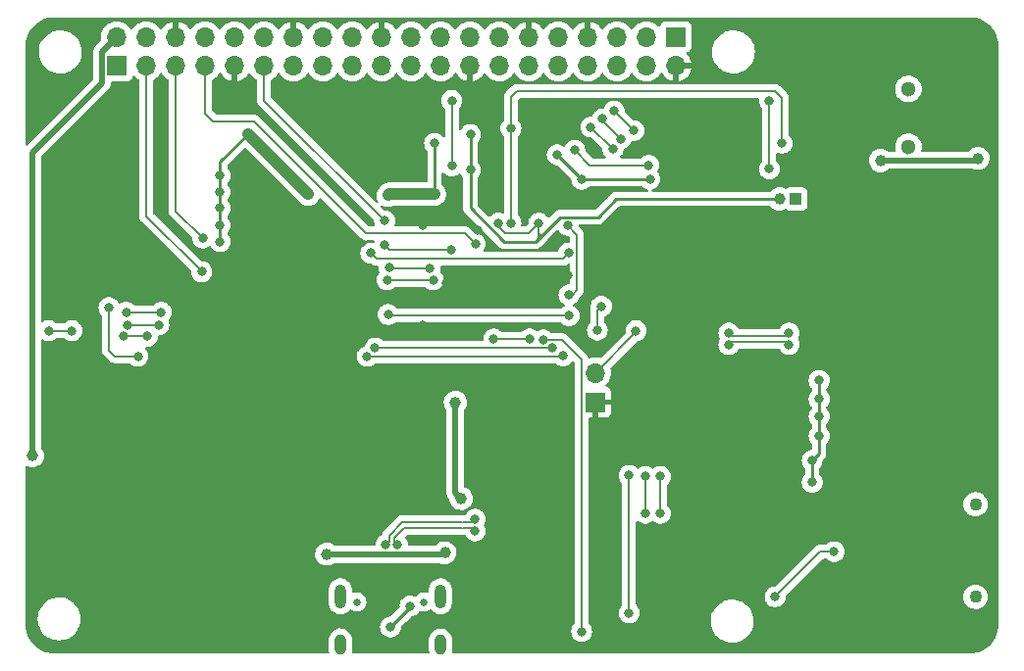
<source format=gbr>
%TF.GenerationSoftware,KiCad,Pcbnew,(6.0.0)*%
%TF.CreationDate,2022-08-30T21:50:04+08:00*%
%TF.ProjectId,F1C200S-HomeAssistant-Board,46314332-3030-4532-9d48-6f6d65417373,rev?*%
%TF.SameCoordinates,Original*%
%TF.FileFunction,Copper,L2,Bot*%
%TF.FilePolarity,Positive*%
%FSLAX46Y46*%
G04 Gerber Fmt 4.6, Leading zero omitted, Abs format (unit mm)*
G04 Created by KiCad (PCBNEW (6.0.0)) date 2022-08-30 21:50:04*
%MOMM*%
%LPD*%
G01*
G04 APERTURE LIST*
%TA.AperFunction,ComponentPad*%
%ADD10R,1.700000X1.700000*%
%TD*%
%TA.AperFunction,ComponentPad*%
%ADD11O,1.700000X1.700000*%
%TD*%
%TA.AperFunction,ComponentPad*%
%ADD12C,1.100000*%
%TD*%
%TA.AperFunction,ComponentPad*%
%ADD13C,1.300000*%
%TD*%
%TA.AperFunction,ComponentPad*%
%ADD14C,0.650000*%
%TD*%
%TA.AperFunction,ComponentPad*%
%ADD15O,1.000000X2.100000*%
%TD*%
%TA.AperFunction,ComponentPad*%
%ADD16O,1.000000X1.800000*%
%TD*%
%TA.AperFunction,ComponentPad*%
%ADD17R,1.000000X1.000000*%
%TD*%
%TA.AperFunction,ComponentPad*%
%ADD18C,1.000000*%
%TD*%
%TA.AperFunction,ViaPad*%
%ADD19C,0.800000*%
%TD*%
%TA.AperFunction,ViaPad*%
%ADD20C,1.000000*%
%TD*%
%TA.AperFunction,Conductor*%
%ADD21C,0.250000*%
%TD*%
%TA.AperFunction,Conductor*%
%ADD22C,0.200000*%
%TD*%
%TA.AperFunction,Conductor*%
%ADD23C,1.000000*%
%TD*%
%TA.AperFunction,Conductor*%
%ADD24C,0.500000*%
%TD*%
G04 APERTURE END LIST*
D10*
%TO.P,J4,1,Pin_1*%
%TO.N,unconnected-(J4-Pad1)*%
X108245000Y-101900000D03*
D11*
%TO.P,J4,2,Pin_2*%
%TO.N,unconnected-(J4-Pad2)*%
X105705000Y-101900000D03*
%TO.P,J4,3,Pin_3*%
%TO.N,unconnected-(J4-Pad3)*%
X103165000Y-101900000D03*
%TO.P,J4,4,Pin_4*%
%TO.N,GND*%
X100625000Y-101900000D03*
%TO.P,J4,5,Pin_5*%
%TO.N,unconnected-(J4-Pad5)*%
X98085000Y-101900000D03*
%TO.P,J4,6,Pin_6*%
%TO.N,GND*%
X95545000Y-101900000D03*
%TO.P,J4,7,Pin_7*%
%TO.N,unconnected-(J4-Pad7)*%
X93005000Y-101900000D03*
%TO.P,J4,8,Pin_8*%
%TO.N,unconnected-(J4-Pad8)*%
X90465000Y-101900000D03*
%TO.P,J4,9,Pin_9*%
%TO.N,unconnected-(J4-Pad9)*%
X87925000Y-101900000D03*
%TO.P,J4,10,Pin_10*%
%TO.N,unconnected-(J4-Pad10)*%
X85385000Y-101900000D03*
%TO.P,J4,11,Pin_11*%
%TO.N,GND*%
X82845000Y-101900000D03*
%TO.P,J4,12,Pin_12*%
%TO.N,unconnected-(J4-Pad12)*%
X80305000Y-101900000D03*
%TO.P,J4,13,Pin_13*%
%TO.N,unconnected-(J4-Pad13)*%
X77765000Y-101900000D03*
%TO.P,J4,14,Pin_14*%
%TO.N,GND*%
X75225000Y-101900000D03*
%TO.P,J4,15,Pin_15*%
%TO.N,unconnected-(J4-Pad15)*%
X72685000Y-101900000D03*
%TO.P,J4,16,Pin_16*%
%TO.N,unconnected-(J4-Pad16)*%
X70145000Y-101900000D03*
%TO.P,J4,17,Pin_17*%
%TO.N,unconnected-(J4-Pad17)*%
X67605000Y-101900000D03*
%TO.P,J4,18,Pin_18*%
%TO.N,GND*%
X65065000Y-101900000D03*
%TO.P,J4,19,Pin_19*%
%TO.N,+5V*%
X62525000Y-101900000D03*
%TO.P,J4,20,Pin_20*%
X59985000Y-101900000D03*
%TD*%
D10*
%TO.P,J1,1,Pin_1*%
%TO.N,GND*%
X101300000Y-133475000D03*
D11*
%TO.P,J1,2,Pin_2*%
%TO.N,USB_ID*%
X101300000Y-130935000D03*
%TD*%
D12*
%TO.P,Card1,*%
%TO.N,*%
X134100000Y-150300000D03*
X134100000Y-142300000D03*
%TD*%
D13*
%TO.P,USB1,*%
%TO.N,*%
X128312500Y-111400000D03*
X128312500Y-106400000D03*
%TD*%
D14*
%TO.P,U4,*%
%TO.N,*%
X86490000Y-150752500D03*
X80700000Y-150752500D03*
D15*
%TO.P,U4,1,SHELL*%
%TO.N,unconnected-(U4-Pad1)*%
X79280000Y-150252500D03*
%TO.P,U4,2,SHELL*%
%TO.N,unconnected-(U4-Pad2)*%
X87920000Y-150252500D03*
D16*
%TO.P,U4,3,SHELL*%
%TO.N,unconnected-(U4-Pad3)*%
X87920000Y-154432500D03*
%TO.P,U4,4,SHELL*%
%TO.N,unconnected-(U4-Pad4)*%
X79280000Y-154432500D03*
%TD*%
D10*
%TO.P,J2,1,Pin_1*%
%TO.N,+3V3*%
X60000000Y-104400000D03*
D11*
%TO.P,J2,2,Pin_2*%
%TO.N,SDA_1*%
X62540000Y-104400000D03*
%TO.P,J2,3,Pin_3*%
%TO.N,SCL_1*%
X65080000Y-104400000D03*
%TO.P,J2,4,Pin_4*%
%TO.N,PD0*%
X67620000Y-104400000D03*
%TO.P,J2,5,Pin_5*%
%TO.N,GND*%
X70160000Y-104400000D03*
%TO.P,J2,6,Pin_6*%
%TO.N,PD1*%
X72700000Y-104400000D03*
%TO.P,J2,7,Pin_7*%
%TO.N,unconnected-(J2-Pad7)*%
X75240000Y-104400000D03*
%TO.P,J2,8,Pin_8*%
%TO.N,unconnected-(J2-Pad8)*%
X77780000Y-104400000D03*
%TO.P,J2,9,Pin_9*%
%TO.N,+3V3*%
X80320000Y-104400000D03*
%TO.P,J2,10,Pin_10*%
%TO.N,unconnected-(J2-Pad10)*%
X82860000Y-104400000D03*
%TO.P,J2,11,Pin_11*%
%TO.N,unconnected-(J2-Pad11)*%
X85400000Y-104400000D03*
%TO.P,J2,12,Pin_12*%
%TO.N,unconnected-(J2-Pad12)*%
X87940000Y-104400000D03*
%TO.P,J2,13,Pin_13*%
%TO.N,GND*%
X90480000Y-104400000D03*
%TO.P,J2,14,Pin_14*%
%TO.N,unconnected-(J2-Pad14)*%
X93020000Y-104400000D03*
%TO.P,J2,15,Pin_15*%
%TO.N,unconnected-(J2-Pad15)*%
X95560000Y-104400000D03*
%TO.P,J2,16,Pin_16*%
%TO.N,unconnected-(J2-Pad16)*%
X98100000Y-104400000D03*
%TO.P,J2,17,Pin_17*%
%TO.N,unconnected-(J2-Pad17)*%
X100640000Y-104400000D03*
%TO.P,J2,18,Pin_18*%
%TO.N,unconnected-(J2-Pad18)*%
X103180000Y-104400000D03*
%TO.P,J2,19,Pin_19*%
%TO.N,unconnected-(J2-Pad19)*%
X105720000Y-104400000D03*
%TO.P,J2,20,Pin_20*%
%TO.N,GND*%
X108260000Y-104400000D03*
%TD*%
D17*
%TO.P,MIC1,1,OUT*%
%TO.N,Net-(C35-Pad1)*%
X118600000Y-115900000D03*
D18*
%TO.P,MIC1,2,GND*%
%TO.N,GNDA*%
X117200000Y-115900000D03*
%TD*%
D19*
%TO.N,+3V3*%
X68900000Y-116700000D03*
X106000000Y-114200000D03*
D20*
X83400000Y-115600000D03*
D19*
X120600000Y-133200500D03*
X120600000Y-134700000D03*
X99000000Y-124200000D03*
X120002500Y-140400000D03*
X68900000Y-118200000D03*
X68900000Y-113900000D03*
D20*
X87400000Y-115500000D03*
D19*
X120600000Y-131600000D03*
X98000000Y-112100000D03*
X120000000Y-138500000D03*
X98900000Y-118200000D03*
D20*
X71300000Y-110300000D03*
D19*
X116800000Y-150300000D03*
X120600000Y-136400000D03*
X87400000Y-111100000D03*
X121900000Y-146400000D03*
X68900000Y-115300000D03*
X68900000Y-119600000D03*
D20*
X76500000Y-115500000D03*
D19*
X100100000Y-114200000D03*
%TO.N,GND*%
X93300000Y-134900000D03*
X89900000Y-131500000D03*
X76900000Y-154100000D03*
X86200000Y-140000000D03*
D20*
X87000000Y-148200000D03*
D19*
X96697500Y-132398750D03*
X113900000Y-112800000D03*
X93700000Y-139300000D03*
X84400000Y-133300000D03*
X83700000Y-134800000D03*
X102900000Y-146100000D03*
D20*
X126800000Y-118200000D03*
D19*
X93500000Y-149800000D03*
X91100000Y-118600000D03*
X91500000Y-140000000D03*
X91600000Y-134600000D03*
X98900000Y-122500000D03*
X86400000Y-126800000D03*
X103700000Y-126700000D03*
X121900000Y-151900000D03*
X91000000Y-122200000D03*
X77800000Y-149300000D03*
X78500000Y-139900000D03*
X102500000Y-151900000D03*
X102200000Y-115300000D03*
X83000000Y-140700000D03*
X84400000Y-135300000D03*
X121900000Y-148700000D03*
D20*
X59100000Y-121300000D03*
D19*
X91000000Y-124200000D03*
X108600000Y-120200000D03*
X97300000Y-113400000D03*
X94400000Y-134800000D03*
X88400000Y-123200000D03*
X90400000Y-135700000D03*
D20*
X133800000Y-139200000D03*
D19*
X86400000Y-118200000D03*
D20*
X80000000Y-148200000D03*
X121500000Y-105500000D03*
X59100000Y-133000000D03*
X132700000Y-151500000D03*
X126800000Y-103700000D03*
D19*
X107100000Y-126700000D03*
X92200000Y-149800000D03*
D20*
X122600000Y-137500000D03*
D19*
%TO.N,VDD_SYS*%
X92500000Y-127999502D03*
X95600000Y-128000000D03*
%TO.N,GNDA*%
X90500000Y-110349520D03*
X90500000Y-113400000D03*
X96400000Y-118000000D03*
X92900000Y-118000000D03*
D20*
%TO.N,+5V*%
X89700000Y-141800000D03*
X134300000Y-112400000D03*
X88300000Y-146500000D03*
X89200000Y-133500000D03*
X125900000Y-112600000D03*
X52700000Y-138100000D03*
X78100000Y-146600000D03*
D19*
%TO.N,+3V0*%
X94000000Y-109799500D03*
X117400000Y-111100000D03*
X94000000Y-118000000D03*
%TO.N,MIC_IN*%
X116300000Y-113300000D03*
X88900000Y-113049020D03*
X88900000Y-107400000D03*
X116300000Y-107400000D03*
%TO.N,LED_USER*%
X96800000Y-128100000D03*
X100100000Y-153300000D03*
%TO.N,LED_SYS*%
X104200000Y-139800000D03*
X104200000Y-151700000D03*
%TO.N,USB_ID*%
X104800000Y-127300000D03*
%TO.N,SDA_1*%
X83300000Y-122900000D03*
X87300000Y-122900000D03*
X67300000Y-122200000D03*
%TO.N,SCL_1*%
X67400000Y-119300000D03*
X83467324Y-121862535D03*
X86999500Y-121946742D03*
%TO.N,PD0*%
X90921469Y-119804243D03*
%TO.N,PD1*%
X83100000Y-117800000D03*
X83100000Y-119900000D03*
X88802064Y-120333032D03*
%TO.N,SPI1_MOSI*%
X100900000Y-109700000D03*
X102800500Y-111600000D03*
%TO.N,SPI1_MISO*%
X101900000Y-109000000D03*
X103500000Y-110700000D03*
%TO.N,SPI1_CLK*%
X62600000Y-127800000D03*
X98974502Y-120600000D03*
X60600000Y-127800000D03*
X81900000Y-120600000D03*
%TO.N,SPI1_CS*%
X54100000Y-127300000D03*
X104600000Y-110000000D03*
X102900000Y-108300000D03*
X56100000Y-127300000D03*
%TO.N,LCD_~{RESET}*%
X82275500Y-128800000D03*
X63600000Y-126800000D03*
X97600000Y-128799500D03*
X60900500Y-126846740D03*
%TO.N,LCD_D{slash}C*%
X63800000Y-125700000D03*
X99010174Y-126007266D03*
X60800000Y-125700000D03*
X83400000Y-125900000D03*
%TO.N,LCD_BL*%
X59300000Y-125300000D03*
X98500500Y-129474348D03*
X81581187Y-129518982D03*
X61800000Y-129500000D03*
%TO.N,~{RESET}*%
X105900000Y-113000000D03*
X99500000Y-111700000D03*
%TO.N,Net-(R20-Pad1)*%
X83600000Y-152900000D03*
X85300000Y-151100000D03*
%TO.N,UART0_TX*%
X106900000Y-139900000D03*
X106900000Y-143100000D03*
%TO.N,UART0_RX*%
X105600000Y-143100000D03*
X101455728Y-127255728D03*
X101805728Y-125194272D03*
X105600000Y-139900000D03*
%TO.N,USB_DP*%
X90900000Y-144599503D03*
X84199503Y-145800000D03*
X118000000Y-128499503D03*
X112800000Y-128500000D03*
%TO.N,USB_DN*%
X112800000Y-127500497D03*
X118000000Y-127500000D03*
X90900000Y-143600000D03*
X83200000Y-145800000D03*
%TD*%
D21*
%TO.N,+3V3*%
X68900000Y-118200000D02*
X68900000Y-116700000D01*
D22*
X116800000Y-150300000D02*
X120700000Y-146400000D01*
D21*
X68900000Y-112700000D02*
X71300000Y-110300000D01*
X100100000Y-114200000D02*
X106000000Y-114200000D01*
D22*
X99700000Y-119000000D02*
X99700000Y-123800000D01*
X98900000Y-118200000D02*
X99700000Y-119000000D01*
D23*
X71300000Y-110300000D02*
X76500000Y-115500000D01*
D22*
X99700000Y-123800000D02*
X99300000Y-124200000D01*
D21*
X68900000Y-113900000D02*
X68900000Y-112700000D01*
D23*
X83500000Y-115500000D02*
X87400000Y-115500000D01*
D22*
X120700000Y-146400000D02*
X121900000Y-146400000D01*
D21*
X120000000Y-140397500D02*
X120002500Y-140400000D01*
X68900000Y-115300000D02*
X68900000Y-113900000D01*
X68900000Y-116700000D02*
X68900000Y-115300000D01*
D22*
X99300000Y-124200000D02*
X99000000Y-124200000D01*
D21*
X120600000Y-137900000D02*
X120000000Y-138500000D01*
X68900000Y-119600000D02*
X68900000Y-118200000D01*
X120600000Y-136400000D02*
X120600000Y-137900000D01*
X87400000Y-115500000D02*
X87400000Y-111100000D01*
X98000000Y-112100000D02*
X100100000Y-114200000D01*
D23*
X83400000Y-115600000D02*
X83500000Y-115500000D01*
D21*
X120000000Y-138500000D02*
X120000000Y-140397500D01*
X120600000Y-131600000D02*
X120600000Y-136400000D01*
D22*
%TO.N,VDD_SYS*%
X92500498Y-128000000D02*
X95600000Y-128000000D01*
X92500000Y-127999502D02*
X92500498Y-128000000D01*
D21*
%TO.N,GNDA*%
X90500000Y-113400000D02*
X90500000Y-116700000D01*
X103100000Y-115900000D02*
X117200000Y-115900000D01*
X96700000Y-119000000D02*
X98224511Y-117475489D01*
X90500000Y-110349520D02*
X90500000Y-113400000D01*
D22*
X96400000Y-118000000D02*
X96400000Y-118900000D01*
X95500000Y-118900000D02*
X93500000Y-118900000D01*
D21*
X96100000Y-119600000D02*
X96700000Y-119000000D01*
X90500000Y-116700000D02*
X93400000Y-119600000D01*
D22*
X96400000Y-118900000D02*
X96400000Y-119300000D01*
D21*
X98224511Y-117475489D02*
X101524511Y-117475489D01*
X96500000Y-119000000D02*
X96400000Y-118900000D01*
D22*
X96400000Y-118000000D02*
X95500000Y-118900000D01*
D21*
X96700000Y-119000000D02*
X96500000Y-119000000D01*
X93400000Y-119600000D02*
X96100000Y-119600000D01*
D22*
X96400000Y-119300000D02*
X96100000Y-119600000D01*
D21*
X101524511Y-117475489D02*
X103100000Y-115900000D01*
D22*
X92900000Y-118300000D02*
X92900000Y-118000000D01*
X93500000Y-118900000D02*
X92900000Y-118300000D01*
D24*
%TO.N,+5V*%
X89200000Y-133500000D02*
X89200000Y-141300000D01*
X134300000Y-112400000D02*
X134130479Y-112569521D01*
X52700000Y-111900000D02*
X58700489Y-105899511D01*
X58700489Y-105899511D02*
X58700489Y-103184511D01*
X78149511Y-146649511D02*
X78100000Y-146600000D01*
X134130479Y-112569521D02*
X125930479Y-112569521D01*
X52700000Y-138100000D02*
X52700000Y-111900000D01*
X58700489Y-103184511D02*
X59985000Y-101900000D01*
X88150489Y-146649511D02*
X78149511Y-146649511D01*
X88300000Y-146500000D02*
X88150489Y-146649511D01*
X125930479Y-112569521D02*
X125900000Y-112600000D01*
X89200000Y-141300000D02*
X89700000Y-141800000D01*
D22*
%TO.N,+3V0*%
X94000000Y-107100000D02*
X94500000Y-106600000D01*
X117400000Y-107200000D02*
X117400000Y-111100000D01*
X116800000Y-106600000D02*
X117400000Y-107200000D01*
X94000000Y-109799500D02*
X94000000Y-107100000D01*
X94000000Y-118000000D02*
X94000000Y-109799500D01*
X94500000Y-106600000D02*
X116800000Y-106600000D01*
%TO.N,MIC_IN*%
X88900000Y-113049020D02*
X88900000Y-107400000D01*
X116300000Y-107400000D02*
X116300000Y-113300000D01*
%TO.N,LED_USER*%
X100100000Y-129800000D02*
X100100000Y-153300000D01*
X96800000Y-128100000D02*
X98400000Y-128100000D01*
X98400000Y-128100000D02*
X100100000Y-129800000D01*
%TO.N,LED_SYS*%
X104200000Y-139800000D02*
X104200000Y-151700000D01*
%TO.N,USB_ID*%
X104800000Y-127300000D02*
X104800000Y-127435000D01*
X104800000Y-127435000D02*
X101300000Y-130935000D01*
%TO.N,SDA_1*%
X67300000Y-122200000D02*
X62540000Y-117440000D01*
X62540000Y-117440000D02*
X62540000Y-104400000D01*
X87300000Y-122900000D02*
X83300000Y-122900000D01*
%TO.N,SCL_1*%
X86952758Y-121900000D02*
X86999500Y-121946742D01*
X83504789Y-121900000D02*
X86952758Y-121900000D01*
X65080000Y-116980000D02*
X65080000Y-104400000D01*
X67400000Y-119300000D02*
X65080000Y-116980000D01*
X83467324Y-121862535D02*
X83504789Y-121900000D01*
%TO.N,PD0*%
X90017226Y-118900000D02*
X81500000Y-118900000D01*
X68300000Y-109200000D02*
X67620000Y-108520000D01*
X90921469Y-119804243D02*
X90017226Y-118900000D01*
X67620000Y-108520000D02*
X67620000Y-104400000D01*
X71800000Y-109200000D02*
X68300000Y-109200000D01*
X81500000Y-118900000D02*
X71800000Y-109200000D01*
%TO.N,PD1*%
X88802064Y-120333032D02*
X83533032Y-120333032D01*
X83533032Y-120333032D02*
X83100000Y-119900000D01*
X72700000Y-107400000D02*
X72700000Y-104400000D01*
X83100000Y-117800000D02*
X72700000Y-107400000D01*
%TO.N,SPI1_MOSI*%
X100900000Y-109700000D02*
X102800000Y-111600000D01*
X102800000Y-111600000D02*
X102800500Y-111600000D01*
%TO.N,SPI1_MISO*%
X103500000Y-110700000D02*
X101900000Y-109100000D01*
X101900000Y-109100000D02*
X101900000Y-109000000D01*
%TO.N,SPI1_CLK*%
X98474502Y-121100000D02*
X82400000Y-121100000D01*
X98974502Y-120600000D02*
X98474502Y-121100000D01*
X62600000Y-127800000D02*
X60600000Y-127800000D01*
X82400000Y-121100000D02*
X81900000Y-120600000D01*
%TO.N,SPI1_CS*%
X104600000Y-110000000D02*
X102900000Y-108300000D01*
X56100000Y-127300000D02*
X54100000Y-127300000D01*
%TO.N,LCD_~{RESET}*%
X60900500Y-126846740D02*
X60947240Y-126800000D01*
X97599500Y-128800000D02*
X97600000Y-128799500D01*
X82275500Y-128800000D02*
X97599500Y-128800000D01*
X60947240Y-126800000D02*
X63600000Y-126800000D01*
%TO.N,LCD_D{slash}C*%
X83400000Y-125900000D02*
X83507266Y-126007266D01*
X60800000Y-125700000D02*
X63800000Y-125700000D01*
X83507266Y-126007266D02*
X99010174Y-126007266D01*
%TO.N,LCD_BL*%
X81581187Y-129518982D02*
X84381018Y-129518982D01*
X98474848Y-129500000D02*
X98500500Y-129474348D01*
X84381018Y-129518982D02*
X84400000Y-129500000D01*
X84400000Y-129500000D02*
X98474848Y-129500000D01*
X59300000Y-129000000D02*
X59300000Y-125300000D01*
X59800000Y-129500000D02*
X59300000Y-129000000D01*
X61800000Y-129500000D02*
X59800000Y-129500000D01*
%TO.N,~{RESET}*%
X99500000Y-111700000D02*
X100800000Y-113000000D01*
X100800000Y-113000000D02*
X105900000Y-113000000D01*
D21*
%TO.N,Net-(R20-Pad1)*%
X85300000Y-151100000D02*
X85300000Y-151200000D01*
X85300000Y-151200000D02*
X83600000Y-152900000D01*
D22*
%TO.N,UART0_TX*%
X106900000Y-139900000D02*
X106900000Y-143100000D01*
%TO.N,UART0_RX*%
X105600000Y-139900000D02*
X105600000Y-143100000D01*
X101455728Y-125544272D02*
X101455728Y-127255728D01*
X101805728Y-125194272D02*
X101455728Y-125544272D01*
%TO.N,USB_DP*%
X83924752Y-145193448D02*
X84793200Y-144325000D01*
X90625249Y-144324752D02*
X89836859Y-144324751D01*
X113074751Y-128225249D02*
X117725745Y-128225248D01*
X84793200Y-144325000D02*
X89800000Y-144325000D01*
X117725745Y-128225248D02*
X118000000Y-128499503D01*
X90900000Y-144599503D02*
X90625249Y-144324752D01*
X112800000Y-128500000D02*
X113074751Y-128225249D01*
X84199503Y-145800000D02*
X83924752Y-145525249D01*
X83924752Y-145525249D02*
X83924752Y-145193448D01*
%TO.N,USB_DN*%
X112800000Y-127500497D02*
X113074751Y-127775248D01*
X90900000Y-143600000D02*
X90625249Y-143874751D01*
X84606800Y-143875000D02*
X89800000Y-143875000D01*
X113074751Y-127775248D02*
X117724752Y-127775248D01*
X83200000Y-145800000D02*
X83474751Y-145525249D01*
X83474751Y-145525249D02*
X83474751Y-145007049D01*
X90625249Y-143874751D02*
X89836859Y-143874751D01*
X83474751Y-145007049D02*
X84606800Y-143875000D01*
X117724752Y-127775248D02*
X118000000Y-127500000D01*
%TD*%
%TA.AperFunction,Conductor*%
%TO.N,GND*%
G36*
X133568619Y-100201179D02*
G01*
X133573443Y-100201930D01*
X133593829Y-100205104D01*
X133600826Y-100204189D01*
X133600828Y-100204189D01*
X133613094Y-100202585D01*
X133631907Y-100201930D01*
X133642736Y-100202585D01*
X133895372Y-100217867D01*
X133907224Y-100219306D01*
X134192401Y-100271567D01*
X134204002Y-100274426D01*
X134373144Y-100327133D01*
X134480793Y-100360678D01*
X134491971Y-100364917D01*
X134756347Y-100483902D01*
X134766931Y-100489457D01*
X134891168Y-100564561D01*
X135015039Y-100639444D01*
X135024877Y-100646235D01*
X135253087Y-100825026D01*
X135262036Y-100832953D01*
X135467047Y-101037964D01*
X135474974Y-101046913D01*
X135653765Y-101275123D01*
X135660556Y-101284961D01*
X135747007Y-101427967D01*
X135810542Y-101533067D01*
X135816098Y-101543653D01*
X135935083Y-101808029D01*
X135939322Y-101819207D01*
X136025573Y-102095995D01*
X136028433Y-102107599D01*
X136080694Y-102392776D01*
X136082133Y-102404628D01*
X136090604Y-102544663D01*
X136097658Y-102661285D01*
X136096661Y-102682491D01*
X136096300Y-102684814D01*
X136094896Y-102693829D01*
X136097317Y-102712342D01*
X136099164Y-102726469D01*
X136100000Y-102739305D01*
X136100000Y-152653389D01*
X136098821Y-152668619D01*
X136094896Y-152693829D01*
X136095811Y-152700826D01*
X136095811Y-152700828D01*
X136097415Y-152713094D01*
X136098070Y-152731907D01*
X136083862Y-152966802D01*
X136082134Y-152995365D01*
X136080694Y-153007224D01*
X136035519Y-153253737D01*
X136028434Y-153292397D01*
X136025573Y-153304005D01*
X135939322Y-153580793D01*
X135935083Y-153591971D01*
X135820739Y-153846036D01*
X135816098Y-153856347D01*
X135810543Y-153866931D01*
X135679171Y-154084246D01*
X135660556Y-154115039D01*
X135653765Y-154124877D01*
X135474974Y-154353087D01*
X135467047Y-154362036D01*
X135262036Y-154567047D01*
X135253087Y-154574974D01*
X135024877Y-154753765D01*
X135015039Y-154760556D01*
X134811997Y-154883300D01*
X134766933Y-154910542D01*
X134756350Y-154916096D01*
X134584583Y-154993402D01*
X134491971Y-155035083D01*
X134480793Y-155039322D01*
X134377871Y-155071394D01*
X134204002Y-155125574D01*
X134192401Y-155128433D01*
X133907224Y-155180694D01*
X133895372Y-155182133D01*
X133693486Y-155194345D01*
X133638715Y-155197658D01*
X133617509Y-155196661D01*
X133613142Y-155195981D01*
X133613140Y-155195981D01*
X133606171Y-155194896D01*
X133586907Y-155197415D01*
X133573531Y-155199164D01*
X133560695Y-155200000D01*
X88987157Y-155200000D01*
X88928966Y-155181093D01*
X88893002Y-155131593D01*
X88890249Y-155080755D01*
X88919372Y-154941347D01*
X88920151Y-154937620D01*
X88920500Y-154930961D01*
X88920500Y-153981700D01*
X88920137Y-153978120D01*
X88910295Y-153881232D01*
X88905120Y-153830284D01*
X88858371Y-153681106D01*
X88845837Y-153641111D01*
X88845837Y-153641110D01*
X88844338Y-153636328D01*
X88745797Y-153458556D01*
X88613523Y-153304229D01*
X88452919Y-153179652D01*
X88270545Y-153089913D01*
X88146821Y-153057685D01*
X88078710Y-153039943D01*
X88078706Y-153039942D01*
X88073852Y-153038678D01*
X88068840Y-153038415D01*
X88068838Y-153038415D01*
X87995952Y-153034596D01*
X87870874Y-153028041D01*
X87669903Y-153058435D01*
X87479148Y-153128619D01*
X87306401Y-153235726D01*
X87302759Y-153239170D01*
X87240242Y-153298289D01*
X87158720Y-153375381D01*
X87155846Y-153379486D01*
X87155843Y-153379489D01*
X87097288Y-153463115D01*
X87042137Y-153541879D01*
X87040148Y-153546475D01*
X87040147Y-153546477D01*
X86999009Y-153641541D01*
X86961414Y-153728419D01*
X86919849Y-153927380D01*
X86919500Y-153934039D01*
X86919500Y-154883300D01*
X86919753Y-154885788D01*
X86919753Y-154885794D01*
X86925396Y-154941347D01*
X86934880Y-155034716D01*
X86936377Y-155039494D01*
X86936379Y-155039502D01*
X86946374Y-155071394D01*
X86945734Y-155132576D01*
X86909255Y-155181697D01*
X86851905Y-155200000D01*
X80347157Y-155200000D01*
X80288966Y-155181093D01*
X80253002Y-155131593D01*
X80250249Y-155080755D01*
X80279372Y-154941347D01*
X80280151Y-154937620D01*
X80280500Y-154930961D01*
X80280500Y-153981700D01*
X80280137Y-153978120D01*
X80270295Y-153881232D01*
X80265120Y-153830284D01*
X80218371Y-153681106D01*
X80205837Y-153641111D01*
X80205837Y-153641110D01*
X80204338Y-153636328D01*
X80105797Y-153458556D01*
X79973523Y-153304229D01*
X79812919Y-153179652D01*
X79630545Y-153089913D01*
X79506821Y-153057685D01*
X79438710Y-153039943D01*
X79438706Y-153039942D01*
X79433852Y-153038678D01*
X79428840Y-153038415D01*
X79428838Y-153038415D01*
X79355952Y-153034596D01*
X79230874Y-153028041D01*
X79029903Y-153058435D01*
X78839148Y-153128619D01*
X78666401Y-153235726D01*
X78662759Y-153239170D01*
X78600242Y-153298289D01*
X78518720Y-153375381D01*
X78515846Y-153379486D01*
X78515843Y-153379489D01*
X78457288Y-153463115D01*
X78402137Y-153541879D01*
X78400148Y-153546475D01*
X78400147Y-153546477D01*
X78359009Y-153641541D01*
X78321414Y-153728419D01*
X78279849Y-153927380D01*
X78279500Y-153934039D01*
X78279500Y-154883300D01*
X78279753Y-154885788D01*
X78279753Y-154885794D01*
X78285396Y-154941347D01*
X78294880Y-155034716D01*
X78296377Y-155039494D01*
X78296379Y-155039502D01*
X78306374Y-155071394D01*
X78305734Y-155132576D01*
X78269255Y-155181697D01*
X78211905Y-155200000D01*
X54646611Y-155200000D01*
X54631381Y-155198821D01*
X54613146Y-155195982D01*
X54606171Y-155194896D01*
X54599174Y-155195811D01*
X54599172Y-155195811D01*
X54586906Y-155197415D01*
X54568093Y-155198070D01*
X54533574Y-155195982D01*
X54304628Y-155182133D01*
X54292776Y-155180694D01*
X54007599Y-155128433D01*
X53995998Y-155125574D01*
X53822129Y-155071394D01*
X53719207Y-155039322D01*
X53708029Y-155035083D01*
X53615417Y-154993402D01*
X53443650Y-154916096D01*
X53433067Y-154910542D01*
X53388004Y-154883300D01*
X53184961Y-154760556D01*
X53175123Y-154753765D01*
X52946913Y-154574974D01*
X52937964Y-154567047D01*
X52732953Y-154362036D01*
X52725026Y-154353087D01*
X52546235Y-154124877D01*
X52539444Y-154115039D01*
X52520829Y-154084246D01*
X52389457Y-153866931D01*
X52383902Y-153856347D01*
X52379262Y-153846036D01*
X52264917Y-153591971D01*
X52260678Y-153580793D01*
X52174427Y-153304005D01*
X52171566Y-153292397D01*
X52164481Y-153253737D01*
X52119306Y-153007224D01*
X52117866Y-152995365D01*
X52116139Y-152966802D01*
X52102342Y-152738715D01*
X52103339Y-152717509D01*
X52104019Y-152713142D01*
X52104019Y-152713140D01*
X52105104Y-152706171D01*
X52100836Y-152673531D01*
X52100000Y-152660695D01*
X52100000Y-152242095D01*
X53145028Y-152242095D01*
X53145368Y-152245657D01*
X53145368Y-152245664D01*
X53168122Y-152484151D01*
X53170534Y-152509431D01*
X53234364Y-152770285D01*
X53335182Y-153019192D01*
X53336993Y-153022285D01*
X53336994Y-153022287D01*
X53375621Y-153088256D01*
X53470875Y-153250938D01*
X53473110Y-153253733D01*
X53473113Y-153253737D01*
X53571949Y-153377325D01*
X53638601Y-153460669D01*
X53725536Y-153541879D01*
X53821947Y-153631941D01*
X53834846Y-153643991D01*
X54055499Y-153797064D01*
X54126158Y-153832216D01*
X54292723Y-153915081D01*
X54292728Y-153915083D01*
X54295938Y-153916680D01*
X54299349Y-153917798D01*
X54299351Y-153917799D01*
X54547721Y-153999219D01*
X54547724Y-153999220D01*
X54551126Y-154000335D01*
X54815717Y-154046276D01*
X54864761Y-154048717D01*
X54899335Y-154050439D01*
X54899348Y-154050439D01*
X54900567Y-154050500D01*
X55068223Y-154050500D01*
X55267846Y-154036016D01*
X55530080Y-153978120D01*
X55533429Y-153976851D01*
X55533433Y-153976850D01*
X55673843Y-153923653D01*
X55781211Y-153882975D01*
X55935879Y-153797064D01*
X56012837Y-153754318D01*
X56012841Y-153754315D01*
X56015976Y-153752574D01*
X56062299Y-153717222D01*
X56226607Y-153591826D01*
X56226609Y-153591825D01*
X56229458Y-153589650D01*
X56417185Y-153397614D01*
X56575225Y-153180491D01*
X56593371Y-153146002D01*
X56698595Y-152946002D01*
X56700265Y-152942828D01*
X56715389Y-152900000D01*
X82694540Y-152900000D01*
X82714326Y-153088256D01*
X82715927Y-153093183D01*
X82715928Y-153093188D01*
X82761384Y-153233084D01*
X82772821Y-153268284D01*
X82775412Y-153272772D01*
X82775413Y-153272774D01*
X82848972Y-153400182D01*
X82867467Y-153432216D01*
X82870939Y-153436072D01*
X82990659Y-153569035D01*
X82990663Y-153569038D01*
X82994129Y-153572888D01*
X83147270Y-153684151D01*
X83152002Y-153686258D01*
X83152004Y-153686259D01*
X83304866Y-153754318D01*
X83320197Y-153761144D01*
X83325267Y-153762222D01*
X83325268Y-153762222D01*
X83362610Y-153770159D01*
X83505354Y-153800500D01*
X83694646Y-153800500D01*
X83837390Y-153770159D01*
X83874732Y-153762222D01*
X83874733Y-153762222D01*
X83879803Y-153761144D01*
X83895134Y-153754318D01*
X84047996Y-153686259D01*
X84047998Y-153686258D01*
X84052730Y-153684151D01*
X84205871Y-153572888D01*
X84209337Y-153569038D01*
X84209341Y-153569035D01*
X84329061Y-153436072D01*
X84332533Y-153432216D01*
X84351028Y-153400182D01*
X84424587Y-153272774D01*
X84424588Y-153272772D01*
X84427179Y-153268284D01*
X84438616Y-153233084D01*
X84484072Y-153093188D01*
X84484073Y-153093183D01*
X84485674Y-153088256D01*
X84492003Y-153028041D01*
X84504247Y-152911545D01*
X84532701Y-152851889D01*
X84946070Y-152438521D01*
X85360506Y-152024085D01*
X85409927Y-151997252D01*
X85574732Y-151962222D01*
X85574733Y-151962222D01*
X85579803Y-151961144D01*
X85685864Y-151913922D01*
X85747996Y-151886259D01*
X85747998Y-151886258D01*
X85752730Y-151884151D01*
X85905871Y-151772888D01*
X85909337Y-151769038D01*
X85909341Y-151769035D01*
X86029061Y-151636072D01*
X86032533Y-151632216D01*
X86060293Y-151584134D01*
X86070530Y-151566404D01*
X86116000Y-151525463D01*
X86176850Y-151519067D01*
X86196532Y-151525463D01*
X86228759Y-151539811D01*
X86228761Y-151539812D01*
X86233501Y-151541922D01*
X86238571Y-151543000D01*
X86238572Y-151543000D01*
X86272539Y-151550220D01*
X86403236Y-151578000D01*
X86576764Y-151578000D01*
X86707461Y-151550220D01*
X86741428Y-151543000D01*
X86741429Y-151543000D01*
X86746499Y-151541922D01*
X86751233Y-151539814D01*
X86751237Y-151539813D01*
X86900290Y-151473450D01*
X86900292Y-151473449D01*
X86905024Y-151471342D01*
X86909212Y-151468299D01*
X86909221Y-151468294D01*
X86997821Y-151403921D01*
X87056011Y-151385013D01*
X87114202Y-151403920D01*
X87131180Y-151419586D01*
X87221928Y-151525463D01*
X87226477Y-151530771D01*
X87387081Y-151655348D01*
X87569455Y-151745087D01*
X87661392Y-151769035D01*
X87761290Y-151795057D01*
X87761294Y-151795058D01*
X87766148Y-151796322D01*
X87771160Y-151796585D01*
X87771162Y-151796585D01*
X87844048Y-151800404D01*
X87969126Y-151806959D01*
X88170097Y-151776565D01*
X88360852Y-151706381D01*
X88533599Y-151599274D01*
X88681280Y-151459619D01*
X88684154Y-151455514D01*
X88684157Y-151455511D01*
X88794988Y-151297227D01*
X88797863Y-151293121D01*
X88801185Y-151285446D01*
X88854508Y-151162222D01*
X88878586Y-151106581D01*
X88920151Y-150907620D01*
X88920500Y-150900961D01*
X88920500Y-149651700D01*
X88918003Y-149627112D01*
X88911181Y-149559952D01*
X88905120Y-149500284D01*
X88882457Y-149427965D01*
X88845837Y-149311111D01*
X88845837Y-149311110D01*
X88844338Y-149306328D01*
X88745797Y-149128556D01*
X88613523Y-148974229D01*
X88452919Y-148849652D01*
X88270545Y-148759913D01*
X88146821Y-148727685D01*
X88078710Y-148709943D01*
X88078706Y-148709942D01*
X88073852Y-148708678D01*
X88068840Y-148708415D01*
X88068838Y-148708415D01*
X87995952Y-148704596D01*
X87870874Y-148698041D01*
X87669903Y-148728435D01*
X87479148Y-148798619D01*
X87306401Y-148905726D01*
X87158720Y-149045381D01*
X87155846Y-149049486D01*
X87155843Y-149049489D01*
X87045012Y-149207773D01*
X87042137Y-149211879D01*
X87040148Y-149216475D01*
X87040147Y-149216477D01*
X86995386Y-149319915D01*
X86961414Y-149398419D01*
X86919849Y-149597380D01*
X86919500Y-149604039D01*
X86919500Y-149887656D01*
X86900593Y-149945847D01*
X86851093Y-149981811D01*
X86789907Y-149981811D01*
X86780234Y-149978097D01*
X86751241Y-149965189D01*
X86751239Y-149965188D01*
X86746499Y-149963078D01*
X86741429Y-149962000D01*
X86741428Y-149962000D01*
X86682374Y-149949448D01*
X86576764Y-149927000D01*
X86403236Y-149927000D01*
X86297626Y-149949448D01*
X86238572Y-149962000D01*
X86238571Y-149962000D01*
X86233501Y-149963078D01*
X86228767Y-149965186D01*
X86228763Y-149965187D01*
X86079711Y-150031550D01*
X86079709Y-150031551D01*
X86074977Y-150033658D01*
X85934590Y-150135655D01*
X85931124Y-150139504D01*
X85931120Y-150139508D01*
X85877104Y-150199500D01*
X85818478Y-150264611D01*
X85817673Y-150263886D01*
X85772420Y-150296772D01*
X85711235Y-150296779D01*
X85701550Y-150293062D01*
X85693894Y-150289653D01*
X85579803Y-150238856D01*
X85574733Y-150237778D01*
X85574732Y-150237778D01*
X85537390Y-150229841D01*
X85394646Y-150199500D01*
X85205354Y-150199500D01*
X85062610Y-150229841D01*
X85025268Y-150237778D01*
X85025267Y-150237778D01*
X85020197Y-150238856D01*
X85015461Y-150240965D01*
X85015460Y-150240965D01*
X84852004Y-150313741D01*
X84852002Y-150313742D01*
X84847270Y-150315849D01*
X84694129Y-150427112D01*
X84690663Y-150430962D01*
X84690659Y-150430965D01*
X84632820Y-150495202D01*
X84567467Y-150567784D01*
X84564875Y-150572274D01*
X84564874Y-150572275D01*
X84480297Y-150718768D01*
X84472821Y-150731716D01*
X84471220Y-150736645D01*
X84471219Y-150736646D01*
X84415928Y-150906812D01*
X84415927Y-150906817D01*
X84414326Y-150911744D01*
X84394540Y-151100000D01*
X84395082Y-151105157D01*
X84395082Y-151105158D01*
X84401099Y-151162413D01*
X84388377Y-151222261D01*
X84372645Y-151242764D01*
X83644905Y-151970504D01*
X83590388Y-151998281D01*
X83574901Y-151999500D01*
X83505354Y-151999500D01*
X83389690Y-152024085D01*
X83325268Y-152037778D01*
X83325267Y-152037778D01*
X83320197Y-152038856D01*
X83315461Y-152040965D01*
X83315460Y-152040965D01*
X83152004Y-152113741D01*
X83152002Y-152113742D01*
X83147270Y-152115849D01*
X82994129Y-152227112D01*
X82990663Y-152230962D01*
X82990659Y-152230965D01*
X82879576Y-152354336D01*
X82867467Y-152367784D01*
X82864875Y-152372274D01*
X82864874Y-152372275D01*
X82799066Y-152486259D01*
X82772821Y-152531716D01*
X82771220Y-152536645D01*
X82771219Y-152536646D01*
X82715928Y-152706812D01*
X82715927Y-152706817D01*
X82714326Y-152711744D01*
X82694540Y-152900000D01*
X56715389Y-152900000D01*
X56760023Y-152773608D01*
X56788491Y-152692993D01*
X56788491Y-152692991D01*
X56789688Y-152689603D01*
X56795317Y-152661047D01*
X56840925Y-152429648D01*
X56841620Y-152426122D01*
X56854972Y-152157905D01*
X56854632Y-152154343D01*
X56854632Y-152154336D01*
X56829807Y-151894139D01*
X56829806Y-151894134D01*
X56829466Y-151890569D01*
X56765636Y-151629715D01*
X56664818Y-151380808D01*
X56636074Y-151331716D01*
X56536942Y-151162413D01*
X56529125Y-151149062D01*
X56523579Y-151142126D01*
X56363634Y-150942126D01*
X56361399Y-150939331D01*
X56269303Y-150853300D01*
X78279500Y-150853300D01*
X78279753Y-150855788D01*
X78279753Y-150855794D01*
X78285104Y-150908472D01*
X78294880Y-151004716D01*
X78303828Y-151033270D01*
X78353339Y-151191258D01*
X78355662Y-151198672D01*
X78454203Y-151376444D01*
X78586477Y-151530771D01*
X78747081Y-151655348D01*
X78929455Y-151745087D01*
X79021392Y-151769035D01*
X79121290Y-151795057D01*
X79121294Y-151795058D01*
X79126148Y-151796322D01*
X79131160Y-151796585D01*
X79131162Y-151796585D01*
X79204048Y-151800404D01*
X79329126Y-151806959D01*
X79530097Y-151776565D01*
X79720852Y-151706381D01*
X79893599Y-151599274D01*
X80041280Y-151459619D01*
X80060229Y-151432557D01*
X80109094Y-151395736D01*
X80170270Y-151394669D01*
X80199515Y-151409251D01*
X80280779Y-151468294D01*
X80280788Y-151468299D01*
X80284976Y-151471342D01*
X80289708Y-151473449D01*
X80289710Y-151473450D01*
X80438763Y-151539813D01*
X80438767Y-151539814D01*
X80443501Y-151541922D01*
X80448571Y-151543000D01*
X80448572Y-151543000D01*
X80482539Y-151550220D01*
X80613236Y-151578000D01*
X80786764Y-151578000D01*
X80917461Y-151550220D01*
X80951428Y-151543000D01*
X80951429Y-151543000D01*
X80956499Y-151541922D01*
X80961233Y-151539814D01*
X80961237Y-151539813D01*
X81110290Y-151473450D01*
X81110292Y-151473449D01*
X81115024Y-151471342D01*
X81255410Y-151369345D01*
X81258876Y-151365496D01*
X81258880Y-151365492D01*
X81368050Y-151244246D01*
X81368054Y-151244241D01*
X81371522Y-151240389D01*
X81418492Y-151159035D01*
X81455691Y-151094606D01*
X81455692Y-151094604D01*
X81458286Y-151090111D01*
X81497625Y-150969035D01*
X81510307Y-150930004D01*
X81510307Y-150930002D01*
X81511908Y-150925076D01*
X81512768Y-150916902D01*
X81529505Y-150757657D01*
X81530047Y-150752500D01*
X81528055Y-150733550D01*
X81512450Y-150585076D01*
X81512449Y-150585071D01*
X81511908Y-150579924D01*
X81506645Y-150563724D01*
X81459889Y-150419823D01*
X81458286Y-150414889D01*
X81449497Y-150399665D01*
X81401105Y-150315849D01*
X81371522Y-150264611D01*
X81368054Y-150260759D01*
X81368050Y-150260754D01*
X81258880Y-150139508D01*
X81258876Y-150139504D01*
X81255410Y-150135655D01*
X81115024Y-150033658D01*
X81110292Y-150031551D01*
X81110290Y-150031550D01*
X80961237Y-149965187D01*
X80961233Y-149965186D01*
X80956499Y-149963078D01*
X80951429Y-149962000D01*
X80951428Y-149962000D01*
X80892374Y-149949448D01*
X80786764Y-149927000D01*
X80613236Y-149927000D01*
X80507626Y-149949448D01*
X80448572Y-149962000D01*
X80448571Y-149962000D01*
X80443501Y-149963078D01*
X80438767Y-149965186D01*
X80438763Y-149965187D01*
X80419767Y-149973645D01*
X80358917Y-149980041D01*
X80305929Y-149949448D01*
X80281042Y-149893552D01*
X80280500Y-149883204D01*
X80280500Y-149651700D01*
X80278003Y-149627112D01*
X80271181Y-149559952D01*
X80265120Y-149500284D01*
X80242457Y-149427965D01*
X80205837Y-149311111D01*
X80205837Y-149311110D01*
X80204338Y-149306328D01*
X80105797Y-149128556D01*
X79973523Y-148974229D01*
X79812919Y-148849652D01*
X79630545Y-148759913D01*
X79506821Y-148727685D01*
X79438710Y-148709943D01*
X79438706Y-148709942D01*
X79433852Y-148708678D01*
X79428840Y-148708415D01*
X79428838Y-148708415D01*
X79355952Y-148704596D01*
X79230874Y-148698041D01*
X79029903Y-148728435D01*
X78839148Y-148798619D01*
X78666401Y-148905726D01*
X78518720Y-149045381D01*
X78515846Y-149049486D01*
X78515843Y-149049489D01*
X78405012Y-149207773D01*
X78402137Y-149211879D01*
X78400148Y-149216475D01*
X78400147Y-149216477D01*
X78355386Y-149319915D01*
X78321414Y-149398419D01*
X78279849Y-149597380D01*
X78279500Y-149604039D01*
X78279500Y-150853300D01*
X56269303Y-150853300D01*
X56215389Y-150802936D01*
X56167777Y-150758459D01*
X56167775Y-150758457D01*
X56165154Y-150756009D01*
X55944501Y-150602936D01*
X55771812Y-150517025D01*
X55707277Y-150484919D01*
X55707272Y-150484917D01*
X55704062Y-150483320D01*
X55700649Y-150482201D01*
X55452279Y-150400781D01*
X55452276Y-150400780D01*
X55448874Y-150399665D01*
X55184283Y-150353724D01*
X55135239Y-150351283D01*
X55100665Y-150349561D01*
X55100652Y-150349561D01*
X55099433Y-150349500D01*
X54931777Y-150349500D01*
X54732154Y-150363984D01*
X54469920Y-150421880D01*
X54466571Y-150423149D01*
X54466567Y-150423150D01*
X54364913Y-150461663D01*
X54218789Y-150517025D01*
X54132852Y-150564759D01*
X53987163Y-150645682D01*
X53987159Y-150645685D01*
X53984024Y-150647426D01*
X53981174Y-150649601D01*
X53981171Y-150649603D01*
X53773393Y-150808174D01*
X53770542Y-150810350D01*
X53582815Y-151002386D01*
X53424775Y-151219509D01*
X53423111Y-151222672D01*
X53423109Y-151222675D01*
X53332619Y-151394669D01*
X53299735Y-151457172D01*
X53298539Y-151460559D01*
X53213984Y-151700000D01*
X53210312Y-151710397D01*
X53209618Y-151713919D01*
X53209617Y-151713922D01*
X53171560Y-151907007D01*
X53158380Y-151973878D01*
X53145028Y-152242095D01*
X52100000Y-152242095D01*
X52100000Y-146585963D01*
X77094757Y-146585963D01*
X77095162Y-146590783D01*
X77110444Y-146772774D01*
X77111175Y-146781483D01*
X77112508Y-146786131D01*
X77112508Y-146786132D01*
X77153110Y-146927725D01*
X77165258Y-146970091D01*
X77167473Y-146974401D01*
X77252731Y-147140296D01*
X77252734Y-147140300D01*
X77254944Y-147144601D01*
X77376818Y-147298369D01*
X77380505Y-147301507D01*
X77380507Y-147301509D01*
X77522550Y-147422397D01*
X77522555Y-147422400D01*
X77526238Y-147425535D01*
X77530460Y-147427895D01*
X77530465Y-147427898D01*
X77571838Y-147451020D01*
X77697513Y-147521257D01*
X77798549Y-147554086D01*
X77879513Y-147580393D01*
X77879516Y-147580394D01*
X77884118Y-147581889D01*
X78078946Y-147605121D01*
X78083768Y-147604750D01*
X78083771Y-147604750D01*
X78269748Y-147590440D01*
X78269753Y-147590439D01*
X78274576Y-147590068D01*
X78463556Y-147537303D01*
X78467869Y-147535124D01*
X78467875Y-147535122D01*
X78634368Y-147451020D01*
X78634370Y-147451018D01*
X78638689Y-147448837D01*
X78674324Y-147420996D01*
X78735272Y-147400011D01*
X87833711Y-147400011D01*
X87882008Y-147412591D01*
X87897513Y-147421257D01*
X87973230Y-147445859D01*
X88079513Y-147480393D01*
X88079516Y-147480394D01*
X88084118Y-147481889D01*
X88278946Y-147505121D01*
X88283768Y-147504750D01*
X88283771Y-147504750D01*
X88469748Y-147490440D01*
X88469753Y-147490439D01*
X88474576Y-147490068D01*
X88663556Y-147437303D01*
X88667869Y-147435124D01*
X88667875Y-147435122D01*
X88834368Y-147351020D01*
X88834370Y-147351018D01*
X88838689Y-147348837D01*
X88842506Y-147345855D01*
X88989487Y-147231022D01*
X88989491Y-147231018D01*
X88993303Y-147228040D01*
X89029368Y-147186259D01*
X89118345Y-147083177D01*
X89118347Y-147083175D01*
X89121509Y-147079511D01*
X89123902Y-147075299D01*
X89216036Y-146913115D01*
X89216037Y-146913112D01*
X89218425Y-146908909D01*
X89280358Y-146722732D01*
X89304949Y-146528071D01*
X89305341Y-146500000D01*
X89286194Y-146304728D01*
X89229484Y-146116894D01*
X89166301Y-145998064D01*
X89139643Y-145947927D01*
X89139641Y-145947923D01*
X89137370Y-145943653D01*
X89098563Y-145896070D01*
X89016422Y-145795355D01*
X89016421Y-145795354D01*
X89013361Y-145791602D01*
X88940063Y-145730965D01*
X88865907Y-145669618D01*
X88865906Y-145669617D01*
X88862180Y-145666535D01*
X88689585Y-145573213D01*
X88502152Y-145515193D01*
X88497342Y-145514687D01*
X88497340Y-145514687D01*
X88311835Y-145495189D01*
X88311833Y-145495189D01*
X88307019Y-145494683D01*
X88242891Y-145500519D01*
X88116438Y-145512027D01*
X88116435Y-145512028D01*
X88111618Y-145512466D01*
X88106976Y-145513832D01*
X88106972Y-145513833D01*
X87928040Y-145566496D01*
X87928037Y-145566497D01*
X87923393Y-145567864D01*
X87749512Y-145658767D01*
X87745743Y-145661797D01*
X87745742Y-145661798D01*
X87736016Y-145669618D01*
X87596600Y-145781711D01*
X87585152Y-145795355D01*
X87527848Y-145863647D01*
X87475960Y-145896070D01*
X87452009Y-145899011D01*
X85203421Y-145899011D01*
X85145230Y-145880104D01*
X85109266Y-145830604D01*
X85104746Y-145802064D01*
X85104963Y-145800000D01*
X85085177Y-145611744D01*
X85083576Y-145606817D01*
X85083575Y-145606812D01*
X85028284Y-145436646D01*
X85028283Y-145436645D01*
X85026682Y-145431716D01*
X85000151Y-145385762D01*
X84934629Y-145272275D01*
X84934628Y-145272274D01*
X84932036Y-145267784D01*
X84924758Y-145259700D01*
X84884796Y-145215318D01*
X84859910Y-145159423D01*
X84872632Y-145099574D01*
X84888364Y-145079071D01*
X85012939Y-144954496D01*
X85067456Y-144926719D01*
X85082943Y-144925500D01*
X89839361Y-144925500D01*
X89840621Y-144925334D01*
X89843160Y-144925251D01*
X89991105Y-144925251D01*
X90049296Y-144944158D01*
X90076841Y-144974750D01*
X90137071Y-145079071D01*
X90163049Y-145124066D01*
X90167467Y-145131719D01*
X90170939Y-145135575D01*
X90290659Y-145268538D01*
X90290663Y-145268541D01*
X90294129Y-145272391D01*
X90447270Y-145383654D01*
X90452002Y-145385761D01*
X90452004Y-145385762D01*
X90615460Y-145458538D01*
X90620197Y-145460647D01*
X90625267Y-145461725D01*
X90625268Y-145461725D01*
X90662610Y-145469662D01*
X90805354Y-145500003D01*
X90994646Y-145500003D01*
X91137390Y-145469662D01*
X91174732Y-145461725D01*
X91174733Y-145461725D01*
X91179803Y-145460647D01*
X91184540Y-145458538D01*
X91347996Y-145385762D01*
X91347998Y-145385761D01*
X91352730Y-145383654D01*
X91505871Y-145272391D01*
X91509337Y-145268541D01*
X91509341Y-145268538D01*
X91629061Y-145135575D01*
X91632533Y-145131719D01*
X91635193Y-145127112D01*
X91724587Y-144972277D01*
X91724588Y-144972275D01*
X91727179Y-144967787D01*
X91763266Y-144856723D01*
X91784072Y-144792691D01*
X91784073Y-144792686D01*
X91785674Y-144787759D01*
X91805460Y-144599503D01*
X91785674Y-144411247D01*
X91784073Y-144406320D01*
X91784072Y-144406315D01*
X91728781Y-144236150D01*
X91727179Y-144231219D01*
X91679854Y-144149251D01*
X91667133Y-144089406D01*
X91679855Y-144050253D01*
X91724584Y-143972781D01*
X91724589Y-143972771D01*
X91727179Y-143968284D01*
X91755506Y-143881103D01*
X91784072Y-143793188D01*
X91784073Y-143793183D01*
X91785674Y-143788256D01*
X91805460Y-143600000D01*
X91785674Y-143411744D01*
X91784073Y-143406817D01*
X91784072Y-143406812D01*
X91728781Y-143236646D01*
X91728780Y-143236645D01*
X91727179Y-143231716D01*
X91648156Y-143094843D01*
X91635126Y-143072275D01*
X91635125Y-143072274D01*
X91632533Y-143067784D01*
X91604278Y-143036404D01*
X91509341Y-142930965D01*
X91509337Y-142930962D01*
X91505871Y-142927112D01*
X91352730Y-142815849D01*
X91347998Y-142813742D01*
X91347996Y-142813741D01*
X91184540Y-142740965D01*
X91184539Y-142740965D01*
X91179803Y-142738856D01*
X91174733Y-142737778D01*
X91174732Y-142737778D01*
X91135052Y-142729344D01*
X90994646Y-142699500D01*
X90805354Y-142699500D01*
X90664948Y-142729344D01*
X90625268Y-142737778D01*
X90625267Y-142737778D01*
X90620197Y-142738856D01*
X90615461Y-142740965D01*
X90615460Y-142740965D01*
X90452004Y-142813741D01*
X90452002Y-142813742D01*
X90447270Y-142815849D01*
X90294129Y-142927112D01*
X90290663Y-142930962D01*
X90290659Y-142930965D01*
X90195722Y-143036404D01*
X90167467Y-143067784D01*
X90164875Y-143072274D01*
X90164874Y-143072275D01*
X90076842Y-143224751D01*
X90031372Y-143265692D01*
X89991105Y-143274251D01*
X89797498Y-143274251D01*
X89796238Y-143274417D01*
X89793699Y-143274500D01*
X84652649Y-143274500D01*
X84639727Y-143273653D01*
X84606800Y-143269318D01*
X84600366Y-143270165D01*
X84569330Y-143274251D01*
X84567439Y-143274500D01*
X84450038Y-143289956D01*
X84303959Y-143350464D01*
X84178518Y-143446718D01*
X84174564Y-143451871D01*
X84158302Y-143473064D01*
X84149764Y-143482801D01*
X83082552Y-144550013D01*
X83072815Y-144558551D01*
X83046469Y-144578767D01*
X82950215Y-144704208D01*
X82889707Y-144850287D01*
X82888860Y-144856723D01*
X82882659Y-144903822D01*
X82856318Y-144959047D01*
X82824774Y-144981341D01*
X82752006Y-145013740D01*
X82752003Y-145013742D01*
X82747270Y-145015849D01*
X82594129Y-145127112D01*
X82590663Y-145130962D01*
X82590659Y-145130965D01*
X82475956Y-145258356D01*
X82467467Y-145267784D01*
X82464875Y-145272274D01*
X82464874Y-145272275D01*
X82399353Y-145385762D01*
X82372821Y-145431716D01*
X82371220Y-145436645D01*
X82371219Y-145436646D01*
X82315928Y-145606812D01*
X82315927Y-145606817D01*
X82314326Y-145611744D01*
X82294540Y-145800000D01*
X82294673Y-145801269D01*
X82276175Y-145858202D01*
X82226675Y-145894166D01*
X82196082Y-145899011D01*
X78857959Y-145899011D01*
X78794854Y-145876292D01*
X78789999Y-145872275D01*
X78702646Y-145800011D01*
X78665907Y-145769618D01*
X78665906Y-145769617D01*
X78662180Y-145766535D01*
X78489585Y-145673213D01*
X78302152Y-145615193D01*
X78297342Y-145614687D01*
X78297340Y-145614687D01*
X78111835Y-145595189D01*
X78111833Y-145595189D01*
X78107019Y-145594683D01*
X78042891Y-145600519D01*
X77916438Y-145612027D01*
X77916435Y-145612028D01*
X77911618Y-145612466D01*
X77906976Y-145613832D01*
X77906972Y-145613833D01*
X77728040Y-145666496D01*
X77728037Y-145666497D01*
X77723393Y-145667864D01*
X77549512Y-145758767D01*
X77545743Y-145761797D01*
X77545742Y-145761798D01*
X77536016Y-145769618D01*
X77396600Y-145881711D01*
X77382084Y-145899011D01*
X77273589Y-146028310D01*
X77273586Y-146028314D01*
X77270480Y-146032016D01*
X77175956Y-146203954D01*
X77174492Y-146208568D01*
X77174491Y-146208571D01*
X77145457Y-146300098D01*
X77116628Y-146390978D01*
X77116088Y-146395790D01*
X77116088Y-146395791D01*
X77101251Y-146528071D01*
X77094757Y-146585963D01*
X52100000Y-146585963D01*
X52100000Y-139079612D01*
X52118907Y-139021421D01*
X52168407Y-138985457D01*
X52229593Y-138985457D01*
X52247299Y-138993193D01*
X52297513Y-139021257D01*
X52351677Y-139038856D01*
X52479513Y-139080393D01*
X52479516Y-139080394D01*
X52484118Y-139081889D01*
X52678946Y-139105121D01*
X52683768Y-139104750D01*
X52683771Y-139104750D01*
X52869748Y-139090440D01*
X52869753Y-139090439D01*
X52874576Y-139090068D01*
X53063556Y-139037303D01*
X53067869Y-139035124D01*
X53067875Y-139035122D01*
X53234368Y-138951020D01*
X53234370Y-138951018D01*
X53238689Y-138948837D01*
X53252844Y-138937778D01*
X53389487Y-138831022D01*
X53389491Y-138831018D01*
X53393303Y-138828040D01*
X53509704Y-138693188D01*
X53518345Y-138683177D01*
X53518347Y-138683175D01*
X53521509Y-138679511D01*
X53618425Y-138508909D01*
X53623105Y-138494843D01*
X53678831Y-138327323D01*
X53678831Y-138327321D01*
X53680358Y-138322732D01*
X53681095Y-138316902D01*
X53699477Y-138171390D01*
X53704949Y-138128071D01*
X53705341Y-138100000D01*
X53704958Y-138096086D01*
X53690557Y-137949226D01*
X53686194Y-137904728D01*
X53629484Y-137716894D01*
X53580664Y-137625078D01*
X53539643Y-137547927D01*
X53539641Y-137547923D01*
X53537370Y-137543653D01*
X53472780Y-137464457D01*
X53450500Y-137401886D01*
X53450500Y-133485963D01*
X88194757Y-133485963D01*
X88211175Y-133681483D01*
X88212508Y-133686131D01*
X88212508Y-133686132D01*
X88228150Y-133740680D01*
X88265258Y-133870091D01*
X88267473Y-133874401D01*
X88352731Y-134040296D01*
X88352734Y-134040300D01*
X88354944Y-134044601D01*
X88357951Y-134048395D01*
X88428086Y-134136884D01*
X88449500Y-134198377D01*
X88449500Y-141235589D01*
X88448374Y-141250478D01*
X88445799Y-141267407D01*
X88444852Y-141273630D01*
X88448617Y-141319915D01*
X88449174Y-141326769D01*
X88449500Y-141334795D01*
X88449500Y-141343822D01*
X88449832Y-141346668D01*
X88452810Y-141372211D01*
X88453150Y-141375651D01*
X88457405Y-141427965D01*
X88459039Y-141448059D01*
X88460811Y-141453530D01*
X88461939Y-141459174D01*
X88461815Y-141459199D01*
X88462545Y-141462546D01*
X88462668Y-141462517D01*
X88463990Y-141468110D01*
X88464657Y-141473828D01*
X88466622Y-141479241D01*
X88466622Y-141479242D01*
X88489456Y-141542150D01*
X88490578Y-141545417D01*
X88493072Y-141553115D01*
X88512973Y-141614546D01*
X88515956Y-141619461D01*
X88518352Y-141624695D01*
X88518238Y-141624747D01*
X88519717Y-141627835D01*
X88519830Y-141627779D01*
X88522406Y-141632924D01*
X88524369Y-141638331D01*
X88564234Y-141699135D01*
X88566052Y-141702018D01*
X88603761Y-141764160D01*
X88606679Y-141767464D01*
X88606680Y-141767465D01*
X88611085Y-141772452D01*
X88610866Y-141772645D01*
X88613259Y-141775650D01*
X88613481Y-141775464D01*
X88617171Y-141779877D01*
X88620323Y-141784685D01*
X88669029Y-141830824D01*
X88673664Y-141835215D01*
X88702906Y-141888960D01*
X88704232Y-141898797D01*
X88711175Y-141981483D01*
X88712508Y-141986131D01*
X88712508Y-141986132D01*
X88724320Y-142027323D01*
X88765258Y-142170091D01*
X88767473Y-142174401D01*
X88852731Y-142340296D01*
X88852734Y-142340300D01*
X88854944Y-142344601D01*
X88976818Y-142498369D01*
X88980505Y-142501507D01*
X88980507Y-142501509D01*
X89122550Y-142622397D01*
X89122555Y-142622400D01*
X89126238Y-142625535D01*
X89130460Y-142627895D01*
X89130465Y-142627898D01*
X89171838Y-142651020D01*
X89297513Y-142721257D01*
X89351677Y-142738856D01*
X89479513Y-142780393D01*
X89479516Y-142780394D01*
X89484118Y-142781889D01*
X89678946Y-142805121D01*
X89683768Y-142804750D01*
X89683771Y-142804750D01*
X89869748Y-142790440D01*
X89869753Y-142790439D01*
X89874576Y-142790068D01*
X90063556Y-142737303D01*
X90067869Y-142735124D01*
X90067875Y-142735122D01*
X90234368Y-142651020D01*
X90234370Y-142651018D01*
X90238689Y-142648837D01*
X90265490Y-142627898D01*
X90389487Y-142531022D01*
X90389491Y-142531018D01*
X90393303Y-142528040D01*
X90418915Y-142498369D01*
X90518345Y-142383177D01*
X90518347Y-142383175D01*
X90521509Y-142379511D01*
X90523902Y-142375299D01*
X90616036Y-142213115D01*
X90616037Y-142213112D01*
X90618425Y-142208909D01*
X90629905Y-142174401D01*
X90678831Y-142027323D01*
X90678831Y-142027321D01*
X90680358Y-142022732D01*
X90704949Y-141828071D01*
X90705341Y-141800000D01*
X90703840Y-141784685D01*
X90689489Y-141638331D01*
X90686194Y-141604728D01*
X90629484Y-141416894D01*
X90567596Y-141300500D01*
X90539643Y-141247927D01*
X90539641Y-141247923D01*
X90537370Y-141243653D01*
X90413361Y-141091602D01*
X90262180Y-140966535D01*
X90089585Y-140873213D01*
X90084967Y-140871783D01*
X90084961Y-140871781D01*
X90020224Y-140851741D01*
X89970227Y-140816472D01*
X89950500Y-140757169D01*
X89950500Y-134198595D01*
X89969407Y-134140404D01*
X89974557Y-134133907D01*
X90018340Y-134083183D01*
X90018343Y-134083179D01*
X90021509Y-134079511D01*
X90118425Y-133908909D01*
X90128295Y-133879241D01*
X90178831Y-133727323D01*
X90178831Y-133727321D01*
X90180358Y-133722732D01*
X90204949Y-133528071D01*
X90205341Y-133500000D01*
X90204438Y-133490783D01*
X90193927Y-133383598D01*
X90186194Y-133304728D01*
X90129484Y-133116894D01*
X90037370Y-132943653D01*
X89913361Y-132791602D01*
X89762180Y-132666535D01*
X89602772Y-132580343D01*
X89593839Y-132575513D01*
X89593838Y-132575513D01*
X89589585Y-132573213D01*
X89402152Y-132515193D01*
X89397342Y-132514687D01*
X89397340Y-132514687D01*
X89211835Y-132495189D01*
X89211833Y-132495189D01*
X89207019Y-132494683D01*
X89142891Y-132500519D01*
X89016438Y-132512027D01*
X89016435Y-132512028D01*
X89011618Y-132512466D01*
X89006976Y-132513832D01*
X89006972Y-132513833D01*
X88828040Y-132566496D01*
X88828037Y-132566497D01*
X88823393Y-132567864D01*
X88649512Y-132658767D01*
X88645743Y-132661797D01*
X88645742Y-132661798D01*
X88621418Y-132681355D01*
X88496600Y-132781711D01*
X88470186Y-132813190D01*
X88373589Y-132928310D01*
X88373586Y-132928314D01*
X88370480Y-132932016D01*
X88275956Y-133103954D01*
X88274492Y-133108568D01*
X88274491Y-133108571D01*
X88240172Y-133216757D01*
X88216628Y-133290978D01*
X88194757Y-133485963D01*
X53450500Y-133485963D01*
X53450500Y-128135488D01*
X53469407Y-128077297D01*
X53518907Y-128041333D01*
X53580093Y-128041333D01*
X53607690Y-128055394D01*
X53647270Y-128084151D01*
X53652002Y-128086258D01*
X53652004Y-128086259D01*
X53815460Y-128159035D01*
X53820197Y-128161144D01*
X53825267Y-128162222D01*
X53825268Y-128162222D01*
X53830594Y-128163354D01*
X54005354Y-128200500D01*
X54194646Y-128200500D01*
X54369406Y-128163354D01*
X54374732Y-128162222D01*
X54374733Y-128162222D01*
X54379803Y-128161144D01*
X54384540Y-128159035D01*
X54547996Y-128086259D01*
X54547998Y-128086258D01*
X54552730Y-128084151D01*
X54705871Y-127972888D01*
X54709337Y-127969038D01*
X54709341Y-127969035D01*
X54741556Y-127933256D01*
X54794544Y-127902663D01*
X54815127Y-127900500D01*
X55384873Y-127900500D01*
X55443064Y-127919407D01*
X55458444Y-127933256D01*
X55490659Y-127969035D01*
X55490663Y-127969038D01*
X55494129Y-127972888D01*
X55647270Y-128084151D01*
X55652002Y-128086258D01*
X55652004Y-128086259D01*
X55815460Y-128159035D01*
X55820197Y-128161144D01*
X55825267Y-128162222D01*
X55825268Y-128162222D01*
X55830594Y-128163354D01*
X56005354Y-128200500D01*
X56194646Y-128200500D01*
X56369406Y-128163354D01*
X56374732Y-128162222D01*
X56374733Y-128162222D01*
X56379803Y-128161144D01*
X56384540Y-128159035D01*
X56547996Y-128086259D01*
X56547998Y-128086258D01*
X56552730Y-128084151D01*
X56705871Y-127972888D01*
X56709337Y-127969038D01*
X56709341Y-127969035D01*
X56829061Y-127836072D01*
X56832533Y-127832216D01*
X56844640Y-127811246D01*
X56924587Y-127672774D01*
X56924588Y-127672772D01*
X56927179Y-127668284D01*
X56940105Y-127628502D01*
X56984072Y-127493188D01*
X56984073Y-127493183D01*
X56985674Y-127488256D01*
X57005460Y-127300000D01*
X56985674Y-127111744D01*
X56984073Y-127106817D01*
X56984072Y-127106812D01*
X56928781Y-126936646D01*
X56928780Y-126936645D01*
X56927179Y-126931716D01*
X56913352Y-126907766D01*
X56835126Y-126772275D01*
X56835125Y-126772274D01*
X56832533Y-126767784D01*
X56786218Y-126716346D01*
X56709341Y-126630965D01*
X56709337Y-126630962D01*
X56705871Y-126627112D01*
X56552730Y-126515849D01*
X56547998Y-126513742D01*
X56547996Y-126513741D01*
X56384540Y-126440965D01*
X56384539Y-126440965D01*
X56379803Y-126438856D01*
X56374733Y-126437778D01*
X56374732Y-126437778D01*
X56327435Y-126427725D01*
X56194646Y-126399500D01*
X56005354Y-126399500D01*
X55872565Y-126427725D01*
X55825268Y-126437778D01*
X55825267Y-126437778D01*
X55820197Y-126438856D01*
X55815461Y-126440965D01*
X55815460Y-126440965D01*
X55652004Y-126513741D01*
X55652002Y-126513742D01*
X55647270Y-126515849D01*
X55494129Y-126627112D01*
X55490663Y-126630962D01*
X55490659Y-126630965D01*
X55458444Y-126666744D01*
X55405456Y-126697337D01*
X55384873Y-126699500D01*
X54815127Y-126699500D01*
X54756936Y-126680593D01*
X54741556Y-126666744D01*
X54709341Y-126630965D01*
X54709337Y-126630962D01*
X54705871Y-126627112D01*
X54552730Y-126515849D01*
X54547998Y-126513742D01*
X54547996Y-126513741D01*
X54384540Y-126440965D01*
X54384539Y-126440965D01*
X54379803Y-126438856D01*
X54374733Y-126437778D01*
X54374732Y-126437778D01*
X54327435Y-126427725D01*
X54194646Y-126399500D01*
X54005354Y-126399500D01*
X53872565Y-126427725D01*
X53825268Y-126437778D01*
X53825267Y-126437778D01*
X53820197Y-126438856D01*
X53815461Y-126440965D01*
X53815460Y-126440965D01*
X53652004Y-126513741D01*
X53652002Y-126513742D01*
X53647270Y-126515849D01*
X53607691Y-126544605D01*
X53549500Y-126563512D01*
X53491309Y-126544605D01*
X53455345Y-126495105D01*
X53450500Y-126464512D01*
X53450500Y-125300000D01*
X58394540Y-125300000D01*
X58414326Y-125488256D01*
X58415927Y-125493183D01*
X58415928Y-125493188D01*
X58445316Y-125583633D01*
X58472821Y-125668284D01*
X58475412Y-125672772D01*
X58475413Y-125672774D01*
X58562820Y-125824168D01*
X58567467Y-125832216D01*
X58667710Y-125943546D01*
X58674071Y-125950611D01*
X58698958Y-126006506D01*
X58699500Y-126016855D01*
X58699500Y-128954151D01*
X58698653Y-128967072D01*
X58694318Y-129000000D01*
X58699500Y-129039361D01*
X58714956Y-129156762D01*
X58775464Y-129302841D01*
X58871718Y-129428282D01*
X58876871Y-129432236D01*
X58898064Y-129448498D01*
X58907801Y-129457036D01*
X59342964Y-129892199D01*
X59351502Y-129901936D01*
X59371718Y-129928282D01*
X59497159Y-130024536D01*
X59561527Y-130051198D01*
X59617194Y-130074256D01*
X59643238Y-130085044D01*
X59800000Y-130105682D01*
X59832928Y-130101347D01*
X59845849Y-130100500D01*
X61084873Y-130100500D01*
X61143064Y-130119407D01*
X61158444Y-130133256D01*
X61190659Y-130169035D01*
X61190663Y-130169038D01*
X61194129Y-130172888D01*
X61347270Y-130284151D01*
X61352002Y-130286258D01*
X61352004Y-130286259D01*
X61515460Y-130359035D01*
X61520197Y-130361144D01*
X61525267Y-130362222D01*
X61525268Y-130362222D01*
X61562610Y-130370159D01*
X61705354Y-130400500D01*
X61894646Y-130400500D01*
X62037390Y-130370159D01*
X62074732Y-130362222D01*
X62074733Y-130362222D01*
X62079803Y-130361144D01*
X62084540Y-130359035D01*
X62247996Y-130286259D01*
X62247998Y-130286258D01*
X62252730Y-130284151D01*
X62405871Y-130172888D01*
X62409337Y-130169038D01*
X62409341Y-130169035D01*
X62529061Y-130036072D01*
X62532533Y-130032216D01*
X62535126Y-130027725D01*
X62624587Y-129872774D01*
X62624588Y-129872772D01*
X62627179Y-129868284D01*
X62677904Y-129712170D01*
X62684072Y-129693188D01*
X62684073Y-129693183D01*
X62685674Y-129688256D01*
X62703465Y-129518982D01*
X80675727Y-129518982D01*
X80695513Y-129707238D01*
X80697114Y-129712165D01*
X80697115Y-129712170D01*
X80701782Y-129726533D01*
X80754008Y-129887266D01*
X80756599Y-129891754D01*
X80756600Y-129891756D01*
X80833261Y-130024536D01*
X80848654Y-130051198D01*
X80852126Y-130055054D01*
X80971846Y-130188017D01*
X80971850Y-130188020D01*
X80975316Y-130191870D01*
X81128457Y-130303133D01*
X81133189Y-130305240D01*
X81133191Y-130305241D01*
X81296647Y-130378017D01*
X81301384Y-130380126D01*
X81306454Y-130381204D01*
X81306455Y-130381204D01*
X81343797Y-130389141D01*
X81486541Y-130419482D01*
X81675833Y-130419482D01*
X81818577Y-130389141D01*
X81855919Y-130381204D01*
X81855920Y-130381204D01*
X81860990Y-130380126D01*
X81865727Y-130378017D01*
X82029183Y-130305241D01*
X82029185Y-130305240D01*
X82033917Y-130303133D01*
X82187058Y-130191870D01*
X82190524Y-130188020D01*
X82190528Y-130188017D01*
X82222743Y-130152238D01*
X82275731Y-130121645D01*
X82296314Y-130119482D01*
X84335169Y-130119482D01*
X84348090Y-130120329D01*
X84381018Y-130124664D01*
X84403950Y-130121645D01*
X84420379Y-130119482D01*
X84531349Y-130104873D01*
X84531352Y-130104872D01*
X84537780Y-130104026D01*
X84539580Y-130103281D01*
X84560701Y-130100500D01*
X97808469Y-130100500D01*
X97866660Y-130119407D01*
X97882039Y-130133255D01*
X97891151Y-130143374D01*
X97891155Y-130143377D01*
X97894629Y-130147236D01*
X98047770Y-130258499D01*
X98052502Y-130260606D01*
X98052504Y-130260607D01*
X98110119Y-130286259D01*
X98220697Y-130335492D01*
X98225767Y-130336570D01*
X98225768Y-130336570D01*
X98263110Y-130344507D01*
X98405854Y-130374848D01*
X98595146Y-130374848D01*
X98737890Y-130344507D01*
X98775232Y-130336570D01*
X98775233Y-130336570D01*
X98780303Y-130335492D01*
X98890881Y-130286259D01*
X98948496Y-130260607D01*
X98948498Y-130260606D01*
X98953230Y-130258499D01*
X99106371Y-130147236D01*
X99109837Y-130143386D01*
X99109841Y-130143383D01*
X99229561Y-130010420D01*
X99233033Y-130006564D01*
X99235626Y-130002073D01*
X99235631Y-130002066D01*
X99250622Y-129976101D01*
X99296091Y-129935160D01*
X99356942Y-129928764D01*
X99406362Y-129955597D01*
X99470504Y-130019739D01*
X99498281Y-130074256D01*
X99499500Y-130089743D01*
X99499500Y-152583145D01*
X99480593Y-152641336D01*
X99474074Y-152649385D01*
X99367467Y-152767784D01*
X99364875Y-152772274D01*
X99364874Y-152772275D01*
X99284467Y-152911545D01*
X99272821Y-152931716D01*
X99271220Y-152936645D01*
X99271219Y-152936646D01*
X99215928Y-153106812D01*
X99215927Y-153106817D01*
X99214326Y-153111744D01*
X99194540Y-153300000D01*
X99214326Y-153488256D01*
X99215927Y-153493183D01*
X99215928Y-153493188D01*
X99270347Y-153660669D01*
X99272821Y-153668284D01*
X99275412Y-153672772D01*
X99275413Y-153672774D01*
X99344148Y-153791826D01*
X99367467Y-153832216D01*
X99370939Y-153836072D01*
X99490659Y-153969035D01*
X99490663Y-153969038D01*
X99494129Y-153972888D01*
X99647270Y-154084151D01*
X99652002Y-154086258D01*
X99652004Y-154086259D01*
X99728151Y-154120162D01*
X99820197Y-154161144D01*
X99825267Y-154162222D01*
X99825268Y-154162222D01*
X99862610Y-154170159D01*
X100005354Y-154200500D01*
X100194646Y-154200500D01*
X100337390Y-154170159D01*
X100374732Y-154162222D01*
X100374733Y-154162222D01*
X100379803Y-154161144D01*
X100471849Y-154120162D01*
X100547996Y-154086259D01*
X100547998Y-154086258D01*
X100552730Y-154084151D01*
X100705871Y-153972888D01*
X100709337Y-153969038D01*
X100709341Y-153969035D01*
X100829061Y-153836072D01*
X100832533Y-153832216D01*
X100855852Y-153791826D01*
X100924587Y-153672774D01*
X100924588Y-153672772D01*
X100927179Y-153668284D01*
X100929653Y-153660669D01*
X100984072Y-153493188D01*
X100984073Y-153493183D01*
X100985674Y-153488256D01*
X101005460Y-153300000D01*
X100985674Y-153111744D01*
X100984073Y-153106817D01*
X100984072Y-153106812D01*
X100928781Y-152936646D01*
X100928780Y-152936645D01*
X100927179Y-152931716D01*
X100915534Y-152911545D01*
X100835126Y-152772275D01*
X100835125Y-152772274D01*
X100832533Y-152767784D01*
X100725929Y-152649388D01*
X100701042Y-152593494D01*
X100700500Y-152583145D01*
X100700500Y-151700000D01*
X103294540Y-151700000D01*
X103314326Y-151888256D01*
X103315927Y-151893183D01*
X103315928Y-151893188D01*
X103350822Y-152000579D01*
X103372821Y-152068284D01*
X103375412Y-152072772D01*
X103375413Y-152072774D01*
X103464520Y-152227112D01*
X103467467Y-152232216D01*
X103470939Y-152236072D01*
X103590659Y-152369035D01*
X103590663Y-152369038D01*
X103594129Y-152372888D01*
X103747270Y-152484151D01*
X103752002Y-152486258D01*
X103752004Y-152486259D01*
X103804049Y-152509431D01*
X103920197Y-152561144D01*
X103925267Y-152562222D01*
X103925268Y-152562222D01*
X103962610Y-152570159D01*
X104105354Y-152600500D01*
X104294646Y-152600500D01*
X104437390Y-152570159D01*
X104474732Y-152562222D01*
X104474733Y-152562222D01*
X104479803Y-152561144D01*
X104595951Y-152509431D01*
X104647996Y-152486259D01*
X104647998Y-152486258D01*
X104652730Y-152484151D01*
X104710615Y-152442095D01*
X111245028Y-152442095D01*
X111245368Y-152445657D01*
X111245368Y-152445664D01*
X111269045Y-152693829D01*
X111270534Y-152709431D01*
X111334364Y-152970285D01*
X111435182Y-153219192D01*
X111436993Y-153222285D01*
X111436994Y-153222287D01*
X111527773Y-153377325D01*
X111570875Y-153450938D01*
X111573110Y-153453733D01*
X111573113Y-153453737D01*
X111643602Y-153541879D01*
X111738601Y-153660669D01*
X111765995Y-153686259D01*
X111926369Y-153836072D01*
X111934846Y-153843991D01*
X112155499Y-153997064D01*
X112254420Y-154046276D01*
X112392723Y-154115081D01*
X112392728Y-154115083D01*
X112395938Y-154116680D01*
X112399349Y-154117798D01*
X112399351Y-154117799D01*
X112647721Y-154199219D01*
X112647724Y-154199220D01*
X112651126Y-154200335D01*
X112915717Y-154246276D01*
X112964761Y-154248717D01*
X112999335Y-154250439D01*
X112999348Y-154250439D01*
X113000567Y-154250500D01*
X113168223Y-154250500D01*
X113367846Y-154236016D01*
X113630080Y-154178120D01*
X113633429Y-154176851D01*
X113633433Y-154176850D01*
X113735087Y-154138337D01*
X113881211Y-154082975D01*
X114028889Y-154000947D01*
X114112837Y-153954318D01*
X114112841Y-153954315D01*
X114115976Y-153952574D01*
X114148989Y-153927380D01*
X114326607Y-153791826D01*
X114326609Y-153791825D01*
X114329458Y-153789650D01*
X114517185Y-153597614D01*
X114675225Y-153380491D01*
X114677914Y-153375381D01*
X114798595Y-153146002D01*
X114800265Y-153142828D01*
X114840708Y-153028304D01*
X114888491Y-152892993D01*
X114888491Y-152892991D01*
X114889688Y-152889603D01*
X114897122Y-152851889D01*
X114940925Y-152629648D01*
X114941620Y-152626122D01*
X114954972Y-152357905D01*
X114954632Y-152354343D01*
X114954632Y-152354336D01*
X114929807Y-152094139D01*
X114929806Y-152094134D01*
X114929466Y-152090569D01*
X114865636Y-151829715D01*
X114764818Y-151580808D01*
X114742681Y-151543000D01*
X114630936Y-151352155D01*
X114629125Y-151349062D01*
X114625311Y-151344292D01*
X114477157Y-151159035D01*
X114461399Y-151139331D01*
X114323326Y-151010350D01*
X114267777Y-150958459D01*
X114267775Y-150958457D01*
X114265154Y-150956009D01*
X114044501Y-150802936D01*
X113905029Y-150733550D01*
X113807277Y-150684919D01*
X113807272Y-150684917D01*
X113804062Y-150683320D01*
X113758195Y-150668284D01*
X113552279Y-150600781D01*
X113552276Y-150600780D01*
X113548874Y-150599665D01*
X113284283Y-150553724D01*
X113235239Y-150551283D01*
X113200665Y-150549561D01*
X113200652Y-150549561D01*
X113199433Y-150549500D01*
X113031777Y-150549500D01*
X112832154Y-150563984D01*
X112569920Y-150621880D01*
X112566571Y-150623149D01*
X112566567Y-150623150D01*
X112502492Y-150647426D01*
X112318789Y-150717025D01*
X112188411Y-150789444D01*
X112087163Y-150845682D01*
X112087159Y-150845685D01*
X112084024Y-150847426D01*
X112081174Y-150849601D01*
X112081171Y-150849603D01*
X111884342Y-150999818D01*
X111870542Y-151010350D01*
X111682815Y-151202386D01*
X111524775Y-151419509D01*
X111523111Y-151422672D01*
X111523109Y-151422675D01*
X111447490Y-151566404D01*
X111399735Y-151657172D01*
X111310312Y-151910397D01*
X111309618Y-151913919D01*
X111309617Y-151913922D01*
X111270233Y-152113741D01*
X111258380Y-152173878D01*
X111245028Y-152442095D01*
X104710615Y-152442095D01*
X104805871Y-152372888D01*
X104809337Y-152369038D01*
X104809341Y-152369035D01*
X104929061Y-152236072D01*
X104932533Y-152232216D01*
X104935480Y-152227112D01*
X105024587Y-152072774D01*
X105024588Y-152072772D01*
X105027179Y-152068284D01*
X105049178Y-152000579D01*
X105084072Y-151893188D01*
X105084073Y-151893183D01*
X105085674Y-151888256D01*
X105105460Y-151700000D01*
X105085674Y-151511744D01*
X105084073Y-151506817D01*
X105084072Y-151506812D01*
X105028781Y-151336646D01*
X105028780Y-151336645D01*
X105027179Y-151331716D01*
X104990850Y-151268791D01*
X104935126Y-151172275D01*
X104935125Y-151172274D01*
X104932533Y-151167784D01*
X104825929Y-151049388D01*
X104801042Y-150993494D01*
X104800500Y-150983145D01*
X104800500Y-150300000D01*
X115894540Y-150300000D01*
X115914326Y-150488256D01*
X115915927Y-150493183D01*
X115915928Y-150493188D01*
X115944111Y-150579924D01*
X115972821Y-150668284D01*
X115975412Y-150672772D01*
X115975413Y-150672774D01*
X116064874Y-150827725D01*
X116067467Y-150832216D01*
X116070939Y-150836072D01*
X116190659Y-150969035D01*
X116190663Y-150969038D01*
X116194129Y-150972888D01*
X116347270Y-151084151D01*
X116352002Y-151086258D01*
X116352004Y-151086259D01*
X116515460Y-151159035D01*
X116520197Y-151161144D01*
X116525267Y-151162222D01*
X116525268Y-151162222D01*
X116546764Y-151166791D01*
X116705354Y-151200500D01*
X116894646Y-151200500D01*
X117053236Y-151166791D01*
X117074732Y-151162222D01*
X117074733Y-151162222D01*
X117079803Y-151161144D01*
X117084540Y-151159035D01*
X117247996Y-151086259D01*
X117247998Y-151086258D01*
X117252730Y-151084151D01*
X117405871Y-150972888D01*
X117409337Y-150969038D01*
X117409341Y-150969035D01*
X117529061Y-150836072D01*
X117532533Y-150832216D01*
X117535126Y-150827725D01*
X117624587Y-150672774D01*
X117624588Y-150672772D01*
X117627179Y-150668284D01*
X117655889Y-150579924D01*
X117684072Y-150493188D01*
X117684073Y-150493183D01*
X117685674Y-150488256D01*
X117705460Y-150300000D01*
X117704918Y-150294843D01*
X117704918Y-150289653D01*
X117706418Y-150289653D01*
X117707351Y-150285262D01*
X133044520Y-150285262D01*
X133051109Y-150363724D01*
X133061152Y-150483320D01*
X133061759Y-150490553D01*
X133063092Y-150495201D01*
X133063092Y-150495202D01*
X133112723Y-150668284D01*
X133118544Y-150688586D01*
X133120759Y-150692896D01*
X133154454Y-150758459D01*
X133212712Y-150871818D01*
X133340677Y-151033270D01*
X133344357Y-151036402D01*
X133344359Y-151036404D01*
X133402939Y-151086259D01*
X133497564Y-151166791D01*
X133501787Y-151169151D01*
X133501791Y-151169154D01*
X133596816Y-151222261D01*
X133677398Y-151267297D01*
X133681996Y-151268791D01*
X133868724Y-151329463D01*
X133868726Y-151329464D01*
X133873329Y-151330959D01*
X134077894Y-151355351D01*
X134082716Y-151354980D01*
X134082719Y-151354980D01*
X134150541Y-151349761D01*
X134283300Y-151339546D01*
X134481725Y-151284145D01*
X134486038Y-151281966D01*
X134486044Y-151281964D01*
X134661289Y-151193441D01*
X134661291Y-151193440D01*
X134665610Y-151191258D01*
X134669427Y-151188276D01*
X134824135Y-151067406D01*
X134824139Y-151067402D01*
X134827951Y-151064424D01*
X134962564Y-150908472D01*
X134981231Y-150875613D01*
X135061934Y-150733550D01*
X135061935Y-150733547D01*
X135064323Y-150729344D01*
X135067842Y-150718768D01*
X135127824Y-150538454D01*
X135127824Y-150538452D01*
X135129351Y-150533863D01*
X135134490Y-150493188D01*
X135148017Y-150386101D01*
X135155171Y-150329474D01*
X135155583Y-150300000D01*
X135155267Y-150296779D01*
X135135952Y-150099780D01*
X135135951Y-150099776D01*
X135135480Y-150094970D01*
X135075935Y-149897749D01*
X134979218Y-149715849D01*
X134849011Y-149556200D01*
X134690275Y-149424882D01*
X134509055Y-149326897D01*
X134428435Y-149301941D01*
X134316875Y-149267407D01*
X134316871Y-149267406D01*
X134312254Y-149265977D01*
X134307446Y-149265472D01*
X134307443Y-149265471D01*
X134112185Y-149244949D01*
X134112183Y-149244949D01*
X134107369Y-149244443D01*
X134047354Y-149249905D01*
X133907022Y-149262675D01*
X133907017Y-149262676D01*
X133902203Y-149263114D01*
X133704572Y-149321280D01*
X133700288Y-149323519D01*
X133700287Y-149323520D01*
X133689428Y-149329197D01*
X133522002Y-149416726D01*
X133518231Y-149419758D01*
X133365220Y-149542781D01*
X133365217Y-149542783D01*
X133361447Y-149545815D01*
X133358333Y-149549526D01*
X133358332Y-149549527D01*
X133270497Y-149654205D01*
X133229024Y-149703630D01*
X133226689Y-149707878D01*
X133226688Y-149707879D01*
X133219955Y-149720126D01*
X133129776Y-149884162D01*
X133128313Y-149888775D01*
X133128311Y-149888779D01*
X133098800Y-149981811D01*
X133067484Y-150080532D01*
X133066944Y-150085344D01*
X133066944Y-150085345D01*
X133046918Y-150263886D01*
X133044520Y-150285262D01*
X117707351Y-150285262D01*
X117717764Y-150236246D01*
X117733502Y-150215733D01*
X120919739Y-147029496D01*
X120974256Y-147001719D01*
X120989743Y-147000500D01*
X121184873Y-147000500D01*
X121243064Y-147019407D01*
X121258444Y-147033256D01*
X121290659Y-147069035D01*
X121290663Y-147069038D01*
X121294129Y-147072888D01*
X121447270Y-147184151D01*
X121452002Y-147186258D01*
X121452004Y-147186259D01*
X121615460Y-147259035D01*
X121620197Y-147261144D01*
X121625267Y-147262222D01*
X121625268Y-147262222D01*
X121662610Y-147270159D01*
X121805354Y-147300500D01*
X121994646Y-147300500D01*
X122137390Y-147270159D01*
X122174732Y-147262222D01*
X122174733Y-147262222D01*
X122179803Y-147261144D01*
X122184540Y-147259035D01*
X122347996Y-147186259D01*
X122347998Y-147186258D01*
X122352730Y-147184151D01*
X122505871Y-147072888D01*
X122509337Y-147069038D01*
X122509341Y-147069035D01*
X122629061Y-146936072D01*
X122632533Y-146932216D01*
X122648639Y-146904320D01*
X122724587Y-146772774D01*
X122724588Y-146772772D01*
X122727179Y-146768284D01*
X122741980Y-146722732D01*
X122784072Y-146593188D01*
X122784073Y-146593183D01*
X122785674Y-146588256D01*
X122805460Y-146400000D01*
X122785674Y-146211744D01*
X122784073Y-146206817D01*
X122784072Y-146206812D01*
X122728781Y-146036646D01*
X122728780Y-146036645D01*
X122727179Y-146031716D01*
X122695515Y-145976871D01*
X122635126Y-145872275D01*
X122635125Y-145872274D01*
X122632533Y-145867784D01*
X122587203Y-145817440D01*
X122509341Y-145730965D01*
X122509337Y-145730962D01*
X122505871Y-145727112D01*
X122352730Y-145615849D01*
X122347998Y-145613742D01*
X122347996Y-145613741D01*
X122184540Y-145540965D01*
X122184539Y-145540965D01*
X122179803Y-145538856D01*
X122174733Y-145537778D01*
X122174732Y-145537778D01*
X122137390Y-145529841D01*
X121994646Y-145499500D01*
X121805354Y-145499500D01*
X121662610Y-145529841D01*
X121625268Y-145537778D01*
X121625267Y-145537778D01*
X121620197Y-145538856D01*
X121615461Y-145540965D01*
X121615460Y-145540965D01*
X121452004Y-145613741D01*
X121452002Y-145613742D01*
X121447270Y-145615849D01*
X121294129Y-145727112D01*
X121290663Y-145730962D01*
X121290659Y-145730965D01*
X121258444Y-145766744D01*
X121205456Y-145797337D01*
X121184873Y-145799500D01*
X120745849Y-145799500D01*
X120732927Y-145798653D01*
X120722931Y-145797337D01*
X120700000Y-145794318D01*
X120543238Y-145814956D01*
X120397159Y-145875464D01*
X120271718Y-145971718D01*
X120267764Y-145976871D01*
X120251502Y-145998064D01*
X120242964Y-146007801D01*
X116880261Y-149370504D01*
X116825744Y-149398281D01*
X116810257Y-149399500D01*
X116705354Y-149399500D01*
X116596766Y-149422581D01*
X116525268Y-149437778D01*
X116525267Y-149437778D01*
X116520197Y-149438856D01*
X116515461Y-149440965D01*
X116515460Y-149440965D01*
X116352004Y-149513741D01*
X116352002Y-149513742D01*
X116347270Y-149515849D01*
X116194129Y-149627112D01*
X116190663Y-149630962D01*
X116190659Y-149630965D01*
X116075956Y-149758356D01*
X116067467Y-149767784D01*
X116064875Y-149772274D01*
X116064874Y-149772275D01*
X115975544Y-149927000D01*
X115972821Y-149931716D01*
X115971220Y-149936645D01*
X115971219Y-149936646D01*
X115915928Y-150106812D01*
X115915927Y-150106817D01*
X115914326Y-150111744D01*
X115894540Y-150300000D01*
X104800500Y-150300000D01*
X104800500Y-143815745D01*
X104819407Y-143757554D01*
X104868907Y-143721590D01*
X104930093Y-143721590D01*
X104973071Y-143749501D01*
X104994129Y-143772888D01*
X105147270Y-143884151D01*
X105152002Y-143886258D01*
X105152004Y-143886259D01*
X105315460Y-143959035D01*
X105320197Y-143961144D01*
X105325267Y-143962222D01*
X105325268Y-143962222D01*
X105330594Y-143963354D01*
X105505354Y-144000500D01*
X105694646Y-144000500D01*
X105869406Y-143963354D01*
X105874732Y-143962222D01*
X105874733Y-143962222D01*
X105879803Y-143961144D01*
X105884540Y-143959035D01*
X106047996Y-143886259D01*
X106047998Y-143886258D01*
X106052730Y-143884151D01*
X106056922Y-143881105D01*
X106056926Y-143881103D01*
X106191810Y-143783105D01*
X106250000Y-143764198D01*
X106308190Y-143783105D01*
X106443074Y-143881103D01*
X106443078Y-143881105D01*
X106447270Y-143884151D01*
X106452002Y-143886258D01*
X106452004Y-143886259D01*
X106615460Y-143959035D01*
X106620197Y-143961144D01*
X106625267Y-143962222D01*
X106625268Y-143962222D01*
X106630594Y-143963354D01*
X106805354Y-144000500D01*
X106994646Y-144000500D01*
X107169406Y-143963354D01*
X107174732Y-143962222D01*
X107174733Y-143962222D01*
X107179803Y-143961144D01*
X107184540Y-143959035D01*
X107347996Y-143886259D01*
X107347998Y-143886258D01*
X107352730Y-143884151D01*
X107505871Y-143772888D01*
X107509337Y-143769038D01*
X107509341Y-143769035D01*
X107629061Y-143636072D01*
X107632533Y-143632216D01*
X107635126Y-143627725D01*
X107724587Y-143472774D01*
X107724588Y-143472772D01*
X107727179Y-143468284D01*
X107747153Y-143406812D01*
X107784072Y-143293188D01*
X107784073Y-143293183D01*
X107785674Y-143288256D01*
X107805460Y-143100000D01*
X107785674Y-142911744D01*
X107784073Y-142906817D01*
X107784072Y-142906812D01*
X107728781Y-142736646D01*
X107728780Y-142736645D01*
X107727179Y-142731716D01*
X107719778Y-142718896D01*
X107635126Y-142572275D01*
X107635125Y-142572274D01*
X107632533Y-142567784D01*
X107525929Y-142449388D01*
X107501042Y-142393494D01*
X107500500Y-142383145D01*
X107500500Y-142285262D01*
X133044520Y-142285262D01*
X133051949Y-142373735D01*
X133060427Y-142474685D01*
X133061759Y-142490553D01*
X133063092Y-142495201D01*
X133063092Y-142495202D01*
X133099565Y-142622397D01*
X133118544Y-142688586D01*
X133212712Y-142871818D01*
X133340677Y-143033270D01*
X133344357Y-143036402D01*
X133344359Y-143036404D01*
X133381231Y-143067784D01*
X133497564Y-143166791D01*
X133501787Y-143169151D01*
X133501791Y-143169154D01*
X133613733Y-143231716D01*
X133677398Y-143267297D01*
X133681996Y-143268791D01*
X133868724Y-143329463D01*
X133868726Y-143329464D01*
X133873329Y-143330959D01*
X134077894Y-143355351D01*
X134082716Y-143354980D01*
X134082719Y-143354980D01*
X134150541Y-143349761D01*
X134283300Y-143339546D01*
X134481725Y-143284145D01*
X134486038Y-143281966D01*
X134486044Y-143281964D01*
X134661289Y-143193441D01*
X134661291Y-143193440D01*
X134665610Y-143191258D01*
X134782416Y-143100000D01*
X134824135Y-143067406D01*
X134824139Y-143067402D01*
X134827951Y-143064424D01*
X134962564Y-142908472D01*
X134981231Y-142875613D01*
X135061934Y-142733550D01*
X135061935Y-142733547D01*
X135064323Y-142729344D01*
X135066517Y-142722751D01*
X135127824Y-142538454D01*
X135127824Y-142538452D01*
X135129351Y-142533863D01*
X135140023Y-142449389D01*
X135154823Y-142332228D01*
X135155171Y-142329474D01*
X135155583Y-142300000D01*
X135135480Y-142094970D01*
X135075935Y-141897749D01*
X134979218Y-141715849D01*
X134849011Y-141556200D01*
X134832790Y-141542781D01*
X134694002Y-141427965D01*
X134694000Y-141427964D01*
X134690275Y-141424882D01*
X134509055Y-141326897D01*
X134423780Y-141300500D01*
X134316875Y-141267407D01*
X134316871Y-141267406D01*
X134312254Y-141265977D01*
X134307446Y-141265472D01*
X134307443Y-141265471D01*
X134112185Y-141244949D01*
X134112183Y-141244949D01*
X134107369Y-141244443D01*
X134047354Y-141249905D01*
X133907022Y-141262675D01*
X133907017Y-141262676D01*
X133902203Y-141263114D01*
X133704572Y-141321280D01*
X133700288Y-141323519D01*
X133700287Y-141323520D01*
X133632528Y-141358944D01*
X133522002Y-141416726D01*
X133518231Y-141419758D01*
X133365220Y-141542781D01*
X133365217Y-141542783D01*
X133361447Y-141545815D01*
X133358333Y-141549526D01*
X133358332Y-141549527D01*
X133283817Y-141638331D01*
X133229024Y-141703630D01*
X133226689Y-141707878D01*
X133226688Y-141707879D01*
X133219955Y-141720126D01*
X133129776Y-141884162D01*
X133067484Y-142080532D01*
X133066944Y-142085344D01*
X133066944Y-142085345D01*
X133052613Y-142213115D01*
X133044520Y-142285262D01*
X107500500Y-142285262D01*
X107500500Y-140616855D01*
X107519407Y-140558664D01*
X107525929Y-140550611D01*
X107526947Y-140549481D01*
X107632533Y-140432216D01*
X107642290Y-140415316D01*
X107724587Y-140272774D01*
X107724588Y-140272772D01*
X107727179Y-140268284D01*
X107747153Y-140206812D01*
X107784072Y-140093188D01*
X107784073Y-140093183D01*
X107785674Y-140088256D01*
X107805460Y-139900000D01*
X107785674Y-139711744D01*
X107784073Y-139706817D01*
X107784072Y-139706812D01*
X107728781Y-139536646D01*
X107728780Y-139536645D01*
X107727179Y-139531716D01*
X107672291Y-139436646D01*
X107635126Y-139372275D01*
X107635125Y-139372274D01*
X107632533Y-139367784D01*
X107624044Y-139358356D01*
X107509341Y-139230965D01*
X107509337Y-139230962D01*
X107505871Y-139227112D01*
X107352730Y-139115849D01*
X107347998Y-139113742D01*
X107347996Y-139113741D01*
X107184540Y-139040965D01*
X107184539Y-139040965D01*
X107179803Y-139038856D01*
X107174733Y-139037778D01*
X107174732Y-139037778D01*
X107104034Y-139022751D01*
X106994646Y-138999500D01*
X106805354Y-138999500D01*
X106695966Y-139022751D01*
X106625268Y-139037778D01*
X106625267Y-139037778D01*
X106620197Y-139038856D01*
X106615461Y-139040965D01*
X106615460Y-139040965D01*
X106452004Y-139113741D01*
X106452002Y-139113742D01*
X106447270Y-139115849D01*
X106443079Y-139118894D01*
X106443074Y-139118897D01*
X106308190Y-139216895D01*
X106250000Y-139235802D01*
X106191810Y-139216895D01*
X106056926Y-139118897D01*
X106056921Y-139118894D01*
X106052730Y-139115849D01*
X106047998Y-139113742D01*
X106047996Y-139113741D01*
X105884540Y-139040965D01*
X105884539Y-139040965D01*
X105879803Y-139038856D01*
X105874733Y-139037778D01*
X105874732Y-139037778D01*
X105804034Y-139022751D01*
X105694646Y-138999500D01*
X105505354Y-138999500D01*
X105395966Y-139022751D01*
X105325268Y-139037778D01*
X105325267Y-139037778D01*
X105320197Y-139038856D01*
X105315461Y-139040965D01*
X105315460Y-139040965D01*
X105152004Y-139113741D01*
X105152002Y-139113742D01*
X105147270Y-139115849D01*
X105025931Y-139204007D01*
X105006869Y-139217856D01*
X104948678Y-139236763D01*
X104890487Y-139217856D01*
X104875115Y-139204015D01*
X104805871Y-139127112D01*
X104652730Y-139015849D01*
X104647998Y-139013742D01*
X104647996Y-139013741D01*
X104484540Y-138940965D01*
X104484539Y-138940965D01*
X104479803Y-138938856D01*
X104474733Y-138937778D01*
X104474732Y-138937778D01*
X104417132Y-138925535D01*
X104294646Y-138899500D01*
X104105354Y-138899500D01*
X103982868Y-138925535D01*
X103925268Y-138937778D01*
X103925267Y-138937778D01*
X103920197Y-138938856D01*
X103915461Y-138940965D01*
X103915460Y-138940965D01*
X103752004Y-139013741D01*
X103752002Y-139013742D01*
X103747270Y-139015849D01*
X103594129Y-139127112D01*
X103590663Y-139130961D01*
X103590659Y-139130965D01*
X103475956Y-139258356D01*
X103467467Y-139267784D01*
X103372821Y-139431716D01*
X103371220Y-139436645D01*
X103371219Y-139436646D01*
X103315928Y-139606812D01*
X103315927Y-139606817D01*
X103314326Y-139611744D01*
X103294540Y-139800000D01*
X103314326Y-139988256D01*
X103315927Y-139993183D01*
X103315928Y-139993188D01*
X103371219Y-140163354D01*
X103372821Y-140168284D01*
X103375412Y-140172772D01*
X103375413Y-140172774D01*
X103430556Y-140268284D01*
X103467467Y-140332216D01*
X103470939Y-140336072D01*
X103574071Y-140450611D01*
X103598958Y-140506506D01*
X103599500Y-140516855D01*
X103599500Y-150983145D01*
X103580593Y-151041336D01*
X103574074Y-151049385D01*
X103467467Y-151167784D01*
X103464875Y-151172274D01*
X103464874Y-151172275D01*
X103409151Y-151268791D01*
X103372821Y-151331716D01*
X103371220Y-151336645D01*
X103371219Y-151336646D01*
X103315928Y-151506812D01*
X103315927Y-151506817D01*
X103314326Y-151511744D01*
X103294540Y-151700000D01*
X100700500Y-151700000D01*
X100700500Y-138500000D01*
X119094540Y-138500000D01*
X119114326Y-138688256D01*
X119115927Y-138693183D01*
X119115928Y-138693188D01*
X119158554Y-138824375D01*
X119172821Y-138868284D01*
X119175412Y-138872772D01*
X119175413Y-138872774D01*
X119262002Y-139022751D01*
X119267467Y-139032216D01*
X119345513Y-139118894D01*
X119349071Y-139122846D01*
X119373958Y-139178741D01*
X119374500Y-139189090D01*
X119374500Y-139713687D01*
X119355593Y-139771878D01*
X119349074Y-139779927D01*
X119269967Y-139867784D01*
X119267375Y-139872274D01*
X119267374Y-139872275D01*
X119200413Y-139988256D01*
X119175321Y-140031716D01*
X119173720Y-140036645D01*
X119173719Y-140036646D01*
X119118428Y-140206812D01*
X119118427Y-140206817D01*
X119116826Y-140211744D01*
X119097040Y-140400000D01*
X119116826Y-140588256D01*
X119118427Y-140593183D01*
X119118428Y-140593188D01*
X119126118Y-140616855D01*
X119175321Y-140768284D01*
X119177912Y-140772772D01*
X119177913Y-140772774D01*
X119267374Y-140927725D01*
X119269967Y-140932216D01*
X119273439Y-140936072D01*
X119393159Y-141069035D01*
X119393163Y-141069038D01*
X119396629Y-141072888D01*
X119549770Y-141184151D01*
X119554502Y-141186258D01*
X119554504Y-141186259D01*
X119665300Y-141235589D01*
X119722697Y-141261144D01*
X119727767Y-141262222D01*
X119727768Y-141262222D01*
X119765110Y-141270159D01*
X119907854Y-141300500D01*
X120097146Y-141300500D01*
X120239890Y-141270159D01*
X120277232Y-141262222D01*
X120277233Y-141262222D01*
X120282303Y-141261144D01*
X120339700Y-141235589D01*
X120450496Y-141186259D01*
X120450498Y-141186258D01*
X120455230Y-141184151D01*
X120608371Y-141072888D01*
X120611837Y-141069038D01*
X120611841Y-141069035D01*
X120731561Y-140936072D01*
X120735033Y-140932216D01*
X120737626Y-140927725D01*
X120827087Y-140772774D01*
X120827088Y-140772772D01*
X120829679Y-140768284D01*
X120878882Y-140616855D01*
X120886572Y-140593188D01*
X120886573Y-140593183D01*
X120888174Y-140588256D01*
X120907960Y-140400000D01*
X120888174Y-140211744D01*
X120886573Y-140206817D01*
X120886572Y-140206812D01*
X120831281Y-140036646D01*
X120831280Y-140036645D01*
X120829679Y-140031716D01*
X120804588Y-139988256D01*
X120737626Y-139872275D01*
X120737625Y-139872274D01*
X120735033Y-139867784D01*
X120650929Y-139774377D01*
X120626042Y-139718483D01*
X120625500Y-139708134D01*
X120625500Y-139189090D01*
X120644407Y-139130899D01*
X120650929Y-139122846D01*
X120654488Y-139118894D01*
X120732533Y-139032216D01*
X120737998Y-139022751D01*
X120824587Y-138872774D01*
X120824588Y-138872772D01*
X120827179Y-138868284D01*
X120841446Y-138824375D01*
X120884072Y-138693188D01*
X120884073Y-138693183D01*
X120885674Y-138688256D01*
X120904247Y-138511546D01*
X120932700Y-138451891D01*
X120986658Y-138397933D01*
X120993556Y-138391657D01*
X120996619Y-138389123D01*
X121001877Y-138385786D01*
X121048148Y-138336513D01*
X121050311Y-138334280D01*
X121070120Y-138314471D01*
X121073304Y-138310366D01*
X121079362Y-138303273D01*
X121110062Y-138270582D01*
X121120662Y-138251299D01*
X121129190Y-138238318D01*
X121138854Y-138225859D01*
X121142673Y-138220936D01*
X121160491Y-138179761D01*
X121164585Y-138171405D01*
X121186197Y-138132092D01*
X121187983Y-138125138D01*
X121191670Y-138110779D01*
X121196700Y-138096086D01*
X121202966Y-138081606D01*
X121205437Y-138075896D01*
X121212452Y-138031606D01*
X121214343Y-138022474D01*
X121223950Y-137985056D01*
X121223950Y-137985055D01*
X121225500Y-137979019D01*
X121225500Y-137957017D01*
X121226719Y-137941530D01*
X121229186Y-137925956D01*
X121229186Y-137925953D01*
X121230160Y-137919804D01*
X121225939Y-137875151D01*
X121225500Y-137865834D01*
X121225500Y-137089090D01*
X121244407Y-137030899D01*
X121250929Y-137022846D01*
X121329061Y-136936072D01*
X121332533Y-136932216D01*
X121427179Y-136768284D01*
X121428781Y-136763354D01*
X121484072Y-136593188D01*
X121484073Y-136593183D01*
X121485674Y-136588256D01*
X121505460Y-136400000D01*
X121485674Y-136211744D01*
X121484073Y-136206817D01*
X121484072Y-136206812D01*
X121428781Y-136036646D01*
X121428780Y-136036645D01*
X121427179Y-136031716D01*
X121332533Y-135867784D01*
X121250929Y-135777153D01*
X121226042Y-135721259D01*
X121225500Y-135710910D01*
X121225500Y-135389090D01*
X121244407Y-135330899D01*
X121250929Y-135322846D01*
X121329061Y-135236072D01*
X121332533Y-135232216D01*
X121427179Y-135068284D01*
X121474060Y-134924000D01*
X121484072Y-134893188D01*
X121484073Y-134893183D01*
X121485674Y-134888256D01*
X121505460Y-134700000D01*
X121485674Y-134511744D01*
X121484073Y-134506817D01*
X121484072Y-134506812D01*
X121428781Y-134336646D01*
X121428780Y-134336645D01*
X121427179Y-134331716D01*
X121332533Y-134167784D01*
X121250929Y-134077153D01*
X121226042Y-134021259D01*
X121225500Y-134010910D01*
X121225500Y-133889590D01*
X121244407Y-133831399D01*
X121250929Y-133823346D01*
X121329061Y-133736572D01*
X121332533Y-133732716D01*
X121359428Y-133686132D01*
X121424587Y-133573274D01*
X121424588Y-133573272D01*
X121427179Y-133568784D01*
X121441309Y-133525296D01*
X121484072Y-133393688D01*
X121484073Y-133393683D01*
X121485674Y-133388756D01*
X121505460Y-133200500D01*
X121485674Y-133012244D01*
X121484073Y-133007317D01*
X121484072Y-133007312D01*
X121428781Y-132837146D01*
X121428780Y-132837145D01*
X121427179Y-132832216D01*
X121405898Y-132795355D01*
X121335126Y-132672775D01*
X121335125Y-132672774D01*
X121332533Y-132668284D01*
X121250929Y-132577653D01*
X121226042Y-132521759D01*
X121225500Y-132511410D01*
X121225500Y-132289090D01*
X121244407Y-132230899D01*
X121250929Y-132222846D01*
X121263484Y-132208903D01*
X121332533Y-132132216D01*
X121345917Y-132109035D01*
X121424587Y-131972774D01*
X121424588Y-131972772D01*
X121427179Y-131968284D01*
X121478786Y-131809455D01*
X121484072Y-131793188D01*
X121484073Y-131793183D01*
X121485674Y-131788256D01*
X121505460Y-131600000D01*
X121485674Y-131411744D01*
X121484073Y-131406817D01*
X121484072Y-131406812D01*
X121428781Y-131236646D01*
X121428780Y-131236645D01*
X121427179Y-131231716D01*
X121332533Y-131067784D01*
X121324044Y-131058356D01*
X121209341Y-130930965D01*
X121209337Y-130930962D01*
X121205871Y-130927112D01*
X121052730Y-130815849D01*
X121047998Y-130813742D01*
X121047996Y-130813741D01*
X120884540Y-130740965D01*
X120884539Y-130740965D01*
X120879803Y-130738856D01*
X120874733Y-130737778D01*
X120874732Y-130737778D01*
X120837390Y-130729841D01*
X120694646Y-130699500D01*
X120505354Y-130699500D01*
X120362610Y-130729841D01*
X120325268Y-130737778D01*
X120325267Y-130737778D01*
X120320197Y-130738856D01*
X120315461Y-130740965D01*
X120315460Y-130740965D01*
X120152004Y-130813741D01*
X120152002Y-130813742D01*
X120147270Y-130815849D01*
X119994129Y-130927112D01*
X119990663Y-130930962D01*
X119990659Y-130930965D01*
X119875956Y-131058356D01*
X119867467Y-131067784D01*
X119772821Y-131231716D01*
X119771220Y-131236645D01*
X119771219Y-131236646D01*
X119715928Y-131406812D01*
X119715927Y-131406817D01*
X119714326Y-131411744D01*
X119694540Y-131600000D01*
X119714326Y-131788256D01*
X119715927Y-131793183D01*
X119715928Y-131793188D01*
X119721214Y-131809455D01*
X119772821Y-131968284D01*
X119775412Y-131972772D01*
X119775413Y-131972774D01*
X119854083Y-132109035D01*
X119867467Y-132132216D01*
X119936517Y-132208903D01*
X119949071Y-132222846D01*
X119973958Y-132278741D01*
X119974500Y-132289090D01*
X119974500Y-132511410D01*
X119955593Y-132569601D01*
X119949073Y-132577651D01*
X119867467Y-132668284D01*
X119864875Y-132672774D01*
X119864874Y-132672775D01*
X119794103Y-132795355D01*
X119772821Y-132832216D01*
X119771220Y-132837145D01*
X119771219Y-132837146D01*
X119715928Y-133007312D01*
X119715927Y-133007317D01*
X119714326Y-133012244D01*
X119694540Y-133200500D01*
X119714326Y-133388756D01*
X119715927Y-133393683D01*
X119715928Y-133393688D01*
X119758691Y-133525296D01*
X119772821Y-133568784D01*
X119775412Y-133573272D01*
X119775413Y-133573274D01*
X119840572Y-133686132D01*
X119867467Y-133732716D01*
X119870939Y-133736572D01*
X119949071Y-133823346D01*
X119973958Y-133879241D01*
X119974500Y-133889590D01*
X119974500Y-134010910D01*
X119955593Y-134069101D01*
X119949073Y-134077151D01*
X119867467Y-134167784D01*
X119772821Y-134331716D01*
X119771220Y-134336645D01*
X119771219Y-134336646D01*
X119715928Y-134506812D01*
X119715927Y-134506817D01*
X119714326Y-134511744D01*
X119694540Y-134700000D01*
X119714326Y-134888256D01*
X119715927Y-134893183D01*
X119715928Y-134893188D01*
X119725940Y-134924000D01*
X119772821Y-135068284D01*
X119867467Y-135232216D01*
X119870939Y-135236072D01*
X119949071Y-135322846D01*
X119973958Y-135378741D01*
X119974500Y-135389090D01*
X119974500Y-135710910D01*
X119955593Y-135769101D01*
X119949073Y-135777151D01*
X119867467Y-135867784D01*
X119772821Y-136031716D01*
X119771220Y-136036645D01*
X119771219Y-136036646D01*
X119715928Y-136206812D01*
X119715927Y-136206817D01*
X119714326Y-136211744D01*
X119694540Y-136400000D01*
X119714326Y-136588256D01*
X119715927Y-136593183D01*
X119715928Y-136593188D01*
X119771219Y-136763354D01*
X119772821Y-136768284D01*
X119867467Y-136932216D01*
X119870939Y-136936072D01*
X119949071Y-137022846D01*
X119973958Y-137078741D01*
X119974500Y-137089090D01*
X119974500Y-137504634D01*
X119955593Y-137562825D01*
X119906093Y-137598789D01*
X119896090Y-137601469D01*
X119767946Y-137628707D01*
X119725268Y-137637778D01*
X119725267Y-137637778D01*
X119720197Y-137638856D01*
X119715461Y-137640965D01*
X119715460Y-137640965D01*
X119552004Y-137713741D01*
X119552002Y-137713742D01*
X119547270Y-137715849D01*
X119394129Y-137827112D01*
X119390663Y-137830962D01*
X119390659Y-137830965D01*
X119305129Y-137925956D01*
X119267467Y-137967784D01*
X119264875Y-137972274D01*
X119264874Y-137972275D01*
X119176528Y-138125296D01*
X119172821Y-138131716D01*
X119171220Y-138136645D01*
X119171219Y-138136646D01*
X119115928Y-138306812D01*
X119115927Y-138306817D01*
X119114326Y-138311744D01*
X119094540Y-138500000D01*
X100700500Y-138500000D01*
X100700500Y-134924000D01*
X100719407Y-134865809D01*
X100768907Y-134829845D01*
X100799500Y-134825000D01*
X101034320Y-134825000D01*
X101047005Y-134820878D01*
X101050000Y-134816757D01*
X101050000Y-134809320D01*
X101550000Y-134809320D01*
X101554122Y-134822005D01*
X101558243Y-134825000D01*
X102194657Y-134825000D01*
X102199991Y-134824711D01*
X102252298Y-134819029D01*
X102264287Y-134816178D01*
X102385982Y-134770557D01*
X102398219Y-134763857D01*
X102501545Y-134686419D01*
X102511419Y-134676545D01*
X102588857Y-134573219D01*
X102595557Y-134560982D01*
X102641178Y-134439287D01*
X102644029Y-134427298D01*
X102649711Y-134374991D01*
X102650000Y-134369657D01*
X102650000Y-133740680D01*
X102645878Y-133727995D01*
X102641757Y-133725000D01*
X101565680Y-133725000D01*
X101552995Y-133729122D01*
X101550000Y-133733243D01*
X101550000Y-134809320D01*
X101050000Y-134809320D01*
X101050000Y-133324000D01*
X101068907Y-133265809D01*
X101118407Y-133229845D01*
X101149000Y-133225000D01*
X102634320Y-133225000D01*
X102647005Y-133220878D01*
X102650000Y-133216757D01*
X102650000Y-132580343D01*
X102649711Y-132575009D01*
X102644029Y-132522702D01*
X102641178Y-132510713D01*
X102595557Y-132389018D01*
X102588857Y-132376781D01*
X102511419Y-132273455D01*
X102501545Y-132263581D01*
X102398219Y-132186143D01*
X102385982Y-132179443D01*
X102264287Y-132133822D01*
X102252298Y-132130971D01*
X102242704Y-132129929D01*
X102186895Y-132104847D01*
X102156488Y-132051753D01*
X102163096Y-131990925D01*
X102183392Y-131961504D01*
X102338495Y-131806401D01*
X102474035Y-131612829D01*
X102573903Y-131398663D01*
X102635063Y-131170408D01*
X102655659Y-130935000D01*
X102635063Y-130699592D01*
X102596937Y-130557302D01*
X102600140Y-130496201D01*
X102622560Y-130461676D01*
X104584236Y-128500000D01*
X111894540Y-128500000D01*
X111914326Y-128688256D01*
X111915927Y-128693183D01*
X111915928Y-128693188D01*
X111959000Y-128825748D01*
X111972821Y-128868284D01*
X111975412Y-128872772D01*
X111975413Y-128872774D01*
X112022396Y-128954151D01*
X112067467Y-129032216D01*
X112070939Y-129036072D01*
X112190659Y-129169035D01*
X112190663Y-129169038D01*
X112194129Y-129172888D01*
X112347270Y-129284151D01*
X112352002Y-129286258D01*
X112352004Y-129286259D01*
X112489660Y-129347548D01*
X112520197Y-129361144D01*
X112525267Y-129362222D01*
X112525268Y-129362222D01*
X112551342Y-129367764D01*
X112705354Y-129400500D01*
X112894646Y-129400500D01*
X113048658Y-129367764D01*
X113074732Y-129362222D01*
X113074733Y-129362222D01*
X113079803Y-129361144D01*
X113110340Y-129347548D01*
X113247996Y-129286259D01*
X113247998Y-129286258D01*
X113252730Y-129284151D01*
X113405871Y-129172888D01*
X113409337Y-129169038D01*
X113409341Y-129169035D01*
X113529061Y-129036072D01*
X113532533Y-129032216D01*
X113577604Y-128954151D01*
X113623158Y-128875249D01*
X113668628Y-128834308D01*
X113708895Y-128825749D01*
X115401702Y-128825748D01*
X117091392Y-128825748D01*
X117149583Y-128844655D01*
X117177128Y-128875247D01*
X117267467Y-129031719D01*
X117270939Y-129035575D01*
X117390659Y-129168538D01*
X117390663Y-129168541D01*
X117394129Y-129172391D01*
X117547270Y-129283654D01*
X117552002Y-129285761D01*
X117552004Y-129285762D01*
X117699657Y-129351502D01*
X117720197Y-129360647D01*
X117725267Y-129361725D01*
X117725268Y-129361725D01*
X117753680Y-129367764D01*
X117905354Y-129400003D01*
X118094646Y-129400003D01*
X118246320Y-129367764D01*
X118274732Y-129361725D01*
X118274733Y-129361725D01*
X118279803Y-129360647D01*
X118300343Y-129351502D01*
X118447996Y-129285762D01*
X118447998Y-129285761D01*
X118452730Y-129283654D01*
X118605871Y-129172391D01*
X118609337Y-129168541D01*
X118609341Y-129168538D01*
X118729061Y-129035575D01*
X118732533Y-129031719D01*
X118769446Y-128967784D01*
X118824587Y-128872277D01*
X118824588Y-128872275D01*
X118827179Y-128867787D01*
X118840838Y-128825749D01*
X118884072Y-128692691D01*
X118884073Y-128692686D01*
X118885674Y-128687759D01*
X118905460Y-128499503D01*
X118885674Y-128311247D01*
X118884073Y-128306320D01*
X118884072Y-128306315D01*
X118828781Y-128136149D01*
X118828780Y-128136148D01*
X118827179Y-128131219D01*
X118824589Y-128126732D01*
X118824584Y-128126722D01*
X118779855Y-128049250D01*
X118767133Y-127989402D01*
X118779853Y-127950254D01*
X118827179Y-127868284D01*
X118853283Y-127787944D01*
X118884072Y-127693188D01*
X118884073Y-127693183D01*
X118885674Y-127688256D01*
X118905460Y-127500000D01*
X118885674Y-127311744D01*
X118884073Y-127306817D01*
X118884072Y-127306812D01*
X118828781Y-127136646D01*
X118828780Y-127136645D01*
X118827179Y-127131716D01*
X118787241Y-127062540D01*
X118735126Y-126972275D01*
X118735125Y-126972274D01*
X118732533Y-126967784D01*
X118696014Y-126927226D01*
X118609341Y-126830965D01*
X118609337Y-126830962D01*
X118605871Y-126827112D01*
X118452730Y-126715849D01*
X118447998Y-126713742D01*
X118447996Y-126713741D01*
X118284540Y-126640965D01*
X118284539Y-126640965D01*
X118279803Y-126638856D01*
X118274733Y-126637778D01*
X118274732Y-126637778D01*
X118222486Y-126626673D01*
X118094646Y-126599500D01*
X117905354Y-126599500D01*
X117777514Y-126626673D01*
X117725268Y-126637778D01*
X117725267Y-126637778D01*
X117720197Y-126638856D01*
X117715461Y-126640965D01*
X117715460Y-126640965D01*
X117552004Y-126713741D01*
X117552002Y-126713742D01*
X117547270Y-126715849D01*
X117394129Y-126827112D01*
X117390663Y-126830962D01*
X117390659Y-126830965D01*
X117303986Y-126927226D01*
X117267467Y-126967784D01*
X117264874Y-126972275D01*
X117264869Y-126972282D01*
X117176554Y-127125248D01*
X117131085Y-127166189D01*
X117090818Y-127174748D01*
X113708895Y-127174748D01*
X113650704Y-127155841D01*
X113623158Y-127125248D01*
X113535126Y-126972772D01*
X113535125Y-126972771D01*
X113532533Y-126968281D01*
X113478045Y-126907766D01*
X113409341Y-126831462D01*
X113409337Y-126831459D01*
X113405871Y-126827609D01*
X113252730Y-126716346D01*
X113247998Y-126714239D01*
X113247996Y-126714238D01*
X113084540Y-126641462D01*
X113084539Y-126641462D01*
X113079803Y-126639353D01*
X113074733Y-126638275D01*
X113074732Y-126638275D01*
X113022213Y-126627112D01*
X112894646Y-126599997D01*
X112705354Y-126599997D01*
X112577787Y-126627112D01*
X112525268Y-126638275D01*
X112525267Y-126638275D01*
X112520197Y-126639353D01*
X112515461Y-126641462D01*
X112515460Y-126641462D01*
X112352004Y-126714238D01*
X112352002Y-126714239D01*
X112347270Y-126716346D01*
X112194129Y-126827609D01*
X112190663Y-126831459D01*
X112190659Y-126831462D01*
X112121955Y-126907766D01*
X112067467Y-126968281D01*
X112064875Y-126972771D01*
X112064874Y-126972772D01*
X111984639Y-127111744D01*
X111972821Y-127132213D01*
X111971220Y-127137142D01*
X111971219Y-127137143D01*
X111915928Y-127307309D01*
X111915927Y-127307314D01*
X111914326Y-127312241D01*
X111894540Y-127500497D01*
X111914326Y-127688753D01*
X111915927Y-127693680D01*
X111915928Y-127693685D01*
X111959481Y-127827725D01*
X111972821Y-127868781D01*
X111975411Y-127873268D01*
X111975416Y-127873278D01*
X112020145Y-127950750D01*
X112032867Y-128010598D01*
X112020147Y-128049746D01*
X111972821Y-128131716D01*
X111963259Y-128161144D01*
X111915928Y-128306812D01*
X111915927Y-128306817D01*
X111914326Y-128311744D01*
X111894540Y-128500000D01*
X104584236Y-128500000D01*
X104860055Y-128224181D01*
X104909476Y-128197348D01*
X105074732Y-128162222D01*
X105074733Y-128162222D01*
X105079803Y-128161144D01*
X105084540Y-128159035D01*
X105247996Y-128086259D01*
X105247998Y-128086258D01*
X105252730Y-128084151D01*
X105405871Y-127972888D01*
X105409337Y-127969038D01*
X105409341Y-127969035D01*
X105529061Y-127836072D01*
X105532533Y-127832216D01*
X105544640Y-127811246D01*
X105624587Y-127672774D01*
X105624588Y-127672772D01*
X105627179Y-127668284D01*
X105640105Y-127628502D01*
X105684072Y-127493188D01*
X105684073Y-127493183D01*
X105685674Y-127488256D01*
X105705460Y-127300000D01*
X105685674Y-127111744D01*
X105684073Y-127106817D01*
X105684072Y-127106812D01*
X105628781Y-126936646D01*
X105628780Y-126936645D01*
X105627179Y-126931716D01*
X105613352Y-126907766D01*
X105535126Y-126772275D01*
X105535125Y-126772274D01*
X105532533Y-126767784D01*
X105486218Y-126716346D01*
X105409341Y-126630965D01*
X105409337Y-126630962D01*
X105405871Y-126627112D01*
X105252730Y-126515849D01*
X105247998Y-126513742D01*
X105247996Y-126513741D01*
X105084540Y-126440965D01*
X105084539Y-126440965D01*
X105079803Y-126438856D01*
X105074733Y-126437778D01*
X105074732Y-126437778D01*
X105027435Y-126427725D01*
X104894646Y-126399500D01*
X104705354Y-126399500D01*
X104572565Y-126427725D01*
X104525268Y-126437778D01*
X104525267Y-126437778D01*
X104520197Y-126438856D01*
X104515461Y-126440965D01*
X104515460Y-126440965D01*
X104352004Y-126513741D01*
X104352002Y-126513742D01*
X104347270Y-126515849D01*
X104194129Y-126627112D01*
X104190663Y-126630962D01*
X104190659Y-126630965D01*
X104113782Y-126716346D01*
X104067467Y-126767784D01*
X104064875Y-126772274D01*
X104064874Y-126772275D01*
X103986649Y-126907766D01*
X103972821Y-126931716D01*
X103971220Y-126936645D01*
X103971219Y-126936646D01*
X103915928Y-127106812D01*
X103915927Y-127106817D01*
X103914326Y-127111744D01*
X103894540Y-127300000D01*
X103895082Y-127305157D01*
X103907791Y-127426076D01*
X103895069Y-127485924D01*
X103879337Y-127506428D01*
X101773324Y-129612440D01*
X101718807Y-129640217D01*
X101677699Y-129638063D01*
X101535408Y-129599937D01*
X101300000Y-129579341D01*
X101064592Y-129599937D01*
X100836337Y-129661097D01*
X100809462Y-129673629D01*
X100748735Y-129681086D01*
X100695221Y-129651424D01*
X100676160Y-129621790D01*
X100627022Y-129503160D01*
X100627021Y-129503158D01*
X100624536Y-129497159D01*
X100618948Y-129489877D01*
X100593749Y-129457036D01*
X100532236Y-129376871D01*
X100528282Y-129371718D01*
X100501936Y-129351502D01*
X100492199Y-129342964D01*
X98857036Y-127707801D01*
X98848498Y-127698064D01*
X98832236Y-127676871D01*
X98828282Y-127671718D01*
X98702841Y-127575464D01*
X98556762Y-127514956D01*
X98496626Y-127507039D01*
X98482331Y-127505157D01*
X98406434Y-127495165D01*
X98400000Y-127494318D01*
X98367073Y-127498653D01*
X98354151Y-127499500D01*
X97515127Y-127499500D01*
X97456936Y-127480593D01*
X97441556Y-127466744D01*
X97409341Y-127430965D01*
X97409337Y-127430962D01*
X97405871Y-127427112D01*
X97252730Y-127315849D01*
X97247998Y-127313742D01*
X97247996Y-127313741D01*
X97117698Y-127255728D01*
X100550268Y-127255728D01*
X100570054Y-127443984D01*
X100571655Y-127448911D01*
X100571656Y-127448916D01*
X100614058Y-127579415D01*
X100628549Y-127624012D01*
X100631140Y-127628500D01*
X100631141Y-127628502D01*
X100696270Y-127741309D01*
X100723195Y-127787944D01*
X100726667Y-127791800D01*
X100846387Y-127924763D01*
X100846391Y-127924766D01*
X100849857Y-127928616D01*
X101002998Y-128039879D01*
X101007730Y-128041986D01*
X101007732Y-128041987D01*
X101171188Y-128114763D01*
X101175925Y-128116872D01*
X101180995Y-128117950D01*
X101180996Y-128117950D01*
X101209770Y-128124066D01*
X101361082Y-128156228D01*
X101550374Y-128156228D01*
X101701686Y-128124066D01*
X101730460Y-128117950D01*
X101730461Y-128117950D01*
X101735531Y-128116872D01*
X101740268Y-128114763D01*
X101903724Y-128041987D01*
X101903726Y-128041986D01*
X101908458Y-128039879D01*
X102061599Y-127928616D01*
X102065065Y-127924766D01*
X102065069Y-127924763D01*
X102184789Y-127791800D01*
X102188261Y-127787944D01*
X102215186Y-127741309D01*
X102280315Y-127628502D01*
X102280316Y-127628500D01*
X102282907Y-127624012D01*
X102297398Y-127579415D01*
X102339800Y-127448916D01*
X102339801Y-127448911D01*
X102341402Y-127443984D01*
X102361188Y-127255728D01*
X102341402Y-127067472D01*
X102339801Y-127062545D01*
X102339800Y-127062540D01*
X102284509Y-126892374D01*
X102284508Y-126892373D01*
X102282907Y-126887444D01*
X102248362Y-126827609D01*
X102190854Y-126728003D01*
X102190853Y-126728002D01*
X102188261Y-126723512D01*
X102081657Y-126605116D01*
X102056770Y-126549222D01*
X102056228Y-126538873D01*
X102056228Y-126132754D01*
X102075135Y-126074563D01*
X102114961Y-126042313D01*
X102253724Y-125980531D01*
X102253726Y-125980530D01*
X102258458Y-125978423D01*
X102411599Y-125867160D01*
X102415065Y-125863310D01*
X102415069Y-125863307D01*
X102534789Y-125730344D01*
X102538261Y-125726488D01*
X102540854Y-125721997D01*
X102630315Y-125567046D01*
X102630316Y-125567044D01*
X102632907Y-125562556D01*
X102638848Y-125544272D01*
X102689800Y-125387460D01*
X102689801Y-125387455D01*
X102691402Y-125382528D01*
X102711188Y-125194272D01*
X102691402Y-125006016D01*
X102689801Y-125001089D01*
X102689800Y-125001084D01*
X102634509Y-124830918D01*
X102634508Y-124830917D01*
X102632907Y-124825988D01*
X102538261Y-124662056D01*
X102529772Y-124652628D01*
X102415069Y-124525237D01*
X102415065Y-124525234D01*
X102411599Y-124521384D01*
X102258458Y-124410121D01*
X102253726Y-124408014D01*
X102253724Y-124408013D01*
X102090268Y-124335237D01*
X102090267Y-124335237D01*
X102085531Y-124333128D01*
X102080461Y-124332050D01*
X102080460Y-124332050D01*
X102043118Y-124324113D01*
X101900374Y-124293772D01*
X101711082Y-124293772D01*
X101568338Y-124324113D01*
X101530996Y-124332050D01*
X101530995Y-124332050D01*
X101525925Y-124333128D01*
X101521189Y-124335237D01*
X101521188Y-124335237D01*
X101357732Y-124408013D01*
X101357730Y-124408014D01*
X101352998Y-124410121D01*
X101199857Y-124521384D01*
X101196391Y-124525234D01*
X101196387Y-124525237D01*
X101081684Y-124652628D01*
X101073195Y-124662056D01*
X100978549Y-124825988D01*
X100976948Y-124830917D01*
X100976947Y-124830918D01*
X100921656Y-125001084D01*
X100921655Y-125001089D01*
X100920054Y-125006016D01*
X100900268Y-125194272D01*
X100900810Y-125199429D01*
X100907852Y-125266430D01*
X100900858Y-125314663D01*
X100870684Y-125387510D01*
X100850046Y-125544272D01*
X100850893Y-125550705D01*
X100854381Y-125577199D01*
X100855228Y-125590121D01*
X100855228Y-126538873D01*
X100836321Y-126597064D01*
X100829802Y-126605113D01*
X100723195Y-126723512D01*
X100720603Y-126728002D01*
X100720602Y-126728003D01*
X100663095Y-126827609D01*
X100628549Y-126887444D01*
X100626948Y-126892373D01*
X100626947Y-126892374D01*
X100571656Y-127062540D01*
X100571655Y-127062545D01*
X100570054Y-127067472D01*
X100550268Y-127255728D01*
X97117698Y-127255728D01*
X97084540Y-127240965D01*
X97084539Y-127240965D01*
X97079803Y-127238856D01*
X97074733Y-127237778D01*
X97074732Y-127237778D01*
X97037390Y-127229841D01*
X96894646Y-127199500D01*
X96705354Y-127199500D01*
X96562610Y-127229841D01*
X96525268Y-127237778D01*
X96525267Y-127237778D01*
X96520197Y-127238856D01*
X96515461Y-127240965D01*
X96515460Y-127240965D01*
X96352008Y-127313739D01*
X96352004Y-127313741D01*
X96347270Y-127315849D01*
X96326502Y-127330938D01*
X96268315Y-127349846D01*
X96210124Y-127330940D01*
X96207149Y-127328531D01*
X96205871Y-127327112D01*
X96052730Y-127215849D01*
X96047998Y-127213742D01*
X96047996Y-127213741D01*
X95884540Y-127140965D01*
X95884539Y-127140965D01*
X95879803Y-127138856D01*
X95874733Y-127137778D01*
X95874732Y-127137778D01*
X95827426Y-127127723D01*
X95694646Y-127099500D01*
X95505354Y-127099500D01*
X95372574Y-127127723D01*
X95325268Y-127137778D01*
X95325267Y-127137778D01*
X95320197Y-127138856D01*
X95315461Y-127140965D01*
X95315460Y-127140965D01*
X95152004Y-127213741D01*
X95152002Y-127213742D01*
X95147270Y-127215849D01*
X94994129Y-127327112D01*
X94990663Y-127330962D01*
X94990659Y-127330965D01*
X94958444Y-127366744D01*
X94905456Y-127397337D01*
X94884873Y-127399500D01*
X93215575Y-127399500D01*
X93157384Y-127380593D01*
X93142010Y-127366750D01*
X93105871Y-127326614D01*
X92952730Y-127215351D01*
X92947998Y-127213244D01*
X92947996Y-127213243D01*
X92784540Y-127140467D01*
X92784539Y-127140467D01*
X92779803Y-127138358D01*
X92774733Y-127137280D01*
X92774732Y-127137280D01*
X92729769Y-127127723D01*
X92594646Y-127099002D01*
X92405354Y-127099002D01*
X92270231Y-127127723D01*
X92225268Y-127137280D01*
X92225267Y-127137280D01*
X92220197Y-127138358D01*
X92215461Y-127140467D01*
X92215460Y-127140467D01*
X92052004Y-127213243D01*
X92052002Y-127213244D01*
X92047270Y-127215351D01*
X91894129Y-127326614D01*
X91890663Y-127330463D01*
X91890659Y-127330467D01*
X91788448Y-127443984D01*
X91767467Y-127467286D01*
X91764875Y-127471776D01*
X91764874Y-127471777D01*
X91679828Y-127619082D01*
X91672821Y-127631218D01*
X91671220Y-127636147D01*
X91671219Y-127636148D01*
X91615928Y-127806314D01*
X91615927Y-127806319D01*
X91614326Y-127811246D01*
X91594540Y-127999502D01*
X91595082Y-128004659D01*
X91604067Y-128090152D01*
X91591345Y-128150001D01*
X91545875Y-128190941D01*
X91505609Y-128199500D01*
X82990627Y-128199500D01*
X82932436Y-128180593D01*
X82917056Y-128166744D01*
X82884841Y-128130965D01*
X82884837Y-128130962D01*
X82881371Y-128127112D01*
X82728230Y-128015849D01*
X82723498Y-128013742D01*
X82723496Y-128013741D01*
X82560040Y-127940965D01*
X82560039Y-127940965D01*
X82555303Y-127938856D01*
X82550233Y-127937778D01*
X82550232Y-127937778D01*
X82489000Y-127924763D01*
X82370146Y-127899500D01*
X82180854Y-127899500D01*
X82062000Y-127924763D01*
X82000768Y-127937778D01*
X82000767Y-127937778D01*
X81995697Y-127938856D01*
X81990961Y-127940965D01*
X81990960Y-127940965D01*
X81827504Y-128013741D01*
X81827502Y-128013742D01*
X81822770Y-128015849D01*
X81669629Y-128127112D01*
X81666163Y-128130962D01*
X81666159Y-128130965D01*
X81621474Y-128180593D01*
X81542967Y-128267784D01*
X81540375Y-128272274D01*
X81540374Y-128272275D01*
X81455428Y-128419407D01*
X81448321Y-128431716D01*
X81446720Y-128436645D01*
X81446719Y-128436646D01*
X81397962Y-128586704D01*
X81361998Y-128636204D01*
X81324390Y-128652948D01*
X81306455Y-128656760D01*
X81306454Y-128656760D01*
X81301384Y-128657838D01*
X81296648Y-128659947D01*
X81296647Y-128659947D01*
X81133191Y-128732723D01*
X81133189Y-128732724D01*
X81128457Y-128734831D01*
X80975316Y-128846094D01*
X80971850Y-128849944D01*
X80971846Y-128849947D01*
X80861702Y-128972275D01*
X80848654Y-128986766D01*
X80846062Y-128991256D01*
X80846061Y-128991257D01*
X80767560Y-129127226D01*
X80754008Y-129150698D01*
X80752407Y-129155627D01*
X80752406Y-129155628D01*
X80697115Y-129325794D01*
X80697114Y-129325799D01*
X80695513Y-129330726D01*
X80675727Y-129518982D01*
X62703465Y-129518982D01*
X62705460Y-129500000D01*
X62685674Y-129311744D01*
X62684073Y-129306817D01*
X62684072Y-129306812D01*
X62628781Y-129136646D01*
X62628780Y-129136645D01*
X62627179Y-129131716D01*
X62532533Y-128967784D01*
X62449213Y-128875248D01*
X62440656Y-128865744D01*
X62415769Y-128809848D01*
X62428491Y-128750000D01*
X62473960Y-128709059D01*
X62514227Y-128700500D01*
X62694646Y-128700500D01*
X62837390Y-128670159D01*
X62874732Y-128662222D01*
X62874733Y-128662222D01*
X62879803Y-128661144D01*
X62929862Y-128638856D01*
X63047996Y-128586259D01*
X63047998Y-128586258D01*
X63052730Y-128584151D01*
X63205871Y-128472888D01*
X63209337Y-128469038D01*
X63209341Y-128469035D01*
X63329061Y-128336072D01*
X63332533Y-128332216D01*
X63341375Y-128316902D01*
X63424587Y-128172774D01*
X63424588Y-128172772D01*
X63427179Y-128168284D01*
X63437459Y-128136647D01*
X63484072Y-127993188D01*
X63484073Y-127993183D01*
X63485674Y-127988256D01*
X63505460Y-127800000D01*
X63505288Y-127798362D01*
X63523825Y-127741309D01*
X63573325Y-127705345D01*
X63603918Y-127700500D01*
X63694646Y-127700500D01*
X63869406Y-127663354D01*
X63874732Y-127662222D01*
X63874733Y-127662222D01*
X63879803Y-127661144D01*
X63884540Y-127659035D01*
X64047996Y-127586259D01*
X64047998Y-127586258D01*
X64052730Y-127584151D01*
X64205871Y-127472888D01*
X64209337Y-127469038D01*
X64209341Y-127469035D01*
X64329061Y-127336072D01*
X64332533Y-127332216D01*
X64337037Y-127324415D01*
X64424587Y-127172774D01*
X64424588Y-127172772D01*
X64427179Y-127168284D01*
X64436056Y-127140965D01*
X64484072Y-126993188D01*
X64484073Y-126993183D01*
X64485674Y-126988256D01*
X64505460Y-126800000D01*
X64485674Y-126611744D01*
X64484073Y-126606817D01*
X64484072Y-126606812D01*
X64428780Y-126436642D01*
X64428778Y-126436638D01*
X64427179Y-126431716D01*
X64427912Y-126431478D01*
X64421961Y-126374836D01*
X64445226Y-126329180D01*
X64529061Y-126236072D01*
X64532533Y-126232216D01*
X64556696Y-126190364D01*
X64624587Y-126072774D01*
X64624588Y-126072772D01*
X64627179Y-126068284D01*
X64628781Y-126063354D01*
X64684072Y-125893188D01*
X64684073Y-125893183D01*
X64685674Y-125888256D01*
X64705460Y-125700000D01*
X64685674Y-125511744D01*
X64684073Y-125506817D01*
X64684072Y-125506812D01*
X64628781Y-125336646D01*
X64628780Y-125336645D01*
X64627179Y-125331716D01*
X64605891Y-125294843D01*
X64535126Y-125172275D01*
X64535125Y-125172274D01*
X64532533Y-125167784D01*
X64486129Y-125116247D01*
X64409341Y-125030965D01*
X64409337Y-125030962D01*
X64405871Y-125027112D01*
X64252730Y-124915849D01*
X64247998Y-124913742D01*
X64247996Y-124913741D01*
X64084540Y-124840965D01*
X64084539Y-124840965D01*
X64079803Y-124838856D01*
X64074733Y-124837778D01*
X64074732Y-124837778D01*
X63998139Y-124821498D01*
X63894646Y-124799500D01*
X63705354Y-124799500D01*
X63601861Y-124821498D01*
X63525268Y-124837778D01*
X63525267Y-124837778D01*
X63520197Y-124838856D01*
X63515461Y-124840965D01*
X63515460Y-124840965D01*
X63352004Y-124913741D01*
X63352002Y-124913742D01*
X63347270Y-124915849D01*
X63194129Y-125027112D01*
X63190663Y-125030962D01*
X63190659Y-125030965D01*
X63158444Y-125066744D01*
X63105456Y-125097337D01*
X63084873Y-125099500D01*
X61515127Y-125099500D01*
X61456936Y-125080593D01*
X61441556Y-125066744D01*
X61409341Y-125030965D01*
X61409337Y-125030962D01*
X61405871Y-125027112D01*
X61252730Y-124915849D01*
X61247998Y-124913742D01*
X61247996Y-124913741D01*
X61084540Y-124840965D01*
X61084539Y-124840965D01*
X61079803Y-124838856D01*
X61074733Y-124837778D01*
X61074732Y-124837778D01*
X60998139Y-124821498D01*
X60894646Y-124799500D01*
X60705354Y-124799500D01*
X60601861Y-124821498D01*
X60525268Y-124837778D01*
X60525267Y-124837778D01*
X60520197Y-124838856D01*
X60515461Y-124840965D01*
X60515460Y-124840965D01*
X60352004Y-124913741D01*
X60352002Y-124913742D01*
X60347270Y-124915849D01*
X60325608Y-124931587D01*
X60274093Y-124969015D01*
X60215902Y-124987922D01*
X60157711Y-124969015D01*
X60127402Y-124931587D01*
X60127179Y-124931716D01*
X60126367Y-124930309D01*
X60126366Y-124930308D01*
X60032533Y-124767784D01*
X59933863Y-124658200D01*
X59909341Y-124630965D01*
X59909337Y-124630962D01*
X59905871Y-124627112D01*
X59752730Y-124515849D01*
X59747998Y-124513742D01*
X59747996Y-124513741D01*
X59584540Y-124440965D01*
X59584539Y-124440965D01*
X59579803Y-124438856D01*
X59574733Y-124437778D01*
X59574732Y-124437778D01*
X59537390Y-124429841D01*
X59394646Y-124399500D01*
X59205354Y-124399500D01*
X59062610Y-124429841D01*
X59025268Y-124437778D01*
X59025267Y-124437778D01*
X59020197Y-124438856D01*
X59015461Y-124440965D01*
X59015460Y-124440965D01*
X58852004Y-124513741D01*
X58852002Y-124513742D01*
X58847270Y-124515849D01*
X58694129Y-124627112D01*
X58690663Y-124630962D01*
X58690659Y-124630965D01*
X58666137Y-124658200D01*
X58567467Y-124767784D01*
X58564875Y-124772274D01*
X58564874Y-124772275D01*
X58480224Y-124918894D01*
X58472821Y-124931716D01*
X58471220Y-124936645D01*
X58471219Y-124936646D01*
X58415928Y-125106812D01*
X58415927Y-125106817D01*
X58414326Y-125111744D01*
X58394540Y-125300000D01*
X53450500Y-125300000D01*
X53450500Y-112251875D01*
X53469407Y-112193684D01*
X53479496Y-112181871D01*
X56324722Y-109336646D01*
X59185630Y-106475738D01*
X59196955Y-106466006D01*
X59211181Y-106455537D01*
X59211182Y-106455536D01*
X59215813Y-106452128D01*
X59219536Y-106447746D01*
X59219538Y-106447744D01*
X59250324Y-106411506D01*
X59255768Y-106405600D01*
X59262160Y-106399208D01*
X59279894Y-106376793D01*
X59282047Y-106374165D01*
X59329121Y-106318756D01*
X59331735Y-106313637D01*
X59334929Y-106308848D01*
X59335033Y-106308917D01*
X59336885Y-106306032D01*
X59336779Y-106305967D01*
X59339804Y-106301070D01*
X59343370Y-106296562D01*
X59374144Y-106230717D01*
X59375662Y-106227612D01*
X59397386Y-106185068D01*
X59408708Y-106162895D01*
X59410076Y-106157306D01*
X59412080Y-106151916D01*
X59412198Y-106151960D01*
X59413337Y-106148725D01*
X59413217Y-106148685D01*
X59415031Y-106143232D01*
X59417468Y-106138018D01*
X59430480Y-106075464D01*
X59432264Y-106066885D01*
X59433026Y-106063515D01*
X59449257Y-105997185D01*
X59449257Y-105997182D01*
X59450304Y-105992905D01*
X59450989Y-105981863D01*
X59451228Y-105981878D01*
X59451674Y-105978061D01*
X59451424Y-105978039D01*
X59451935Y-105972315D01*
X59453107Y-105966680D01*
X59451025Y-105889741D01*
X59450989Y-105887063D01*
X59450989Y-105849500D01*
X59469896Y-105791309D01*
X59519396Y-105755345D01*
X59549989Y-105750500D01*
X60859295Y-105750499D01*
X60897376Y-105750499D01*
X60900035Y-105750210D01*
X60900038Y-105750210D01*
X60952405Y-105744522D01*
X60952407Y-105744522D01*
X60958580Y-105743851D01*
X61035659Y-105714956D01*
X61086215Y-105696004D01*
X61086218Y-105696003D01*
X61092824Y-105693526D01*
X61207546Y-105607546D01*
X61293526Y-105492824D01*
X61297083Y-105483337D01*
X61315459Y-105434317D01*
X61343851Y-105358580D01*
X61345526Y-105343161D01*
X61370606Y-105287352D01*
X61423700Y-105256943D01*
X61484528Y-105263550D01*
X61513951Y-105283847D01*
X61668599Y-105438495D01*
X61862170Y-105574035D01*
X61866084Y-105575860D01*
X61866089Y-105575863D01*
X61882341Y-105583442D01*
X61927088Y-105625171D01*
X61939500Y-105673165D01*
X61939500Y-117394151D01*
X61938653Y-117407072D01*
X61934318Y-117440000D01*
X61939500Y-117479361D01*
X61954956Y-117596762D01*
X62015464Y-117742841D01*
X62111718Y-117868282D01*
X62116871Y-117872236D01*
X62138064Y-117888498D01*
X62147801Y-117897036D01*
X66366498Y-122115733D01*
X66394275Y-122170250D01*
X66394782Y-122189653D01*
X66395082Y-122189653D01*
X66395082Y-122194843D01*
X66394540Y-122200000D01*
X66414326Y-122388256D01*
X66415927Y-122393183D01*
X66415928Y-122393188D01*
X66459480Y-122527226D01*
X66472821Y-122568284D01*
X66475412Y-122572772D01*
X66475413Y-122572774D01*
X66558625Y-122716902D01*
X66567467Y-122732216D01*
X66570939Y-122736072D01*
X66690659Y-122869035D01*
X66690663Y-122869038D01*
X66694129Y-122872888D01*
X66847270Y-122984151D01*
X66852002Y-122986258D01*
X66852004Y-122986259D01*
X67015460Y-123059035D01*
X67020197Y-123061144D01*
X67025267Y-123062222D01*
X67025268Y-123062222D01*
X67062610Y-123070159D01*
X67205354Y-123100500D01*
X67394646Y-123100500D01*
X67537390Y-123070159D01*
X67574732Y-123062222D01*
X67574733Y-123062222D01*
X67579803Y-123061144D01*
X67584540Y-123059035D01*
X67747996Y-122986259D01*
X67747998Y-122986258D01*
X67752730Y-122984151D01*
X67905871Y-122872888D01*
X67909337Y-122869038D01*
X67909341Y-122869035D01*
X68029061Y-122736072D01*
X68032533Y-122732216D01*
X68041375Y-122716902D01*
X68124587Y-122572774D01*
X68124588Y-122572772D01*
X68127179Y-122568284D01*
X68140520Y-122527226D01*
X68184072Y-122393188D01*
X68184073Y-122393183D01*
X68185674Y-122388256D01*
X68205460Y-122200000D01*
X68185674Y-122011744D01*
X68184073Y-122006817D01*
X68184072Y-122006812D01*
X68128781Y-121836646D01*
X68128780Y-121836645D01*
X68127179Y-121831716D01*
X68090917Y-121768907D01*
X68035126Y-121672275D01*
X68035125Y-121672274D01*
X68032533Y-121667784D01*
X67971050Y-121599500D01*
X67909341Y-121530965D01*
X67909337Y-121530962D01*
X67905871Y-121527112D01*
X67752730Y-121415849D01*
X67747998Y-121413742D01*
X67747996Y-121413741D01*
X67584540Y-121340965D01*
X67584539Y-121340965D01*
X67579803Y-121338856D01*
X67574733Y-121337778D01*
X67574732Y-121337778D01*
X67537390Y-121329841D01*
X67394646Y-121299500D01*
X67289743Y-121299500D01*
X67231552Y-121280593D01*
X67219739Y-121270504D01*
X63169496Y-117220261D01*
X63141719Y-117165744D01*
X63140500Y-117150257D01*
X63140500Y-105673165D01*
X63159407Y-105614974D01*
X63197659Y-105583442D01*
X63213911Y-105575863D01*
X63213916Y-105575860D01*
X63217830Y-105574035D01*
X63411401Y-105438495D01*
X63578495Y-105271401D01*
X63714035Y-105077829D01*
X63720277Y-105064443D01*
X63762004Y-105019697D01*
X63822065Y-105008022D01*
X63877518Y-105033880D01*
X63899722Y-105064441D01*
X63905965Y-105077829D01*
X64041505Y-105271401D01*
X64208599Y-105438495D01*
X64402170Y-105574035D01*
X64406084Y-105575860D01*
X64406089Y-105575863D01*
X64422341Y-105583442D01*
X64467088Y-105625171D01*
X64479500Y-105673165D01*
X64479500Y-116934151D01*
X64478653Y-116947072D01*
X64474318Y-116980000D01*
X64479500Y-117019361D01*
X64494956Y-117136762D01*
X64555464Y-117282841D01*
X64651718Y-117408282D01*
X64656871Y-117412236D01*
X64678064Y-117428498D01*
X64687801Y-117437036D01*
X66466497Y-119215733D01*
X66494274Y-119270250D01*
X66494783Y-119289652D01*
X66495082Y-119289652D01*
X66495082Y-119294843D01*
X66494540Y-119300000D01*
X66514326Y-119488256D01*
X66515927Y-119493183D01*
X66515928Y-119493188D01*
X66560412Y-119630093D01*
X66572821Y-119668284D01*
X66575412Y-119672772D01*
X66575413Y-119672774D01*
X66664874Y-119827725D01*
X66667467Y-119832216D01*
X66670939Y-119836072D01*
X66790659Y-119969035D01*
X66790663Y-119969038D01*
X66794129Y-119972888D01*
X66947270Y-120084151D01*
X66952002Y-120086258D01*
X66952004Y-120086259D01*
X67115460Y-120159035D01*
X67120197Y-120161144D01*
X67125267Y-120162222D01*
X67125268Y-120162222D01*
X67150556Y-120167597D01*
X67305354Y-120200500D01*
X67494646Y-120200500D01*
X67649444Y-120167597D01*
X67674732Y-120162222D01*
X67674733Y-120162222D01*
X67679803Y-120161144D01*
X67684540Y-120159035D01*
X67847996Y-120086259D01*
X67847998Y-120086258D01*
X67852730Y-120084151D01*
X67965957Y-120001887D01*
X68024148Y-119982980D01*
X68082339Y-120001887D01*
X68109884Y-120032478D01*
X68131616Y-120070120D01*
X68162963Y-120124414D01*
X68167467Y-120132216D01*
X68170939Y-120136072D01*
X68290659Y-120269035D01*
X68290663Y-120269038D01*
X68294129Y-120272888D01*
X68447270Y-120384151D01*
X68452002Y-120386258D01*
X68452004Y-120386259D01*
X68552702Y-120431093D01*
X68620197Y-120461144D01*
X68625267Y-120462222D01*
X68625268Y-120462222D01*
X68662610Y-120470159D01*
X68805354Y-120500500D01*
X68994646Y-120500500D01*
X69137390Y-120470159D01*
X69174732Y-120462222D01*
X69174733Y-120462222D01*
X69179803Y-120461144D01*
X69247298Y-120431093D01*
X69347996Y-120386259D01*
X69347998Y-120386258D01*
X69352730Y-120384151D01*
X69505871Y-120272888D01*
X69509337Y-120269038D01*
X69509341Y-120269035D01*
X69629061Y-120136072D01*
X69632533Y-120132216D01*
X69636053Y-120126120D01*
X69724587Y-119972774D01*
X69724588Y-119972772D01*
X69727179Y-119968284D01*
X69740557Y-119927112D01*
X69784072Y-119793188D01*
X69784073Y-119793183D01*
X69785674Y-119788256D01*
X69805460Y-119600000D01*
X69785674Y-119411744D01*
X69784073Y-119406817D01*
X69784072Y-119406812D01*
X69728781Y-119236646D01*
X69728780Y-119236645D01*
X69727179Y-119231716D01*
X69717952Y-119215733D01*
X69635126Y-119072275D01*
X69635125Y-119072274D01*
X69632533Y-119067784D01*
X69550929Y-118977153D01*
X69526042Y-118921259D01*
X69525500Y-118910910D01*
X69525500Y-118889090D01*
X69544407Y-118830899D01*
X69550929Y-118822846D01*
X69629061Y-118736072D01*
X69632533Y-118732216D01*
X69727179Y-118568284D01*
X69743227Y-118518894D01*
X69784072Y-118393188D01*
X69784073Y-118393183D01*
X69785674Y-118388256D01*
X69805460Y-118200000D01*
X69785674Y-118011744D01*
X69784073Y-118006817D01*
X69784072Y-118006812D01*
X69728781Y-117836646D01*
X69728780Y-117836645D01*
X69727179Y-117831716D01*
X69705891Y-117794843D01*
X69635126Y-117672275D01*
X69635125Y-117672274D01*
X69632533Y-117667784D01*
X69550929Y-117577153D01*
X69526042Y-117521259D01*
X69525500Y-117510910D01*
X69525500Y-117389090D01*
X69544407Y-117330899D01*
X69550929Y-117322846D01*
X69629061Y-117236072D01*
X69632533Y-117232216D01*
X69639435Y-117220261D01*
X69724587Y-117072774D01*
X69724588Y-117072772D01*
X69727179Y-117068284D01*
X69732975Y-117050445D01*
X69784072Y-116893188D01*
X69784073Y-116893183D01*
X69785674Y-116888256D01*
X69805460Y-116700000D01*
X69785674Y-116511744D01*
X69784073Y-116506817D01*
X69784072Y-116506812D01*
X69728781Y-116336646D01*
X69728780Y-116336645D01*
X69727179Y-116331716D01*
X69723611Y-116325535D01*
X69635126Y-116172275D01*
X69635125Y-116172274D01*
X69632533Y-116167784D01*
X69550929Y-116077153D01*
X69526042Y-116021259D01*
X69525500Y-116010910D01*
X69525500Y-115989090D01*
X69544407Y-115930899D01*
X69550929Y-115922846D01*
X69559686Y-115913121D01*
X69632533Y-115832216D01*
X69635307Y-115827411D01*
X69724587Y-115672774D01*
X69724588Y-115672772D01*
X69727179Y-115668284D01*
X69728781Y-115663354D01*
X69784072Y-115493188D01*
X69784073Y-115493183D01*
X69785674Y-115488256D01*
X69805460Y-115300000D01*
X69785674Y-115111744D01*
X69784073Y-115106817D01*
X69784072Y-115106812D01*
X69728781Y-114936646D01*
X69728780Y-114936645D01*
X69727179Y-114931716D01*
X69721886Y-114922547D01*
X69635126Y-114772275D01*
X69635125Y-114772274D01*
X69632533Y-114767784D01*
X69550929Y-114677153D01*
X69526042Y-114621259D01*
X69525500Y-114610910D01*
X69525500Y-114589090D01*
X69544407Y-114530899D01*
X69550929Y-114522846D01*
X69576313Y-114494655D01*
X69632533Y-114432216D01*
X69727179Y-114268284D01*
X69745614Y-114211547D01*
X69784072Y-114093188D01*
X69784073Y-114093183D01*
X69785674Y-114088256D01*
X69805460Y-113900000D01*
X69785674Y-113711744D01*
X69784073Y-113706817D01*
X69784072Y-113706812D01*
X69728781Y-113536646D01*
X69728780Y-113536645D01*
X69727179Y-113531716D01*
X69719778Y-113518896D01*
X69635126Y-113372275D01*
X69635125Y-113372274D01*
X69632533Y-113367784D01*
X69550929Y-113277153D01*
X69526042Y-113221259D01*
X69525500Y-113210910D01*
X69525500Y-113000098D01*
X69544407Y-112941907D01*
X69554496Y-112930094D01*
X70964831Y-111519760D01*
X71019348Y-111491983D01*
X71079780Y-111501554D01*
X71104839Y-111519760D01*
X75747451Y-116162372D01*
X75755033Y-116170883D01*
X75776818Y-116198369D01*
X75780505Y-116201507D01*
X75780507Y-116201509D01*
X75818299Y-116233672D01*
X75824139Y-116239060D01*
X75828461Y-116243382D01*
X75830396Y-116244960D01*
X75830408Y-116244971D01*
X75857593Y-116267142D01*
X75859175Y-116268460D01*
X75926238Y-116325535D01*
X75930463Y-116327896D01*
X75934442Y-116330662D01*
X75934334Y-116330817D01*
X75942323Y-116336247D01*
X75942513Y-116336402D01*
X75942522Y-116336408D01*
X75946404Y-116339574D01*
X75950845Y-116341896D01*
X75950847Y-116341897D01*
X76021890Y-116379037D01*
X76024315Y-116380348D01*
X76030697Y-116383915D01*
X76093282Y-116418893D01*
X76093287Y-116418895D01*
X76097513Y-116421257D01*
X76102115Y-116422752D01*
X76102123Y-116422756D01*
X76103183Y-116423100D01*
X76118453Y-116429519D01*
X76126531Y-116433742D01*
X76131350Y-116435124D01*
X76131353Y-116435125D01*
X76204946Y-116456227D01*
X76208251Y-116457238D01*
X76234027Y-116465613D01*
X76284118Y-116481889D01*
X76288919Y-116482461D01*
X76288921Y-116482462D01*
X76293878Y-116483053D01*
X76309442Y-116486191D01*
X76321913Y-116489767D01*
X76350244Y-116491947D01*
X76399535Y-116495740D01*
X76403661Y-116496144D01*
X76432161Y-116499542D01*
X76478946Y-116505121D01*
X76483769Y-116504750D01*
X76483770Y-116504750D01*
X76486394Y-116504548D01*
X76492608Y-116504070D01*
X76507790Y-116504070D01*
X76524571Y-116505361D01*
X76529541Y-116504733D01*
X76529545Y-116504733D01*
X76566816Y-116500024D01*
X76598131Y-116496068D01*
X76602922Y-116495581D01*
X76627590Y-116493683D01*
X76669747Y-116490440D01*
X76669752Y-116490439D01*
X76674576Y-116490068D01*
X76682213Y-116487936D01*
X76691500Y-116485343D01*
X76705714Y-116482477D01*
X76710894Y-116481823D01*
X76721248Y-116480515D01*
X76721251Y-116480514D01*
X76726224Y-116479886D01*
X76792868Y-116457199D01*
X76798100Y-116455579D01*
X76850641Y-116440909D01*
X76858890Y-116438606D01*
X76858892Y-116438605D01*
X76863556Y-116437303D01*
X76867878Y-116435120D01*
X76867883Y-116435118D01*
X76882687Y-116427640D01*
X76895418Y-116422288D01*
X76913892Y-116415999D01*
X76913897Y-116415997D01*
X76918637Y-116414383D01*
X76976079Y-116380682D01*
X76981532Y-116377709D01*
X77034371Y-116351018D01*
X77038689Y-116348837D01*
X77054100Y-116336797D01*
X77058629Y-116333259D01*
X77069477Y-116325887D01*
X77089622Y-116314067D01*
X77089624Y-116314066D01*
X77093949Y-116311528D01*
X77140609Y-116269514D01*
X77145903Y-116265072D01*
X77161214Y-116253110D01*
X77193303Y-116228040D01*
X77212369Y-116205952D01*
X77221067Y-116197070D01*
X77241269Y-116178880D01*
X77241270Y-116178879D01*
X77244997Y-116175523D01*
X77273813Y-116136438D01*
X77280002Y-116128044D01*
X77284743Y-116122105D01*
X77318344Y-116083178D01*
X77318345Y-116083176D01*
X77321509Y-116079511D01*
X77337832Y-116050778D01*
X77344220Y-116040942D01*
X77358731Y-116021259D01*
X77365614Y-116011923D01*
X77371553Y-115999071D01*
X77388758Y-115961835D01*
X77392548Y-115954461D01*
X77416032Y-115913122D01*
X77416033Y-115913119D01*
X77418425Y-115908909D01*
X77419952Y-115904320D01*
X77419956Y-115904310D01*
X77428048Y-115879982D01*
X77464356Y-115830734D01*
X77522677Y-115812232D01*
X77580734Y-115831545D01*
X77591991Y-115841226D01*
X81042964Y-119292199D01*
X81051502Y-119301936D01*
X81071718Y-119328282D01*
X81180488Y-119411744D01*
X81197159Y-119424536D01*
X81343238Y-119485044D01*
X81500000Y-119505683D01*
X81506433Y-119504836D01*
X81532934Y-119501347D01*
X81545857Y-119500500D01*
X82146701Y-119500500D01*
X82204892Y-119519407D01*
X82240856Y-119568907D01*
X82240855Y-119630094D01*
X82231400Y-119659192D01*
X82195436Y-119708692D01*
X82137245Y-119727598D01*
X82116663Y-119725435D01*
X82061099Y-119713625D01*
X81994646Y-119699500D01*
X81805354Y-119699500D01*
X81673162Y-119727598D01*
X81625268Y-119737778D01*
X81625267Y-119737778D01*
X81620197Y-119738856D01*
X81615461Y-119740965D01*
X81615460Y-119740965D01*
X81452004Y-119813741D01*
X81452002Y-119813742D01*
X81447270Y-119815849D01*
X81294129Y-119927112D01*
X81290663Y-119930962D01*
X81290659Y-119930965D01*
X81212167Y-120018140D01*
X81167467Y-120067784D01*
X81164875Y-120072274D01*
X81164874Y-120072275D01*
X81076382Y-120225549D01*
X81072821Y-120231716D01*
X81071220Y-120236645D01*
X81071219Y-120236646D01*
X81015928Y-120406812D01*
X81015927Y-120406817D01*
X81014326Y-120411744D01*
X80994540Y-120600000D01*
X81014326Y-120788256D01*
X81015927Y-120793183D01*
X81015928Y-120793188D01*
X81071219Y-120963354D01*
X81072821Y-120968284D01*
X81167467Y-121132216D01*
X81170939Y-121136072D01*
X81290659Y-121269035D01*
X81290663Y-121269038D01*
X81294129Y-121272888D01*
X81447270Y-121384151D01*
X81452002Y-121386258D01*
X81452004Y-121386259D01*
X81513729Y-121413741D01*
X81620197Y-121461144D01*
X81625267Y-121462222D01*
X81625268Y-121462222D01*
X81662610Y-121470159D01*
X81805354Y-121500500D01*
X81904127Y-121500500D01*
X81962318Y-121519407D01*
X81969833Y-121525825D01*
X81971718Y-121528282D01*
X82037109Y-121578458D01*
X82097159Y-121624536D01*
X82243238Y-121685044D01*
X82400000Y-121705682D01*
X82432928Y-121701347D01*
X82445849Y-121700500D01*
X82468943Y-121700500D01*
X82527134Y-121719407D01*
X82563098Y-121768907D01*
X82567401Y-121809847D01*
X82567401Y-121809848D01*
X82561864Y-121862535D01*
X82581650Y-122050791D01*
X82583251Y-122055718D01*
X82583252Y-122055723D01*
X82635912Y-122217792D01*
X82635912Y-122278978D01*
X82615328Y-122314629D01*
X82567467Y-122367784D01*
X82564875Y-122372274D01*
X82564874Y-122372275D01*
X82555648Y-122388256D01*
X82472821Y-122531716D01*
X82471220Y-122536645D01*
X82471219Y-122536646D01*
X82415928Y-122706812D01*
X82415927Y-122706817D01*
X82414326Y-122711744D01*
X82394540Y-122900000D01*
X82414326Y-123088256D01*
X82415927Y-123093183D01*
X82415928Y-123093188D01*
X82469704Y-123258691D01*
X82472821Y-123268284D01*
X82475412Y-123272772D01*
X82475413Y-123272774D01*
X82564874Y-123427725D01*
X82567467Y-123432216D01*
X82570939Y-123436072D01*
X82690659Y-123569035D01*
X82690663Y-123569038D01*
X82694129Y-123572888D01*
X82847270Y-123684151D01*
X82852002Y-123686258D01*
X82852004Y-123686259D01*
X83015460Y-123759035D01*
X83020197Y-123761144D01*
X83025267Y-123762222D01*
X83025268Y-123762222D01*
X83048091Y-123767073D01*
X83205354Y-123800500D01*
X83394646Y-123800500D01*
X83551909Y-123767073D01*
X83574732Y-123762222D01*
X83574733Y-123762222D01*
X83579803Y-123761144D01*
X83584540Y-123759035D01*
X83747996Y-123686259D01*
X83747998Y-123686258D01*
X83752730Y-123684151D01*
X83905871Y-123572888D01*
X83909337Y-123569038D01*
X83909341Y-123569035D01*
X83941556Y-123533256D01*
X83994544Y-123502663D01*
X84015127Y-123500500D01*
X86584873Y-123500500D01*
X86643064Y-123519407D01*
X86658444Y-123533256D01*
X86690659Y-123569035D01*
X86690663Y-123569038D01*
X86694129Y-123572888D01*
X86847270Y-123684151D01*
X86852002Y-123686258D01*
X86852004Y-123686259D01*
X87015460Y-123759035D01*
X87020197Y-123761144D01*
X87025267Y-123762222D01*
X87025268Y-123762222D01*
X87048091Y-123767073D01*
X87205354Y-123800500D01*
X87394646Y-123800500D01*
X87551909Y-123767073D01*
X87574732Y-123762222D01*
X87574733Y-123762222D01*
X87579803Y-123761144D01*
X87584540Y-123759035D01*
X87747996Y-123686259D01*
X87747998Y-123686258D01*
X87752730Y-123684151D01*
X87905871Y-123572888D01*
X87909337Y-123569038D01*
X87909341Y-123569035D01*
X88029061Y-123436072D01*
X88032533Y-123432216D01*
X88035126Y-123427725D01*
X88124587Y-123272774D01*
X88124588Y-123272772D01*
X88127179Y-123268284D01*
X88130296Y-123258691D01*
X88184072Y-123093188D01*
X88184073Y-123093183D01*
X88185674Y-123088256D01*
X88205460Y-122900000D01*
X88185674Y-122711744D01*
X88184073Y-122706817D01*
X88184072Y-122706812D01*
X88128781Y-122536646D01*
X88128780Y-122536645D01*
X88127179Y-122531716D01*
X88044353Y-122388256D01*
X88035126Y-122372275D01*
X88035125Y-122372274D01*
X88032533Y-122367784D01*
X87906591Y-122227911D01*
X87881704Y-122172017D01*
X87883326Y-122141081D01*
X87883569Y-122139937D01*
X87885174Y-122134998D01*
X87904960Y-121946742D01*
X87890572Y-121809847D01*
X87903294Y-121750000D01*
X87948763Y-121709059D01*
X87989030Y-121700500D01*
X98428653Y-121700500D01*
X98441574Y-121701347D01*
X98474502Y-121705682D01*
X98507430Y-121701347D01*
X98513863Y-121700500D01*
X98631264Y-121685044D01*
X98777343Y-121624536D01*
X98902784Y-121528282D01*
X98902803Y-121528257D01*
X98954888Y-121501719D01*
X98970375Y-121500500D01*
X99000500Y-121500500D01*
X99058691Y-121519407D01*
X99094655Y-121568907D01*
X99099500Y-121599500D01*
X99099500Y-123200500D01*
X99080593Y-123258691D01*
X99031093Y-123294655D01*
X99000500Y-123299500D01*
X98905354Y-123299500D01*
X98762610Y-123329841D01*
X98725268Y-123337778D01*
X98725267Y-123337778D01*
X98720197Y-123338856D01*
X98715461Y-123340965D01*
X98715460Y-123340965D01*
X98552004Y-123413741D01*
X98552002Y-123413742D01*
X98547270Y-123415849D01*
X98394129Y-123527112D01*
X98390663Y-123530962D01*
X98390659Y-123530965D01*
X98350169Y-123575934D01*
X98267467Y-123667784D01*
X98264875Y-123672274D01*
X98264874Y-123672275D01*
X98187418Y-123806434D01*
X98172821Y-123831716D01*
X98171220Y-123836645D01*
X98171219Y-123836646D01*
X98115928Y-124006812D01*
X98115927Y-124006817D01*
X98114326Y-124011744D01*
X98094540Y-124200000D01*
X98114326Y-124388256D01*
X98115927Y-124393183D01*
X98115928Y-124393188D01*
X98156592Y-124518338D01*
X98172821Y-124568284D01*
X98175412Y-124572772D01*
X98175413Y-124572774D01*
X98206785Y-124627112D01*
X98267467Y-124732216D01*
X98270939Y-124736072D01*
X98390659Y-124869035D01*
X98390663Y-124869038D01*
X98394129Y-124872888D01*
X98547270Y-124984151D01*
X98607964Y-125011174D01*
X98617584Y-125015457D01*
X98663053Y-125056399D01*
X98675774Y-125116247D01*
X98650887Y-125172142D01*
X98617583Y-125196339D01*
X98562178Y-125221007D01*
X98562176Y-125221008D01*
X98557444Y-125223115D01*
X98404303Y-125334378D01*
X98400837Y-125338228D01*
X98400833Y-125338231D01*
X98368618Y-125374010D01*
X98315630Y-125404603D01*
X98295047Y-125406766D01*
X84210628Y-125406766D01*
X84152437Y-125387859D01*
X84132767Y-125368189D01*
X84132533Y-125367784D01*
X84129061Y-125363928D01*
X84009341Y-125230965D01*
X84009337Y-125230962D01*
X84005871Y-125227112D01*
X83852730Y-125115849D01*
X83847998Y-125113742D01*
X83847996Y-125113741D01*
X83684540Y-125040965D01*
X83684539Y-125040965D01*
X83679803Y-125038856D01*
X83674733Y-125037778D01*
X83674732Y-125037778D01*
X83624551Y-125027112D01*
X83494646Y-124999500D01*
X83305354Y-124999500D01*
X83175449Y-125027112D01*
X83125268Y-125037778D01*
X83125267Y-125037778D01*
X83120197Y-125038856D01*
X83115461Y-125040965D01*
X83115460Y-125040965D01*
X82952004Y-125113741D01*
X82952002Y-125113742D01*
X82947270Y-125115849D01*
X82794129Y-125227112D01*
X82790663Y-125230962D01*
X82790659Y-125230965D01*
X82699943Y-125331716D01*
X82667467Y-125367784D01*
X82664875Y-125372274D01*
X82664874Y-125372275D01*
X82597913Y-125488256D01*
X82572821Y-125531716D01*
X82571220Y-125536645D01*
X82571219Y-125536646D01*
X82515928Y-125706812D01*
X82515927Y-125706817D01*
X82514326Y-125711744D01*
X82494540Y-125900000D01*
X82514326Y-126088256D01*
X82515927Y-126093183D01*
X82515928Y-126093188D01*
X82571219Y-126263354D01*
X82572821Y-126268284D01*
X82575412Y-126272772D01*
X82575413Y-126272774D01*
X82648578Y-126399500D01*
X82667467Y-126432216D01*
X82670939Y-126436072D01*
X82790659Y-126569035D01*
X82790663Y-126569038D01*
X82794129Y-126572888D01*
X82947270Y-126684151D01*
X82952002Y-126686258D01*
X82952004Y-126686259D01*
X83035675Y-126723512D01*
X83120197Y-126761144D01*
X83125267Y-126762222D01*
X83125268Y-126762222D01*
X83151436Y-126767784D01*
X83305354Y-126800500D01*
X83494646Y-126800500D01*
X83648564Y-126767784D01*
X83674732Y-126762222D01*
X83674733Y-126762222D01*
X83679803Y-126761144D01*
X83764325Y-126723512D01*
X83847996Y-126686259D01*
X83847998Y-126686258D01*
X83852730Y-126684151D01*
X83888058Y-126658484D01*
X83931842Y-126626673D01*
X83990033Y-126607766D01*
X98295047Y-126607766D01*
X98353238Y-126626673D01*
X98368618Y-126640522D01*
X98400833Y-126676301D01*
X98400837Y-126676304D01*
X98404303Y-126680154D01*
X98557444Y-126791417D01*
X98562176Y-126793524D01*
X98562178Y-126793525D01*
X98646269Y-126830965D01*
X98730371Y-126868410D01*
X98735441Y-126869488D01*
X98735442Y-126869488D01*
X98772784Y-126877425D01*
X98915528Y-126907766D01*
X99104820Y-126907766D01*
X99247564Y-126877425D01*
X99284906Y-126869488D01*
X99284907Y-126869488D01*
X99289977Y-126868410D01*
X99374079Y-126830965D01*
X99458170Y-126793525D01*
X99458172Y-126793524D01*
X99462904Y-126791417D01*
X99616045Y-126680154D01*
X99619511Y-126676304D01*
X99619515Y-126676301D01*
X99739235Y-126543338D01*
X99742707Y-126539482D01*
X99745300Y-126534991D01*
X99834761Y-126380040D01*
X99834762Y-126380038D01*
X99837353Y-126375550D01*
X99860379Y-126304684D01*
X99894246Y-126200454D01*
X99894247Y-126200449D01*
X99895848Y-126195522D01*
X99915634Y-126007266D01*
X99895848Y-125819010D01*
X99894247Y-125814083D01*
X99894246Y-125814078D01*
X99838955Y-125643912D01*
X99838954Y-125643911D01*
X99837353Y-125638982D01*
X99805398Y-125583633D01*
X99745300Y-125479541D01*
X99745299Y-125479540D01*
X99742707Y-125475050D01*
X99679276Y-125404603D01*
X99619515Y-125338231D01*
X99619511Y-125338228D01*
X99616045Y-125334378D01*
X99462904Y-125223115D01*
X99392590Y-125191809D01*
X99347121Y-125150867D01*
X99334400Y-125091019D01*
X99359287Y-125035124D01*
X99392591Y-125010927D01*
X99447996Y-124986259D01*
X99447998Y-124986258D01*
X99452730Y-124984151D01*
X99605871Y-124872888D01*
X99609337Y-124869038D01*
X99609341Y-124869035D01*
X99729061Y-124736072D01*
X99732533Y-124732216D01*
X99793215Y-124627112D01*
X99824587Y-124572774D01*
X99824588Y-124572772D01*
X99827179Y-124568284D01*
X99842084Y-124522411D01*
X99866235Y-124483000D01*
X100092199Y-124257036D01*
X100101936Y-124248498D01*
X100123129Y-124232236D01*
X100128282Y-124228282D01*
X100224536Y-124102841D01*
X100285044Y-123956762D01*
X100300500Y-123839361D01*
X100300857Y-123836646D01*
X100304835Y-123806434D01*
X100305682Y-123800000D01*
X100301347Y-123767072D01*
X100300500Y-123754151D01*
X100300500Y-119045849D01*
X100301347Y-119032927D01*
X100304835Y-119006433D01*
X100305682Y-119000000D01*
X100285044Y-118843238D01*
X100224536Y-118697159D01*
X100220590Y-118692017D01*
X100220588Y-118692013D01*
X100187061Y-118648321D01*
X100132230Y-118576863D01*
X100132229Y-118576862D01*
X100128282Y-118571718D01*
X100101936Y-118551502D01*
X100092199Y-118542964D01*
X99833502Y-118284267D01*
X99805725Y-118229750D01*
X99805218Y-118210347D01*
X99804918Y-118210347D01*
X99804918Y-118205157D01*
X99805460Y-118200000D01*
X99805327Y-118198731D01*
X99823825Y-118141798D01*
X99873325Y-118105834D01*
X99903918Y-118100989D01*
X101445814Y-118100989D01*
X101455129Y-118101428D01*
X101459099Y-118101803D01*
X101465178Y-118103162D01*
X101532766Y-118101038D01*
X101535876Y-118100989D01*
X101563861Y-118100989D01*
X101566951Y-118100598D01*
X101566959Y-118100598D01*
X101569007Y-118100339D01*
X101578311Y-118099606D01*
X101589547Y-118099253D01*
X101616914Y-118098394D01*
X101616918Y-118098393D01*
X101623138Y-118098198D01*
X101644271Y-118092058D01*
X101659464Y-118088912D01*
X101681303Y-118086153D01*
X101687088Y-118083863D01*
X101687090Y-118083862D01*
X101723014Y-118069638D01*
X101731840Y-118066617D01*
X101768920Y-118055845D01*
X101768923Y-118055844D01*
X101774901Y-118054107D01*
X101793842Y-118042905D01*
X101807782Y-118036076D01*
X101828243Y-118027975D01*
X101857372Y-118006812D01*
X101864533Y-118001609D01*
X101872319Y-117996495D01*
X101910931Y-117973659D01*
X101926490Y-117958100D01*
X101938304Y-117948011D01*
X101951058Y-117938745D01*
X101951059Y-117938744D01*
X101956098Y-117935083D01*
X101984685Y-117900527D01*
X101990962Y-117893628D01*
X103330095Y-116554496D01*
X103384612Y-116526719D01*
X103400099Y-116525500D01*
X116371205Y-116525500D01*
X116429396Y-116544407D01*
X116448789Y-116563005D01*
X116476818Y-116598369D01*
X116480505Y-116601507D01*
X116480507Y-116601509D01*
X116622550Y-116722397D01*
X116622555Y-116722400D01*
X116626238Y-116725535D01*
X116630460Y-116727895D01*
X116630465Y-116727898D01*
X116738107Y-116788056D01*
X116797513Y-116821257D01*
X116890197Y-116851372D01*
X116979513Y-116880393D01*
X116979516Y-116880394D01*
X116984118Y-116881889D01*
X117178946Y-116905121D01*
X117183768Y-116904750D01*
X117183771Y-116904750D01*
X117369748Y-116890440D01*
X117369753Y-116890439D01*
X117374576Y-116890068D01*
X117563556Y-116837303D01*
X117568181Y-116834967D01*
X117679154Y-116778910D01*
X117739619Y-116769549D01*
X117783162Y-116788055D01*
X117857176Y-116843526D01*
X117863782Y-116846003D01*
X117863785Y-116846004D01*
X117911914Y-116864046D01*
X117991420Y-116893851D01*
X118052623Y-116900500D01*
X118599795Y-116900500D01*
X119147376Y-116900499D01*
X119150035Y-116900210D01*
X119150038Y-116900210D01*
X119202405Y-116894522D01*
X119202407Y-116894522D01*
X119208580Y-116893851D01*
X119288086Y-116864046D01*
X119336215Y-116846004D01*
X119336218Y-116846003D01*
X119342824Y-116843526D01*
X119457546Y-116757546D01*
X119543526Y-116642824D01*
X119558928Y-116601740D01*
X119568607Y-116575919D01*
X119593851Y-116508580D01*
X119600500Y-116447377D01*
X119600499Y-115352624D01*
X119599695Y-115345223D01*
X119594522Y-115297595D01*
X119594522Y-115297593D01*
X119593851Y-115291420D01*
X119554202Y-115185654D01*
X119546004Y-115163785D01*
X119546003Y-115163782D01*
X119543526Y-115157176D01*
X119472044Y-115061798D01*
X119461779Y-115048102D01*
X119457546Y-115042454D01*
X119342824Y-114956474D01*
X119336218Y-114953997D01*
X119336215Y-114953996D01*
X119268098Y-114928461D01*
X119208580Y-114906149D01*
X119147377Y-114899500D01*
X118600205Y-114899500D01*
X118052624Y-114899501D01*
X118049965Y-114899790D01*
X118049962Y-114899790D01*
X117997595Y-114905478D01*
X117997593Y-114905478D01*
X117991420Y-114906149D01*
X117947678Y-114922547D01*
X117863785Y-114953996D01*
X117863782Y-114953997D01*
X117857176Y-114956474D01*
X117782767Y-115012241D01*
X117724866Y-115032009D01*
X117676309Y-115020105D01*
X117593839Y-114975513D01*
X117593838Y-114975512D01*
X117589585Y-114973213D01*
X117402152Y-114915193D01*
X117397342Y-114914687D01*
X117397340Y-114914687D01*
X117211835Y-114895189D01*
X117211833Y-114895189D01*
X117207019Y-114894683D01*
X117150914Y-114899789D01*
X117016438Y-114912027D01*
X117016435Y-114912028D01*
X117011618Y-114912466D01*
X117006976Y-114913832D01*
X117006972Y-114913833D01*
X116828040Y-114966496D01*
X116828037Y-114966497D01*
X116823393Y-114967864D01*
X116649512Y-115058767D01*
X116645743Y-115061797D01*
X116645742Y-115061798D01*
X116500373Y-115178677D01*
X116500370Y-115178679D01*
X116496600Y-115181711D01*
X116448414Y-115239138D01*
X116396528Y-115271559D01*
X116372577Y-115274500D01*
X106217965Y-115274500D01*
X106159774Y-115255593D01*
X106123810Y-115206093D01*
X106123810Y-115144907D01*
X106159774Y-115095407D01*
X106197382Y-115078663D01*
X106274732Y-115062222D01*
X106274733Y-115062222D01*
X106279803Y-115061144D01*
X106302926Y-115050849D01*
X106447996Y-114986259D01*
X106447998Y-114986258D01*
X106452730Y-114984151D01*
X106605871Y-114872888D01*
X106609337Y-114869038D01*
X106609341Y-114869035D01*
X106729061Y-114736072D01*
X106732533Y-114732216D01*
X106735126Y-114727725D01*
X106824587Y-114572774D01*
X106824588Y-114572772D01*
X106827179Y-114568284D01*
X106830740Y-114557325D01*
X106884072Y-114393188D01*
X106884073Y-114393183D01*
X106885674Y-114388256D01*
X106905460Y-114200000D01*
X106885674Y-114011744D01*
X106884073Y-114006817D01*
X106884072Y-114006812D01*
X106828781Y-113836646D01*
X106828780Y-113836645D01*
X106827179Y-113831716D01*
X106765543Y-113724958D01*
X106735126Y-113672275D01*
X106735125Y-113672274D01*
X106732533Y-113667784D01*
X106672039Y-113600599D01*
X106647154Y-113544707D01*
X106659875Y-113484858D01*
X106724587Y-113372774D01*
X106724588Y-113372772D01*
X106727179Y-113368284D01*
X106736823Y-113338604D01*
X106784072Y-113193188D01*
X106784073Y-113193183D01*
X106785674Y-113188256D01*
X106805460Y-113000000D01*
X106785674Y-112811744D01*
X106784073Y-112806817D01*
X106784072Y-112806812D01*
X106728781Y-112636646D01*
X106728780Y-112636645D01*
X106727179Y-112631716D01*
X106718065Y-112615929D01*
X106635126Y-112472275D01*
X106635125Y-112472274D01*
X106632533Y-112467784D01*
X106599254Y-112430824D01*
X106509341Y-112330965D01*
X106509337Y-112330962D01*
X106505871Y-112327112D01*
X106352730Y-112215849D01*
X106347998Y-112213742D01*
X106347996Y-112213741D01*
X106184540Y-112140965D01*
X106184539Y-112140965D01*
X106179803Y-112138856D01*
X106174733Y-112137778D01*
X106174732Y-112137778D01*
X106127435Y-112127725D01*
X105994646Y-112099500D01*
X105805354Y-112099500D01*
X105672565Y-112127725D01*
X105625268Y-112137778D01*
X105625267Y-112137778D01*
X105620197Y-112138856D01*
X105615461Y-112140965D01*
X105615460Y-112140965D01*
X105452004Y-112213741D01*
X105452002Y-112213742D01*
X105447270Y-112215849D01*
X105294129Y-112327112D01*
X105290663Y-112330962D01*
X105290659Y-112330965D01*
X105258444Y-112366744D01*
X105205456Y-112397337D01*
X105184873Y-112399500D01*
X103514727Y-112399500D01*
X103456536Y-112380593D01*
X103420572Y-112331093D01*
X103420572Y-112269907D01*
X103441156Y-112234256D01*
X103529561Y-112136072D01*
X103533033Y-112132216D01*
X103535626Y-112127725D01*
X103625087Y-111972774D01*
X103625088Y-111972772D01*
X103627679Y-111968284D01*
X103631156Y-111957584D01*
X103684572Y-111793188D01*
X103684573Y-111793183D01*
X103686174Y-111788256D01*
X103700932Y-111647844D01*
X103725817Y-111591949D01*
X103770539Y-111566127D01*
X103769792Y-111563827D01*
X103774732Y-111562222D01*
X103779803Y-111561144D01*
X103879171Y-111516902D01*
X103947996Y-111486259D01*
X103947998Y-111486258D01*
X103952730Y-111484151D01*
X104105871Y-111372888D01*
X104109337Y-111369038D01*
X104109341Y-111369035D01*
X104229061Y-111236072D01*
X104232533Y-111232216D01*
X104250799Y-111200579D01*
X104324587Y-111072774D01*
X104324588Y-111072772D01*
X104327179Y-111068284D01*
X104362139Y-110960690D01*
X104398102Y-110911191D01*
X104456293Y-110892284D01*
X104476877Y-110894447D01*
X104505354Y-110900500D01*
X104694646Y-110900500D01*
X104837390Y-110870159D01*
X104874732Y-110862222D01*
X104874733Y-110862222D01*
X104879803Y-110861144D01*
X104929862Y-110838856D01*
X105047996Y-110786259D01*
X105047998Y-110786258D01*
X105052730Y-110784151D01*
X105205871Y-110672888D01*
X105209337Y-110669038D01*
X105209341Y-110669035D01*
X105329061Y-110536072D01*
X105332533Y-110532216D01*
X105362041Y-110481106D01*
X105424587Y-110372774D01*
X105424588Y-110372772D01*
X105427179Y-110368284D01*
X105433276Y-110349520D01*
X105484072Y-110193188D01*
X105484073Y-110193183D01*
X105485674Y-110188256D01*
X105505460Y-110000000D01*
X105504692Y-109992688D01*
X105501228Y-109959731D01*
X105485674Y-109811744D01*
X105484073Y-109806817D01*
X105484072Y-109806812D01*
X105428781Y-109636646D01*
X105428780Y-109636645D01*
X105427179Y-109631716D01*
X105422222Y-109623129D01*
X105335126Y-109472275D01*
X105335125Y-109472274D01*
X105332533Y-109467784D01*
X105295564Y-109426726D01*
X105209341Y-109330965D01*
X105209337Y-109330962D01*
X105205871Y-109327112D01*
X105052730Y-109215849D01*
X105047998Y-109213742D01*
X105047996Y-109213741D01*
X104884540Y-109140965D01*
X104884539Y-109140965D01*
X104879803Y-109138856D01*
X104874733Y-109137778D01*
X104874732Y-109137778D01*
X104803841Y-109122710D01*
X104694646Y-109099500D01*
X104589743Y-109099500D01*
X104531552Y-109080593D01*
X104519739Y-109070504D01*
X103833502Y-108384267D01*
X103805725Y-108329750D01*
X103805218Y-108310347D01*
X103804918Y-108310347D01*
X103804918Y-108305157D01*
X103805460Y-108300000D01*
X103785674Y-108111744D01*
X103784073Y-108106817D01*
X103784072Y-108106812D01*
X103728781Y-107936646D01*
X103728780Y-107936645D01*
X103727179Y-107931716D01*
X103667462Y-107828282D01*
X103635126Y-107772275D01*
X103635125Y-107772274D01*
X103632533Y-107767784D01*
X103568660Y-107696846D01*
X103509341Y-107630965D01*
X103509337Y-107630962D01*
X103505871Y-107627112D01*
X103352730Y-107515849D01*
X103347998Y-107513742D01*
X103347996Y-107513741D01*
X103184540Y-107440965D01*
X103184539Y-107440965D01*
X103179803Y-107438856D01*
X103174733Y-107437778D01*
X103174732Y-107437778D01*
X103137390Y-107429841D01*
X102994646Y-107399500D01*
X102805354Y-107399500D01*
X102662610Y-107429841D01*
X102625268Y-107437778D01*
X102625267Y-107437778D01*
X102620197Y-107438856D01*
X102615461Y-107440965D01*
X102615460Y-107440965D01*
X102452004Y-107513741D01*
X102452002Y-107513742D01*
X102447270Y-107515849D01*
X102294129Y-107627112D01*
X102290663Y-107630962D01*
X102290659Y-107630965D01*
X102231340Y-107696846D01*
X102167467Y-107767784D01*
X102164875Y-107772274D01*
X102164874Y-107772275D01*
X102132539Y-107828282D01*
X102072821Y-107931716D01*
X102071219Y-107936645D01*
X102071215Y-107936655D01*
X102040530Y-108031093D01*
X102004566Y-108080593D01*
X101946376Y-108099500D01*
X101805354Y-108099500D01*
X101662610Y-108129841D01*
X101625268Y-108137778D01*
X101625267Y-108137778D01*
X101620197Y-108138856D01*
X101615461Y-108140965D01*
X101615460Y-108140965D01*
X101452004Y-108213741D01*
X101452002Y-108213742D01*
X101447270Y-108215849D01*
X101294129Y-108327112D01*
X101290663Y-108330962D01*
X101290659Y-108330965D01*
X101242666Y-108384267D01*
X101167467Y-108467784D01*
X101164875Y-108472274D01*
X101164874Y-108472275D01*
X101093924Y-108595165D01*
X101072821Y-108631716D01*
X101071219Y-108636645D01*
X101071215Y-108636655D01*
X101040530Y-108731093D01*
X101004566Y-108780593D01*
X100946376Y-108799500D01*
X100805354Y-108799500D01*
X100671318Y-108827990D01*
X100625268Y-108837778D01*
X100625267Y-108837778D01*
X100620197Y-108838856D01*
X100615461Y-108840965D01*
X100615460Y-108840965D01*
X100452004Y-108913741D01*
X100452002Y-108913742D01*
X100447270Y-108915849D01*
X100294129Y-109027112D01*
X100290663Y-109030962D01*
X100290659Y-109030965D01*
X100193514Y-109138856D01*
X100167467Y-109167784D01*
X100164875Y-109172274D01*
X100164874Y-109172275D01*
X100077238Y-109324066D01*
X100072821Y-109331716D01*
X100071220Y-109336645D01*
X100071219Y-109336646D01*
X100015928Y-109506812D01*
X100015927Y-109506817D01*
X100014326Y-109511744D01*
X99994540Y-109700000D01*
X100014326Y-109888256D01*
X100015927Y-109893183D01*
X100015928Y-109893188D01*
X100071219Y-110063354D01*
X100072821Y-110068284D01*
X100075412Y-110072772D01*
X100075413Y-110072774D01*
X100134716Y-110175489D01*
X100167467Y-110232216D01*
X100170939Y-110236072D01*
X100290659Y-110369035D01*
X100290663Y-110369038D01*
X100294129Y-110372888D01*
X100447270Y-110484151D01*
X100452002Y-110486258D01*
X100452004Y-110486259D01*
X100603044Y-110553507D01*
X100620197Y-110561144D01*
X100625267Y-110562222D01*
X100625268Y-110562222D01*
X100651436Y-110567784D01*
X100805354Y-110600500D01*
X100910257Y-110600500D01*
X100968448Y-110619407D01*
X100980261Y-110629496D01*
X101866950Y-111516185D01*
X101894727Y-111570702D01*
X101895223Y-111589651D01*
X101895582Y-111589651D01*
X101895582Y-111594843D01*
X101895040Y-111600000D01*
X101914826Y-111788256D01*
X101916427Y-111793183D01*
X101916428Y-111793188D01*
X101969844Y-111957584D01*
X101973321Y-111968284D01*
X101975912Y-111972772D01*
X101975913Y-111972774D01*
X102065374Y-112127725D01*
X102067967Y-112132216D01*
X102071439Y-112136072D01*
X102159844Y-112234256D01*
X102184731Y-112290152D01*
X102172009Y-112350000D01*
X102126540Y-112390941D01*
X102086273Y-112399500D01*
X101089743Y-112399500D01*
X101031552Y-112380593D01*
X101019739Y-112370504D01*
X100433502Y-111784267D01*
X100405725Y-111729750D01*
X100405218Y-111710347D01*
X100404918Y-111710347D01*
X100404918Y-111705157D01*
X100405460Y-111700000D01*
X100385674Y-111511744D01*
X100384073Y-111506817D01*
X100384072Y-111506812D01*
X100328781Y-111336646D01*
X100328780Y-111336645D01*
X100327179Y-111331716D01*
X100319777Y-111318894D01*
X100235126Y-111172275D01*
X100235125Y-111172274D01*
X100232533Y-111167784D01*
X100221413Y-111155434D01*
X100109341Y-111030965D01*
X100109337Y-111030962D01*
X100105871Y-111027112D01*
X99952730Y-110915849D01*
X99947998Y-110913742D01*
X99947996Y-110913741D01*
X99784540Y-110840965D01*
X99784539Y-110840965D01*
X99779803Y-110838856D01*
X99774733Y-110837778D01*
X99774732Y-110837778D01*
X99737390Y-110829841D01*
X99594646Y-110799500D01*
X99405354Y-110799500D01*
X99262610Y-110829841D01*
X99225268Y-110837778D01*
X99225267Y-110837778D01*
X99220197Y-110838856D01*
X99215461Y-110840965D01*
X99215460Y-110840965D01*
X99052004Y-110913741D01*
X99052002Y-110913742D01*
X99047270Y-110915849D01*
X98894129Y-111027112D01*
X98890663Y-111030962D01*
X98890659Y-111030965D01*
X98778587Y-111155434D01*
X98767467Y-111167784D01*
X98672821Y-111331716D01*
X98672455Y-111331505D01*
X98633595Y-111374660D01*
X98573746Y-111387379D01*
X98525907Y-111369015D01*
X98456921Y-111318894D01*
X98452730Y-111315849D01*
X98447998Y-111313742D01*
X98447996Y-111313741D01*
X98284540Y-111240965D01*
X98284539Y-111240965D01*
X98279803Y-111238856D01*
X98274733Y-111237778D01*
X98274732Y-111237778D01*
X98227435Y-111227725D01*
X98094646Y-111199500D01*
X97905354Y-111199500D01*
X97772565Y-111227725D01*
X97725268Y-111237778D01*
X97725267Y-111237778D01*
X97720197Y-111238856D01*
X97715461Y-111240965D01*
X97715460Y-111240965D01*
X97552004Y-111313741D01*
X97552002Y-111313742D01*
X97547270Y-111315849D01*
X97394129Y-111427112D01*
X97390663Y-111430962D01*
X97390659Y-111430965D01*
X97277606Y-111556524D01*
X97267467Y-111567784D01*
X97264875Y-111572274D01*
X97264874Y-111572275D01*
X97193643Y-111695652D01*
X97172821Y-111731716D01*
X97171220Y-111736645D01*
X97171219Y-111736646D01*
X97115928Y-111906812D01*
X97115927Y-111906817D01*
X97114326Y-111911744D01*
X97094540Y-112100000D01*
X97114326Y-112288256D01*
X97115927Y-112293183D01*
X97115928Y-112293188D01*
X97158599Y-112424514D01*
X97172821Y-112468284D01*
X97175412Y-112472772D01*
X97175413Y-112472774D01*
X97264586Y-112627226D01*
X97267467Y-112632216D01*
X97270939Y-112636072D01*
X97390659Y-112769035D01*
X97390663Y-112769038D01*
X97394129Y-112772888D01*
X97547270Y-112884151D01*
X97552002Y-112886258D01*
X97552004Y-112886259D01*
X97715460Y-112959035D01*
X97720197Y-112961144D01*
X97725267Y-112962222D01*
X97725268Y-112962222D01*
X97740375Y-112965433D01*
X97905354Y-113000500D01*
X97974902Y-113000500D01*
X98033093Y-113019407D01*
X98044906Y-113029496D01*
X99167300Y-114151891D01*
X99195753Y-114211546D01*
X99214326Y-114388256D01*
X99215927Y-114393183D01*
X99215928Y-114393188D01*
X99269260Y-114557325D01*
X99272821Y-114568284D01*
X99275412Y-114572772D01*
X99275413Y-114572774D01*
X99364874Y-114727725D01*
X99367467Y-114732216D01*
X99370939Y-114736072D01*
X99490659Y-114869035D01*
X99490663Y-114869038D01*
X99494129Y-114872888D01*
X99647270Y-114984151D01*
X99652002Y-114986258D01*
X99652004Y-114986259D01*
X99797074Y-115050849D01*
X99820197Y-115061144D01*
X99825267Y-115062222D01*
X99825268Y-115062222D01*
X99862610Y-115070159D01*
X100005354Y-115100500D01*
X100194646Y-115100500D01*
X100337390Y-115070159D01*
X100374732Y-115062222D01*
X100374733Y-115062222D01*
X100379803Y-115061144D01*
X100402926Y-115050849D01*
X100547996Y-114986259D01*
X100547998Y-114986258D01*
X100552730Y-114984151D01*
X100705871Y-114872888D01*
X100719047Y-114858255D01*
X100772036Y-114827663D01*
X100792618Y-114825500D01*
X105307382Y-114825500D01*
X105365573Y-114844407D01*
X105380953Y-114858255D01*
X105394129Y-114872888D01*
X105547270Y-114984151D01*
X105552002Y-114986258D01*
X105552004Y-114986259D01*
X105697074Y-115050849D01*
X105720197Y-115061144D01*
X105725267Y-115062222D01*
X105725268Y-115062222D01*
X105802618Y-115078663D01*
X105855606Y-115109256D01*
X105880493Y-115165152D01*
X105867772Y-115225000D01*
X105822302Y-115265941D01*
X105782035Y-115274500D01*
X103178697Y-115274500D01*
X103169382Y-115274061D01*
X103165412Y-115273686D01*
X103159333Y-115272327D01*
X103093277Y-115274403D01*
X103091745Y-115274451D01*
X103088635Y-115274500D01*
X103060650Y-115274500D01*
X103057560Y-115274891D01*
X103057552Y-115274891D01*
X103055504Y-115275150D01*
X103046200Y-115275883D01*
X103034964Y-115276236D01*
X103007597Y-115277095D01*
X103007593Y-115277096D01*
X103001373Y-115277291D01*
X102980240Y-115283431D01*
X102965047Y-115286577D01*
X102943208Y-115289336D01*
X102937423Y-115291626D01*
X102937421Y-115291627D01*
X102901497Y-115305851D01*
X102892671Y-115308872D01*
X102855591Y-115319644D01*
X102855588Y-115319645D01*
X102849610Y-115321382D01*
X102830669Y-115332584D01*
X102816729Y-115339413D01*
X102796268Y-115347514D01*
X102791229Y-115351175D01*
X102759978Y-115373880D01*
X102752192Y-115378994D01*
X102713580Y-115401830D01*
X102698021Y-115417389D01*
X102686207Y-115427478D01*
X102668413Y-115440406D01*
X102664443Y-115445205D01*
X102639826Y-115474962D01*
X102633549Y-115481861D01*
X101294416Y-116820993D01*
X101239899Y-116848770D01*
X101224412Y-116849989D01*
X98303197Y-116849989D01*
X98293882Y-116849550D01*
X98289924Y-116849176D01*
X98283844Y-116847817D01*
X98216275Y-116849940D01*
X98213166Y-116849989D01*
X98185161Y-116849989D01*
X98180010Y-116850640D01*
X98170719Y-116851371D01*
X98152539Y-116851943D01*
X98132108Y-116852584D01*
X98132104Y-116852585D01*
X98125884Y-116852780D01*
X98104751Y-116858920D01*
X98089558Y-116862066D01*
X98067719Y-116864825D01*
X98061934Y-116867115D01*
X98061932Y-116867116D01*
X98026008Y-116881340D01*
X98017182Y-116884361D01*
X97980102Y-116895133D01*
X97980099Y-116895134D01*
X97974121Y-116896871D01*
X97968759Y-116900042D01*
X97955183Y-116908070D01*
X97941234Y-116914903D01*
X97926573Y-116920708D01*
X97926567Y-116920711D01*
X97920779Y-116923003D01*
X97887650Y-116947073D01*
X97884495Y-116949365D01*
X97876702Y-116954484D01*
X97864235Y-116961857D01*
X97843448Y-116974150D01*
X97843446Y-116974151D01*
X97838090Y-116977319D01*
X97822531Y-116992878D01*
X97810717Y-117002967D01*
X97802729Y-117008771D01*
X97792924Y-117015895D01*
X97788958Y-117020689D01*
X97788955Y-117020692D01*
X97764342Y-117050445D01*
X97758065Y-117057344D01*
X97302493Y-117512916D01*
X97247976Y-117540693D01*
X97187544Y-117531122D01*
X97146753Y-117492412D01*
X97135131Y-117472282D01*
X97135126Y-117472275D01*
X97132533Y-117467784D01*
X97078957Y-117408282D01*
X97009341Y-117330965D01*
X97009337Y-117330962D01*
X97005871Y-117327112D01*
X96852730Y-117215849D01*
X96847998Y-117213742D01*
X96847996Y-117213741D01*
X96684540Y-117140965D01*
X96684539Y-117140965D01*
X96679803Y-117138856D01*
X96674733Y-117137778D01*
X96674732Y-117137778D01*
X96621893Y-117126547D01*
X96494646Y-117099500D01*
X96305354Y-117099500D01*
X96178107Y-117126547D01*
X96125268Y-117137778D01*
X96125267Y-117137778D01*
X96120197Y-117138856D01*
X96115461Y-117140965D01*
X96115460Y-117140965D01*
X95952004Y-117213741D01*
X95952002Y-117213742D01*
X95947270Y-117215849D01*
X95794129Y-117327112D01*
X95790663Y-117330962D01*
X95790659Y-117330965D01*
X95721043Y-117408282D01*
X95667467Y-117467784D01*
X95664875Y-117472274D01*
X95664874Y-117472275D01*
X95593002Y-117596762D01*
X95572821Y-117631716D01*
X95571220Y-117636645D01*
X95571219Y-117636646D01*
X95515928Y-117806812D01*
X95515927Y-117806817D01*
X95514326Y-117811744D01*
X95494540Y-118000000D01*
X95495082Y-118005157D01*
X95495082Y-118010347D01*
X95493582Y-118010347D01*
X95482236Y-118063754D01*
X95466498Y-118084267D01*
X95280261Y-118270504D01*
X95225744Y-118298281D01*
X95210257Y-118299500D01*
X94983729Y-118299500D01*
X94925538Y-118280593D01*
X94889574Y-118231093D01*
X94887338Y-118188431D01*
X94885674Y-118188256D01*
X94904918Y-118005157D01*
X94905460Y-118000000D01*
X94885674Y-117811744D01*
X94884073Y-117806817D01*
X94884072Y-117806812D01*
X94828781Y-117636646D01*
X94828780Y-117636645D01*
X94827179Y-117631716D01*
X94806999Y-117596762D01*
X94735126Y-117472275D01*
X94735125Y-117472274D01*
X94732533Y-117467784D01*
X94625929Y-117349388D01*
X94601042Y-117293494D01*
X94600500Y-117283145D01*
X94600500Y-110516355D01*
X94619407Y-110458164D01*
X94625929Y-110450111D01*
X94643169Y-110430965D01*
X94732533Y-110331716D01*
X94755886Y-110291268D01*
X94824587Y-110172274D01*
X94824588Y-110172272D01*
X94827179Y-110167784D01*
X94828781Y-110162854D01*
X94884072Y-109992688D01*
X94884073Y-109992683D01*
X94885674Y-109987756D01*
X94904173Y-109811744D01*
X94904918Y-109804657D01*
X94905460Y-109799500D01*
X94885674Y-109611244D01*
X94884073Y-109606317D01*
X94884072Y-109606312D01*
X94828781Y-109436146D01*
X94828780Y-109436145D01*
X94827179Y-109431216D01*
X94767141Y-109327226D01*
X94735126Y-109271775D01*
X94735125Y-109271774D01*
X94732533Y-109267284D01*
X94625929Y-109148888D01*
X94601042Y-109092994D01*
X94600500Y-109082645D01*
X94600500Y-107389743D01*
X94619407Y-107331552D01*
X94629496Y-107319739D01*
X94719739Y-107229496D01*
X94774256Y-107201719D01*
X94789743Y-107200500D01*
X115305557Y-107200500D01*
X115363748Y-107219407D01*
X115399712Y-107268907D01*
X115404015Y-107309848D01*
X115401734Y-107331552D01*
X115394540Y-107400000D01*
X115414326Y-107588256D01*
X115415927Y-107593183D01*
X115415928Y-107593188D01*
X115425961Y-107624066D01*
X115472821Y-107768284D01*
X115475412Y-107772772D01*
X115475413Y-107772774D01*
X115519132Y-107848498D01*
X115567467Y-107932216D01*
X115570939Y-107936072D01*
X115674071Y-108050611D01*
X115698958Y-108106506D01*
X115699500Y-108116855D01*
X115699500Y-112583145D01*
X115680593Y-112641336D01*
X115674074Y-112649385D01*
X115567467Y-112767784D01*
X115564875Y-112772274D01*
X115564874Y-112772275D01*
X115499066Y-112886259D01*
X115472821Y-112931716D01*
X115471220Y-112936645D01*
X115471219Y-112936646D01*
X115415928Y-113106812D01*
X115415927Y-113106817D01*
X115414326Y-113111744D01*
X115394540Y-113300000D01*
X115414326Y-113488256D01*
X115415927Y-113493183D01*
X115415928Y-113493188D01*
X115471219Y-113663354D01*
X115472821Y-113668284D01*
X115475412Y-113672772D01*
X115475413Y-113672774D01*
X115530556Y-113768284D01*
X115567467Y-113832216D01*
X115570939Y-113836072D01*
X115690659Y-113969035D01*
X115690663Y-113969038D01*
X115694129Y-113972888D01*
X115847270Y-114084151D01*
X115852002Y-114086258D01*
X115852004Y-114086259D01*
X116015460Y-114159035D01*
X116020197Y-114161144D01*
X116025267Y-114162222D01*
X116025268Y-114162222D01*
X116062610Y-114170159D01*
X116205354Y-114200500D01*
X116394646Y-114200500D01*
X116537390Y-114170159D01*
X116574732Y-114162222D01*
X116574733Y-114162222D01*
X116579803Y-114161144D01*
X116584540Y-114159035D01*
X116747996Y-114086259D01*
X116747998Y-114086258D01*
X116752730Y-114084151D01*
X116905871Y-113972888D01*
X116909337Y-113969038D01*
X116909341Y-113969035D01*
X117029061Y-113836072D01*
X117032533Y-113832216D01*
X117069444Y-113768284D01*
X117124587Y-113672774D01*
X117124588Y-113672772D01*
X117127179Y-113668284D01*
X117128781Y-113663354D01*
X117184072Y-113493188D01*
X117184073Y-113493183D01*
X117185674Y-113488256D01*
X117205460Y-113300000D01*
X117185674Y-113111744D01*
X117184073Y-113106817D01*
X117184072Y-113106812D01*
X117128781Y-112936646D01*
X117128780Y-112936645D01*
X117127179Y-112931716D01*
X117100935Y-112886259D01*
X117035126Y-112772275D01*
X117035125Y-112772274D01*
X117032533Y-112767784D01*
X116925929Y-112649388D01*
X116901042Y-112593494D01*
X116900648Y-112585963D01*
X124894757Y-112585963D01*
X124901023Y-112660584D01*
X124910402Y-112772275D01*
X124911175Y-112781483D01*
X124912508Y-112786131D01*
X124912508Y-112786132D01*
X124963002Y-112962222D01*
X124965258Y-112970091D01*
X124967473Y-112974401D01*
X125052731Y-113140296D01*
X125052734Y-113140300D01*
X125054944Y-113144601D01*
X125176818Y-113298369D01*
X125180505Y-113301507D01*
X125180507Y-113301509D01*
X125322550Y-113422397D01*
X125322555Y-113422400D01*
X125326238Y-113425535D01*
X125330460Y-113427895D01*
X125330465Y-113427898D01*
X125371838Y-113451020D01*
X125497513Y-113521257D01*
X125598549Y-113554086D01*
X125679513Y-113580393D01*
X125679516Y-113580394D01*
X125684118Y-113581889D01*
X125878946Y-113605121D01*
X125883768Y-113604750D01*
X125883771Y-113604750D01*
X126069748Y-113590440D01*
X126069753Y-113590439D01*
X126074576Y-113590068D01*
X126263556Y-113537303D01*
X126267869Y-113535124D01*
X126267875Y-113535122D01*
X126434368Y-113451020D01*
X126434370Y-113451018D01*
X126438689Y-113448837D01*
X126465490Y-113427898D01*
X126576705Y-113341008D01*
X126637655Y-113320021D01*
X133878027Y-113320021D01*
X133908620Y-113324866D01*
X134079513Y-113380393D01*
X134079516Y-113380394D01*
X134084118Y-113381889D01*
X134278946Y-113405121D01*
X134283768Y-113404750D01*
X134283771Y-113404750D01*
X134469748Y-113390440D01*
X134469753Y-113390439D01*
X134474576Y-113390068D01*
X134663556Y-113337303D01*
X134667869Y-113335124D01*
X134667875Y-113335122D01*
X134834368Y-113251020D01*
X134834370Y-113251018D01*
X134838689Y-113248837D01*
X134842506Y-113245855D01*
X134989487Y-113131022D01*
X134989491Y-113131018D01*
X134993303Y-113128040D01*
X135007370Y-113111744D01*
X135118345Y-112983177D01*
X135118347Y-112983175D01*
X135121509Y-112979511D01*
X135124412Y-112974401D01*
X135216036Y-112813115D01*
X135216037Y-112813112D01*
X135218425Y-112808909D01*
X135227549Y-112781483D01*
X135278831Y-112627323D01*
X135278831Y-112627321D01*
X135280358Y-112622732D01*
X135281218Y-112615929D01*
X135298033Y-112482815D01*
X135304949Y-112428071D01*
X135305059Y-112420234D01*
X135305302Y-112402770D01*
X135305341Y-112400000D01*
X135304929Y-112395791D01*
X135287124Y-112214214D01*
X135286194Y-112204728D01*
X135229484Y-112016894D01*
X135137370Y-111843653D01*
X135104825Y-111803748D01*
X135016422Y-111695355D01*
X135016421Y-111695354D01*
X135013361Y-111691602D01*
X134941575Y-111632216D01*
X134865907Y-111569618D01*
X134865906Y-111569617D01*
X134862180Y-111566535D01*
X134751725Y-111506812D01*
X134693839Y-111475513D01*
X134693838Y-111475513D01*
X134689585Y-111473213D01*
X134502152Y-111415193D01*
X134497342Y-111414687D01*
X134497340Y-111414687D01*
X134311835Y-111395189D01*
X134311833Y-111395189D01*
X134307019Y-111394683D01*
X134245266Y-111400303D01*
X134116438Y-111412027D01*
X134116435Y-111412028D01*
X134111618Y-111412466D01*
X134106976Y-111413832D01*
X134106972Y-111413833D01*
X133928040Y-111466496D01*
X133928037Y-111466497D01*
X133923393Y-111467864D01*
X133749512Y-111558767D01*
X133745743Y-111561797D01*
X133745742Y-111561798D01*
X133738297Y-111567784D01*
X133596600Y-111681711D01*
X133527356Y-111764234D01*
X133511058Y-111783657D01*
X133459170Y-111816080D01*
X133435219Y-111819021D01*
X129523481Y-111819021D01*
X129465290Y-111800114D01*
X129429326Y-111750614D01*
X129429734Y-111688200D01*
X129431937Y-111681711D01*
X129436004Y-111669730D01*
X129451749Y-111561144D01*
X129465926Y-111463369D01*
X129465926Y-111463363D01*
X129466346Y-111460470D01*
X129466452Y-111456454D01*
X129467853Y-111402914D01*
X129467853Y-111402909D01*
X129467929Y-111400000D01*
X129467441Y-111394683D01*
X129453647Y-111244570D01*
X129448581Y-111189440D01*
X129391186Y-110985931D01*
X129384497Y-110972366D01*
X129299673Y-110800362D01*
X129297665Y-110796290D01*
X129171151Y-110626867D01*
X129015881Y-110483337D01*
X129004713Y-110476290D01*
X128840891Y-110372926D01*
X128837054Y-110370505D01*
X128640660Y-110292152D01*
X128433275Y-110250901D01*
X128329099Y-110249537D01*
X128226386Y-110248192D01*
X128226381Y-110248192D01*
X128221846Y-110248133D01*
X128217373Y-110248902D01*
X128217368Y-110248902D01*
X128114101Y-110266647D01*
X128013453Y-110283941D01*
X127815075Y-110357127D01*
X127811176Y-110359446D01*
X127811171Y-110359449D01*
X127658782Y-110450111D01*
X127633356Y-110465238D01*
X127629941Y-110468233D01*
X127629938Y-110468235D01*
X127552585Y-110536072D01*
X127474381Y-110604655D01*
X127471573Y-110608217D01*
X127374215Y-110731716D01*
X127343476Y-110770708D01*
X127341362Y-110774726D01*
X127268223Y-110913741D01*
X127245023Y-110957836D01*
X127182320Y-111159773D01*
X127181786Y-111164283D01*
X127181786Y-111164284D01*
X127162501Y-111327226D01*
X127157467Y-111369754D01*
X127160356Y-111413833D01*
X127170741Y-111572275D01*
X127171296Y-111580749D01*
X127172412Y-111585142D01*
X127172412Y-111585144D01*
X127200478Y-111695652D01*
X127196476Y-111756706D01*
X127157352Y-111803748D01*
X127104524Y-111819021D01*
X126561267Y-111819021D01*
X126503076Y-111800114D01*
X126498162Y-111796302D01*
X126485335Y-111785690D01*
X126476935Y-111778741D01*
X126465907Y-111769618D01*
X126465906Y-111769617D01*
X126462180Y-111766535D01*
X126289585Y-111673213D01*
X126102152Y-111615193D01*
X126097342Y-111614687D01*
X126097340Y-111614687D01*
X125911835Y-111595189D01*
X125911833Y-111595189D01*
X125907019Y-111594683D01*
X125842891Y-111600519D01*
X125716438Y-111612027D01*
X125716435Y-111612028D01*
X125711618Y-111612466D01*
X125706976Y-111613832D01*
X125706972Y-111613833D01*
X125528040Y-111666496D01*
X125528037Y-111666497D01*
X125523393Y-111667864D01*
X125349512Y-111758767D01*
X125345743Y-111761797D01*
X125345742Y-111761798D01*
X125336741Y-111769035D01*
X125196600Y-111881711D01*
X125170186Y-111913190D01*
X125073589Y-112028310D01*
X125073586Y-112028314D01*
X125070480Y-112032016D01*
X124975956Y-112203954D01*
X124974492Y-112208568D01*
X124974491Y-112208571D01*
X124948612Y-112290152D01*
X124916628Y-112390978D01*
X124916088Y-112395790D01*
X124916088Y-112395791D01*
X124901696Y-112524104D01*
X124894757Y-112585963D01*
X116900648Y-112585963D01*
X116900500Y-112583145D01*
X116900500Y-112015775D01*
X116919407Y-111957584D01*
X116968907Y-111921620D01*
X117030093Y-111921620D01*
X117039767Y-111925334D01*
X117115459Y-111959035D01*
X117115463Y-111959036D01*
X117120197Y-111961144D01*
X117125267Y-111962222D01*
X117125268Y-111962222D01*
X117130594Y-111963354D01*
X117305354Y-112000500D01*
X117494646Y-112000500D01*
X117669406Y-111963354D01*
X117674732Y-111962222D01*
X117674733Y-111962222D01*
X117679803Y-111961144D01*
X117760233Y-111925334D01*
X117847996Y-111886259D01*
X117847998Y-111886258D01*
X117852730Y-111884151D01*
X118005871Y-111772888D01*
X118009337Y-111769038D01*
X118009341Y-111769035D01*
X118129061Y-111636072D01*
X118132533Y-111632216D01*
X118142910Y-111614243D01*
X118224587Y-111472774D01*
X118224588Y-111472772D01*
X118227179Y-111468284D01*
X118233199Y-111449756D01*
X118284072Y-111293188D01*
X118284073Y-111293183D01*
X118285674Y-111288256D01*
X118305460Y-111100000D01*
X118285674Y-110911744D01*
X118284073Y-110906817D01*
X118284072Y-110906812D01*
X118228781Y-110736646D01*
X118228780Y-110736645D01*
X118227179Y-110731716D01*
X118221740Y-110722294D01*
X118135126Y-110572275D01*
X118135125Y-110572274D01*
X118132533Y-110567784D01*
X118025929Y-110449388D01*
X118001042Y-110393494D01*
X118000500Y-110383145D01*
X118000500Y-107245849D01*
X118001347Y-107232927D01*
X118004835Y-107206433D01*
X118005682Y-107200000D01*
X117985044Y-107043238D01*
X117982314Y-107036646D01*
X117946288Y-106949674D01*
X117924536Y-106897159D01*
X117871964Y-106828646D01*
X117828282Y-106771718D01*
X117801936Y-106751502D01*
X117792199Y-106742964D01*
X117418989Y-106369754D01*
X127157467Y-106369754D01*
X127160002Y-106408435D01*
X127168480Y-106537778D01*
X127171296Y-106580749D01*
X127172412Y-106585142D01*
X127172412Y-106585144D01*
X127221105Y-106776871D01*
X127223345Y-106785690D01*
X127225247Y-106789815D01*
X127225247Y-106789816D01*
X127264018Y-106873916D01*
X127311869Y-106977714D01*
X127433905Y-107150391D01*
X127585365Y-107297937D01*
X127589138Y-107300458D01*
X127757399Y-107412887D01*
X127757402Y-107412889D01*
X127761177Y-107415411D01*
X127857972Y-107456997D01*
X127951274Y-107497083D01*
X127951278Y-107497084D01*
X127955453Y-107498878D01*
X127959887Y-107499881D01*
X127959886Y-107499881D01*
X128157260Y-107544543D01*
X128157265Y-107544544D01*
X128161686Y-107545544D01*
X128267328Y-107549695D01*
X128368437Y-107553668D01*
X128368438Y-107553668D01*
X128372970Y-107553846D01*
X128582230Y-107523504D01*
X128586529Y-107522045D01*
X128586532Y-107522044D01*
X128778154Y-107456997D01*
X128782455Y-107455537D01*
X128811340Y-107439361D01*
X128962981Y-107354437D01*
X128966942Y-107352219D01*
X129129512Y-107217012D01*
X129264719Y-107054442D01*
X129368037Y-106869955D01*
X129370083Y-106863928D01*
X129434544Y-106674032D01*
X129434545Y-106674029D01*
X129436004Y-106669730D01*
X129449562Y-106576223D01*
X129465926Y-106463369D01*
X129465926Y-106463363D01*
X129466346Y-106460470D01*
X129466476Y-106455537D01*
X129467853Y-106402914D01*
X129467853Y-106402909D01*
X129467929Y-106400000D01*
X129459380Y-106306957D01*
X129452374Y-106230717D01*
X129448581Y-106189440D01*
X129416437Y-106075464D01*
X129392420Y-105990306D01*
X129392420Y-105990305D01*
X129391186Y-105985931D01*
X129297665Y-105796290D01*
X129171151Y-105626867D01*
X129015881Y-105483337D01*
X128837054Y-105370505D01*
X128640660Y-105292152D01*
X128433275Y-105250901D01*
X128329099Y-105249537D01*
X128226386Y-105248192D01*
X128226381Y-105248192D01*
X128221846Y-105248133D01*
X128217373Y-105248902D01*
X128217368Y-105248902D01*
X128132123Y-105263550D01*
X128013453Y-105283941D01*
X127815075Y-105357127D01*
X127811176Y-105359446D01*
X127811171Y-105359449D01*
X127683440Y-105435441D01*
X127633356Y-105465238D01*
X127629941Y-105468233D01*
X127629938Y-105468235D01*
X127539399Y-105547636D01*
X127474381Y-105604655D01*
X127468765Y-105611779D01*
X127355340Y-105755659D01*
X127343476Y-105770708D01*
X127341362Y-105774726D01*
X127280850Y-105889741D01*
X127245023Y-105957836D01*
X127220228Y-106037690D01*
X127184760Y-106151916D01*
X127182320Y-106159773D01*
X127181786Y-106164283D01*
X127181786Y-106164284D01*
X127164668Y-106308917D01*
X127157467Y-106369754D01*
X117418989Y-106369754D01*
X117257036Y-106207801D01*
X117248498Y-106198064D01*
X117232236Y-106176871D01*
X117228282Y-106171718D01*
X117102841Y-106075464D01*
X116956762Y-106014956D01*
X116839361Y-105999500D01*
X116806434Y-105995165D01*
X116800000Y-105994318D01*
X116767073Y-105998653D01*
X116754151Y-105999500D01*
X94545849Y-105999500D01*
X94532927Y-105998653D01*
X94500000Y-105994318D01*
X94493566Y-105995165D01*
X94460639Y-105999500D01*
X94343238Y-106014956D01*
X94197159Y-106075464D01*
X94071718Y-106171718D01*
X94067764Y-106176871D01*
X94051502Y-106198064D01*
X94042964Y-106207801D01*
X93607801Y-106642964D01*
X93598064Y-106651502D01*
X93571718Y-106671718D01*
X93477644Y-106794318D01*
X93475464Y-106797159D01*
X93414956Y-106943238D01*
X93394318Y-107100000D01*
X93395165Y-107106433D01*
X93398653Y-107132927D01*
X93399500Y-107145849D01*
X93399500Y-109082645D01*
X93380593Y-109140836D01*
X93374074Y-109148885D01*
X93267467Y-109267284D01*
X93264875Y-109271774D01*
X93264874Y-109271775D01*
X93232860Y-109327226D01*
X93172821Y-109431216D01*
X93171220Y-109436145D01*
X93171219Y-109436146D01*
X93115928Y-109606312D01*
X93115927Y-109606317D01*
X93114326Y-109611244D01*
X93094540Y-109799500D01*
X93095082Y-109804657D01*
X93095827Y-109811744D01*
X93114326Y-109987756D01*
X93115927Y-109992683D01*
X93115928Y-109992688D01*
X93171219Y-110162854D01*
X93172821Y-110167784D01*
X93175412Y-110172272D01*
X93175413Y-110172274D01*
X93244114Y-110291268D01*
X93267467Y-110331716D01*
X93356832Y-110430965D01*
X93374071Y-110450111D01*
X93398958Y-110506006D01*
X93399500Y-110516355D01*
X93399500Y-117084225D01*
X93380593Y-117142416D01*
X93331093Y-117178380D01*
X93269907Y-117178380D01*
X93260233Y-117174666D01*
X93184541Y-117140965D01*
X93184537Y-117140964D01*
X93179803Y-117138856D01*
X93174733Y-117137778D01*
X93174732Y-117137778D01*
X93121893Y-117126547D01*
X92994646Y-117099500D01*
X92805354Y-117099500D01*
X92678107Y-117126547D01*
X92625268Y-117137778D01*
X92625267Y-117137778D01*
X92620197Y-117138856D01*
X92615461Y-117140965D01*
X92615460Y-117140965D01*
X92452004Y-117213741D01*
X92452002Y-117213742D01*
X92447270Y-117215849D01*
X92294129Y-117327112D01*
X92290660Y-117330965D01*
X92290659Y-117330966D01*
X92230123Y-117398197D01*
X92177135Y-117428790D01*
X92116285Y-117422394D01*
X92086548Y-117401957D01*
X91154496Y-116469905D01*
X91126719Y-116415388D01*
X91125500Y-116399901D01*
X91125500Y-114089090D01*
X91144407Y-114030899D01*
X91150929Y-114022846D01*
X91160926Y-114011744D01*
X91232533Y-113932216D01*
X91246482Y-113908055D01*
X91324587Y-113772774D01*
X91324588Y-113772772D01*
X91327179Y-113768284D01*
X91329698Y-113760532D01*
X91384072Y-113593188D01*
X91384073Y-113593183D01*
X91385674Y-113588256D01*
X91405460Y-113400000D01*
X91385674Y-113211744D01*
X91384073Y-113206817D01*
X91384072Y-113206812D01*
X91328781Y-113036646D01*
X91328780Y-113036645D01*
X91327179Y-113031716D01*
X91320073Y-113019407D01*
X91235126Y-112872275D01*
X91235125Y-112872274D01*
X91232533Y-112867784D01*
X91150929Y-112777153D01*
X91126042Y-112721259D01*
X91125500Y-112710910D01*
X91125500Y-111038610D01*
X91144407Y-110980419D01*
X91150929Y-110972366D01*
X91167624Y-110953825D01*
X91232533Y-110881736D01*
X91236220Y-110875350D01*
X91324587Y-110722294D01*
X91324588Y-110722292D01*
X91327179Y-110717804D01*
X91334701Y-110694654D01*
X91384072Y-110542708D01*
X91384073Y-110542703D01*
X91385674Y-110537776D01*
X91405460Y-110349520D01*
X91385674Y-110161264D01*
X91384073Y-110156337D01*
X91384072Y-110156332D01*
X91328781Y-109986166D01*
X91328780Y-109986165D01*
X91327179Y-109981236D01*
X91324431Y-109976475D01*
X91235126Y-109821795D01*
X91235125Y-109821794D01*
X91232533Y-109817304D01*
X91151240Y-109727019D01*
X91109341Y-109680485D01*
X91109337Y-109680482D01*
X91105871Y-109676632D01*
X90952730Y-109565369D01*
X90947998Y-109563262D01*
X90947996Y-109563261D01*
X90784540Y-109490485D01*
X90784539Y-109490485D01*
X90779803Y-109488376D01*
X90774733Y-109487298D01*
X90774732Y-109487298D01*
X90682924Y-109467784D01*
X90594646Y-109449020D01*
X90405354Y-109449020D01*
X90317076Y-109467784D01*
X90225268Y-109487298D01*
X90225267Y-109487298D01*
X90220197Y-109488376D01*
X90215461Y-109490485D01*
X90215460Y-109490485D01*
X90052004Y-109563261D01*
X90052002Y-109563262D01*
X90047270Y-109565369D01*
X89894129Y-109676632D01*
X89890663Y-109680482D01*
X89890659Y-109680485D01*
X89848760Y-109727019D01*
X89767467Y-109817304D01*
X89697957Y-109937700D01*
X89685237Y-109959731D01*
X89639767Y-110000672D01*
X89578917Y-110007068D01*
X89525929Y-109976475D01*
X89501042Y-109920579D01*
X89500500Y-109910231D01*
X89500500Y-108116855D01*
X89519407Y-108058664D01*
X89525929Y-108050611D01*
X89629061Y-107936072D01*
X89632533Y-107932216D01*
X89680868Y-107848498D01*
X89724587Y-107772774D01*
X89724588Y-107772772D01*
X89727179Y-107768284D01*
X89774039Y-107624066D01*
X89784072Y-107593188D01*
X89784073Y-107593183D01*
X89785674Y-107588256D01*
X89805460Y-107400000D01*
X89785674Y-107211744D01*
X89784073Y-107206817D01*
X89784072Y-107206812D01*
X89728781Y-107036646D01*
X89728780Y-107036645D01*
X89727179Y-107031716D01*
X89698140Y-106981418D01*
X89635126Y-106872275D01*
X89635125Y-106872274D01*
X89632533Y-106867784D01*
X89558615Y-106785690D01*
X89509341Y-106730965D01*
X89509337Y-106730962D01*
X89505871Y-106727112D01*
X89352730Y-106615849D01*
X89347998Y-106613742D01*
X89347996Y-106613741D01*
X89184540Y-106540965D01*
X89184539Y-106540965D01*
X89179803Y-106538856D01*
X89174733Y-106537778D01*
X89174732Y-106537778D01*
X89137390Y-106529841D01*
X88994646Y-106499500D01*
X88805354Y-106499500D01*
X88662610Y-106529841D01*
X88625268Y-106537778D01*
X88625267Y-106537778D01*
X88620197Y-106538856D01*
X88615461Y-106540965D01*
X88615460Y-106540965D01*
X88452004Y-106613741D01*
X88452002Y-106613742D01*
X88447270Y-106615849D01*
X88294129Y-106727112D01*
X88290663Y-106730962D01*
X88290659Y-106730965D01*
X88241385Y-106785690D01*
X88167467Y-106867784D01*
X88164875Y-106872274D01*
X88164874Y-106872275D01*
X88101861Y-106981418D01*
X88072821Y-107031716D01*
X88071220Y-107036645D01*
X88071219Y-107036646D01*
X88015928Y-107206812D01*
X88015927Y-107206817D01*
X88014326Y-107211744D01*
X87994540Y-107400000D01*
X88014326Y-107588256D01*
X88015927Y-107593183D01*
X88015928Y-107593188D01*
X88025961Y-107624066D01*
X88072821Y-107768284D01*
X88075412Y-107772772D01*
X88075413Y-107772774D01*
X88119132Y-107848498D01*
X88167467Y-107932216D01*
X88170939Y-107936072D01*
X88274071Y-108050611D01*
X88298958Y-108106506D01*
X88299500Y-108116855D01*
X88299500Y-110495316D01*
X88280593Y-110553507D01*
X88231093Y-110589471D01*
X88169907Y-110589471D01*
X88126929Y-110561560D01*
X88009341Y-110430965D01*
X88009337Y-110430962D01*
X88005871Y-110427112D01*
X87852730Y-110315849D01*
X87847998Y-110313742D01*
X87847996Y-110313741D01*
X87684540Y-110240965D01*
X87684539Y-110240965D01*
X87679803Y-110238856D01*
X87674733Y-110237778D01*
X87674732Y-110237778D01*
X87627435Y-110227725D01*
X87494646Y-110199500D01*
X87305354Y-110199500D01*
X87172565Y-110227725D01*
X87125268Y-110237778D01*
X87125267Y-110237778D01*
X87120197Y-110238856D01*
X87115461Y-110240965D01*
X87115460Y-110240965D01*
X86952004Y-110313741D01*
X86952002Y-110313742D01*
X86947270Y-110315849D01*
X86794129Y-110427112D01*
X86790663Y-110430962D01*
X86790659Y-110430965D01*
X86723092Y-110506006D01*
X86667467Y-110567784D01*
X86664875Y-110572274D01*
X86664874Y-110572275D01*
X86578261Y-110722294D01*
X86572821Y-110731716D01*
X86571220Y-110736645D01*
X86571219Y-110736646D01*
X86515928Y-110906812D01*
X86515927Y-110906817D01*
X86514326Y-110911744D01*
X86494540Y-111100000D01*
X86514326Y-111288256D01*
X86515927Y-111293183D01*
X86515928Y-111293188D01*
X86566801Y-111449756D01*
X86572821Y-111468284D01*
X86575412Y-111472772D01*
X86575413Y-111472774D01*
X86657090Y-111614243D01*
X86667467Y-111632216D01*
X86720939Y-111691602D01*
X86749071Y-111722846D01*
X86773958Y-111778741D01*
X86774500Y-111789090D01*
X86774500Y-114400500D01*
X86755593Y-114458691D01*
X86706093Y-114494655D01*
X86675500Y-114499500D01*
X83515752Y-114499500D01*
X83512988Y-114499461D01*
X83431361Y-114497181D01*
X83426347Y-114497041D01*
X83379839Y-114505242D01*
X83365970Y-114507687D01*
X83358783Y-114508684D01*
X83342250Y-114510363D01*
X83297784Y-114514880D01*
X83268645Y-114524012D01*
X83256239Y-114527036D01*
X83251350Y-114527898D01*
X83231121Y-114531464D01*
X83231117Y-114531465D01*
X83226178Y-114532336D01*
X83178816Y-114551088D01*
X83169180Y-114554903D01*
X83162343Y-114557324D01*
X83103828Y-114575662D01*
X83099442Y-114578093D01*
X83099440Y-114578094D01*
X83077123Y-114590464D01*
X83065573Y-114595923D01*
X83041867Y-114605309D01*
X83041857Y-114605314D01*
X83037195Y-114607160D01*
X82985881Y-114640738D01*
X82979693Y-114644471D01*
X82961110Y-114654772D01*
X82930439Y-114671773D01*
X82930436Y-114671775D01*
X82926056Y-114674203D01*
X82902877Y-114694070D01*
X82892658Y-114701742D01*
X82870300Y-114716372D01*
X82870290Y-114716379D01*
X82867117Y-114718456D01*
X82862162Y-114722917D01*
X82822515Y-114762564D01*
X82816938Y-114767728D01*
X82771729Y-114806477D01*
X82751773Y-114832204D01*
X82743566Y-114841513D01*
X82734920Y-114850160D01*
X82726960Y-114857302D01*
X82696600Y-114881711D01*
X82693492Y-114885415D01*
X82664080Y-114920467D01*
X82659157Y-114925839D01*
X82658372Y-114926708D01*
X82656619Y-114928461D01*
X82655042Y-114930395D01*
X82655038Y-114930399D01*
X82630924Y-114959965D01*
X82630065Y-114961004D01*
X82570480Y-115032016D01*
X82568148Y-115036258D01*
X82567601Y-115037057D01*
X82564191Y-115041615D01*
X82563596Y-115042518D01*
X82560427Y-115046403D01*
X82521153Y-115121529D01*
X82519349Y-115124979D01*
X82518407Y-115126737D01*
X82475956Y-115203954D01*
X82474490Y-115208574D01*
X82472585Y-115213019D01*
X82472410Y-115212944D01*
X82468699Y-115221860D01*
X82466258Y-115226530D01*
X82445163Y-115300100D01*
X82442778Y-115308416D01*
X82441992Y-115311019D01*
X82429639Y-115349962D01*
X82420428Y-115379000D01*
X82416628Y-115390978D01*
X82415963Y-115396903D01*
X82412746Y-115413152D01*
X82410234Y-115421913D01*
X82409849Y-115426919D01*
X82403979Y-115503205D01*
X82403654Y-115506646D01*
X82394757Y-115585963D01*
X82395580Y-115595761D01*
X82395635Y-115611639D01*
X82394640Y-115624571D01*
X82395268Y-115629541D01*
X82395268Y-115629547D01*
X82404395Y-115701795D01*
X82404829Y-115705917D01*
X82410466Y-115773038D01*
X82411175Y-115781483D01*
X82412509Y-115786133D01*
X82412509Y-115786136D01*
X82414953Y-115794661D01*
X82418007Y-115809538D01*
X82420115Y-115826224D01*
X82421732Y-115830975D01*
X82421733Y-115830978D01*
X82428394Y-115850545D01*
X82438416Y-115879982D01*
X82443996Y-115896374D01*
X82445439Y-115900977D01*
X82465258Y-115970091D01*
X82473291Y-115985721D01*
X82478957Y-115999070D01*
X82485618Y-116018637D01*
X82511383Y-116062552D01*
X82521222Y-116079323D01*
X82523885Y-116084167D01*
X82542039Y-116119491D01*
X82551822Y-116179890D01*
X82524234Y-116234503D01*
X82469815Y-116262471D01*
X82409350Y-116253110D01*
X82383983Y-116234748D01*
X73329496Y-107180261D01*
X73301719Y-107125744D01*
X73300500Y-107110257D01*
X73300500Y-105673165D01*
X73319407Y-105614974D01*
X73357659Y-105583442D01*
X73373911Y-105575863D01*
X73373916Y-105575860D01*
X73377830Y-105574035D01*
X73571401Y-105438495D01*
X73738495Y-105271401D01*
X73874035Y-105077829D01*
X73880277Y-105064443D01*
X73922004Y-105019697D01*
X73982065Y-105008022D01*
X74037518Y-105033880D01*
X74059722Y-105064441D01*
X74065965Y-105077829D01*
X74201505Y-105271401D01*
X74368599Y-105438495D01*
X74562170Y-105574035D01*
X74776337Y-105673903D01*
X75004592Y-105735063D01*
X75240000Y-105755659D01*
X75475408Y-105735063D01*
X75703663Y-105673903D01*
X75917830Y-105574035D01*
X76111401Y-105438495D01*
X76278495Y-105271401D01*
X76414035Y-105077829D01*
X76420277Y-105064443D01*
X76462004Y-105019697D01*
X76522065Y-105008022D01*
X76577518Y-105033880D01*
X76599722Y-105064441D01*
X76605965Y-105077829D01*
X76741505Y-105271401D01*
X76908599Y-105438495D01*
X77102170Y-105574035D01*
X77316337Y-105673903D01*
X77544592Y-105735063D01*
X77780000Y-105755659D01*
X78015408Y-105735063D01*
X78243663Y-105673903D01*
X78457830Y-105574035D01*
X78651401Y-105438495D01*
X78818495Y-105271401D01*
X78954035Y-105077829D01*
X78960277Y-105064443D01*
X79002004Y-105019697D01*
X79062065Y-105008022D01*
X79117518Y-105033880D01*
X79139722Y-105064441D01*
X79145965Y-105077829D01*
X79281505Y-105271401D01*
X79448599Y-105438495D01*
X79642170Y-105574035D01*
X79856337Y-105673903D01*
X80084592Y-105735063D01*
X80320000Y-105755659D01*
X80555408Y-105735063D01*
X80783663Y-105673903D01*
X80997830Y-105574035D01*
X81191401Y-105438495D01*
X81358495Y-105271401D01*
X81494035Y-105077829D01*
X81500277Y-105064443D01*
X81542004Y-105019697D01*
X81602065Y-105008022D01*
X81657518Y-105033880D01*
X81679722Y-105064441D01*
X81685965Y-105077829D01*
X81821505Y-105271401D01*
X81988599Y-105438495D01*
X82182170Y-105574035D01*
X82396337Y-105673903D01*
X82624592Y-105735063D01*
X82860000Y-105755659D01*
X83095408Y-105735063D01*
X83323663Y-105673903D01*
X83537830Y-105574035D01*
X83731401Y-105438495D01*
X83898495Y-105271401D01*
X84034035Y-105077829D01*
X84040277Y-105064443D01*
X84082004Y-105019697D01*
X84142065Y-105008022D01*
X84197518Y-105033880D01*
X84219722Y-105064441D01*
X84225965Y-105077829D01*
X84361505Y-105271401D01*
X84528599Y-105438495D01*
X84722170Y-105574035D01*
X84936337Y-105673903D01*
X85164592Y-105735063D01*
X85400000Y-105755659D01*
X85635408Y-105735063D01*
X85863663Y-105673903D01*
X86077830Y-105574035D01*
X86271401Y-105438495D01*
X86438495Y-105271401D01*
X86574035Y-105077829D01*
X86580277Y-105064443D01*
X86622004Y-105019697D01*
X86682065Y-105008022D01*
X86737518Y-105033880D01*
X86759722Y-105064441D01*
X86765965Y-105077829D01*
X86901505Y-105271401D01*
X87068599Y-105438495D01*
X87262170Y-105574035D01*
X87476337Y-105673903D01*
X87704592Y-105735063D01*
X87940000Y-105755659D01*
X88175408Y-105735063D01*
X88403663Y-105673903D01*
X88617830Y-105574035D01*
X88811401Y-105438495D01*
X88978495Y-105271401D01*
X89114035Y-105077829D01*
X89120553Y-105063851D01*
X89162279Y-105019105D01*
X89222340Y-105007430D01*
X89277793Y-105033288D01*
X89300001Y-105063853D01*
X89304575Y-105073663D01*
X89308882Y-105081123D01*
X89439411Y-105267537D01*
X89444944Y-105274132D01*
X89605868Y-105435056D01*
X89612463Y-105440589D01*
X89798876Y-105571118D01*
X89806346Y-105575430D01*
X90012589Y-105671603D01*
X90020682Y-105674549D01*
X90214857Y-105726578D01*
X90227140Y-105725935D01*
X90230000Y-105716281D01*
X90230000Y-104249000D01*
X90248907Y-104190809D01*
X90298407Y-104154845D01*
X90329000Y-104150000D01*
X90631000Y-104150000D01*
X90689191Y-104168907D01*
X90725155Y-104218407D01*
X90730000Y-104249000D01*
X90730000Y-105714956D01*
X90733802Y-105726658D01*
X90743864Y-105726921D01*
X90939318Y-105674549D01*
X90947411Y-105671603D01*
X91153654Y-105575430D01*
X91161124Y-105571118D01*
X91347537Y-105440589D01*
X91354132Y-105435056D01*
X91515056Y-105274132D01*
X91520589Y-105267537D01*
X91651118Y-105081123D01*
X91655425Y-105073663D01*
X91659999Y-105063853D01*
X91701727Y-105019105D01*
X91761789Y-105007430D01*
X91817242Y-105033288D01*
X91839446Y-105063849D01*
X91845965Y-105077829D01*
X91981505Y-105271401D01*
X92148599Y-105438495D01*
X92342170Y-105574035D01*
X92556337Y-105673903D01*
X92784592Y-105735063D01*
X93020000Y-105755659D01*
X93255408Y-105735063D01*
X93483663Y-105673903D01*
X93697830Y-105574035D01*
X93891401Y-105438495D01*
X94058495Y-105271401D01*
X94194035Y-105077829D01*
X94200277Y-105064443D01*
X94242004Y-105019697D01*
X94302065Y-105008022D01*
X94357518Y-105033880D01*
X94379722Y-105064441D01*
X94385965Y-105077829D01*
X94521505Y-105271401D01*
X94688599Y-105438495D01*
X94882170Y-105574035D01*
X95096337Y-105673903D01*
X95324592Y-105735063D01*
X95560000Y-105755659D01*
X95795408Y-105735063D01*
X96023663Y-105673903D01*
X96237830Y-105574035D01*
X96431401Y-105438495D01*
X96598495Y-105271401D01*
X96734035Y-105077829D01*
X96740277Y-105064443D01*
X96782004Y-105019697D01*
X96842065Y-105008022D01*
X96897518Y-105033880D01*
X96919722Y-105064441D01*
X96925965Y-105077829D01*
X97061505Y-105271401D01*
X97228599Y-105438495D01*
X97422170Y-105574035D01*
X97636337Y-105673903D01*
X97864592Y-105735063D01*
X98100000Y-105755659D01*
X98335408Y-105735063D01*
X98563663Y-105673903D01*
X98777830Y-105574035D01*
X98971401Y-105438495D01*
X99138495Y-105271401D01*
X99274035Y-105077829D01*
X99280277Y-105064443D01*
X99322004Y-105019697D01*
X99382065Y-105008022D01*
X99437518Y-105033880D01*
X99459722Y-105064441D01*
X99465965Y-105077829D01*
X99601505Y-105271401D01*
X99768599Y-105438495D01*
X99962170Y-105574035D01*
X100176337Y-105673903D01*
X100404592Y-105735063D01*
X100640000Y-105755659D01*
X100875408Y-105735063D01*
X101103663Y-105673903D01*
X101317830Y-105574035D01*
X101511401Y-105438495D01*
X101678495Y-105271401D01*
X101814035Y-105077829D01*
X101820277Y-105064443D01*
X101862004Y-105019697D01*
X101922065Y-105008022D01*
X101977518Y-105033880D01*
X101999722Y-105064441D01*
X102005965Y-105077829D01*
X102141505Y-105271401D01*
X102308599Y-105438495D01*
X102502170Y-105574035D01*
X102716337Y-105673903D01*
X102944592Y-105735063D01*
X103180000Y-105755659D01*
X103415408Y-105735063D01*
X103643663Y-105673903D01*
X103857830Y-105574035D01*
X104051401Y-105438495D01*
X104218495Y-105271401D01*
X104354035Y-105077829D01*
X104360277Y-105064443D01*
X104402004Y-105019697D01*
X104462065Y-105008022D01*
X104517518Y-105033880D01*
X104539722Y-105064441D01*
X104545965Y-105077829D01*
X104681505Y-105271401D01*
X104848599Y-105438495D01*
X105042170Y-105574035D01*
X105256337Y-105673903D01*
X105484592Y-105735063D01*
X105720000Y-105755659D01*
X105955408Y-105735063D01*
X106183663Y-105673903D01*
X106397830Y-105574035D01*
X106591401Y-105438495D01*
X106758495Y-105271401D01*
X106894035Y-105077829D01*
X106900553Y-105063851D01*
X106942279Y-105019105D01*
X107002340Y-105007430D01*
X107057793Y-105033288D01*
X107080001Y-105063853D01*
X107084575Y-105073663D01*
X107088882Y-105081123D01*
X107219411Y-105267537D01*
X107224944Y-105274132D01*
X107385868Y-105435056D01*
X107392463Y-105440589D01*
X107578876Y-105571118D01*
X107586346Y-105575430D01*
X107792589Y-105671603D01*
X107800682Y-105674549D01*
X107994857Y-105726578D01*
X108007140Y-105725935D01*
X108010000Y-105716281D01*
X108010000Y-105714956D01*
X108510000Y-105714956D01*
X108513802Y-105726658D01*
X108523864Y-105726921D01*
X108719318Y-105674549D01*
X108727411Y-105671603D01*
X108933654Y-105575430D01*
X108941124Y-105571118D01*
X109127537Y-105440589D01*
X109134132Y-105435056D01*
X109295056Y-105274132D01*
X109300589Y-105267537D01*
X109431118Y-105081123D01*
X109435430Y-105073653D01*
X109531603Y-104867411D01*
X109534549Y-104859318D01*
X109586578Y-104665143D01*
X109585935Y-104652860D01*
X109576281Y-104650000D01*
X108525680Y-104650000D01*
X108512995Y-104654122D01*
X108510000Y-104658243D01*
X108510000Y-105714956D01*
X108010000Y-105714956D01*
X108010000Y-104249000D01*
X108028907Y-104190809D01*
X108078407Y-104154845D01*
X108109000Y-104150000D01*
X109574956Y-104150000D01*
X109586658Y-104146198D01*
X109586921Y-104136136D01*
X109534549Y-103940682D01*
X109531603Y-103932589D01*
X109435430Y-103726347D01*
X109431118Y-103718877D01*
X109300589Y-103532463D01*
X109295056Y-103525868D01*
X109173721Y-103404533D01*
X109145944Y-103350016D01*
X109155515Y-103289584D01*
X109198780Y-103246319D01*
X109208370Y-103242095D01*
X111345028Y-103242095D01*
X111345368Y-103245657D01*
X111345368Y-103245664D01*
X111370193Y-103505861D01*
X111370534Y-103509431D01*
X111434364Y-103770285D01*
X111535182Y-104019192D01*
X111670875Y-104250938D01*
X111838601Y-104460669D01*
X112034846Y-104643991D01*
X112255499Y-104797064D01*
X112377066Y-104857542D01*
X112492723Y-104915081D01*
X112492728Y-104915083D01*
X112495938Y-104916680D01*
X112499349Y-104917798D01*
X112499351Y-104917799D01*
X112747721Y-104999219D01*
X112747724Y-104999220D01*
X112751126Y-105000335D01*
X113015717Y-105046276D01*
X113064761Y-105048717D01*
X113099335Y-105050439D01*
X113099348Y-105050439D01*
X113100567Y-105050500D01*
X113268223Y-105050500D01*
X113467846Y-105036016D01*
X113730080Y-104978120D01*
X113733429Y-104976851D01*
X113733433Y-104976850D01*
X113835087Y-104938337D01*
X113981211Y-104882975D01*
X114135879Y-104797064D01*
X114212837Y-104754318D01*
X114212841Y-104754315D01*
X114215976Y-104752574D01*
X114330539Y-104665143D01*
X114426607Y-104591826D01*
X114426609Y-104591825D01*
X114429458Y-104589650D01*
X114617185Y-104397614D01*
X114775225Y-104180491D01*
X114793268Y-104146198D01*
X114898595Y-103946002D01*
X114900265Y-103942828D01*
X114953536Y-103791978D01*
X114988491Y-103692993D01*
X114988491Y-103692991D01*
X114989688Y-103689603D01*
X115025904Y-103505861D01*
X115040925Y-103429648D01*
X115041620Y-103426122D01*
X115054972Y-103157905D01*
X115054632Y-103154343D01*
X115054632Y-103154336D01*
X115029807Y-102894139D01*
X115029806Y-102894134D01*
X115029466Y-102890569D01*
X114965636Y-102629715D01*
X114864818Y-102380808D01*
X114729125Y-102149062D01*
X114726001Y-102145155D01*
X114563634Y-101942126D01*
X114561399Y-101939331D01*
X114365154Y-101756009D01*
X114144501Y-101602936D01*
X113971812Y-101517025D01*
X113907277Y-101484919D01*
X113907272Y-101484917D01*
X113904062Y-101483320D01*
X113773471Y-101440510D01*
X113652279Y-101400781D01*
X113652276Y-101400780D01*
X113648874Y-101399665D01*
X113384283Y-101353724D01*
X113335239Y-101351283D01*
X113300665Y-101349561D01*
X113300652Y-101349561D01*
X113299433Y-101349500D01*
X113131777Y-101349500D01*
X112932154Y-101363984D01*
X112669920Y-101421880D01*
X112666571Y-101423149D01*
X112666567Y-101423150D01*
X112564913Y-101461663D01*
X112418789Y-101517025D01*
X112370850Y-101543653D01*
X112187163Y-101645682D01*
X112187159Y-101645685D01*
X112184024Y-101647426D01*
X112181174Y-101649601D01*
X112181171Y-101649603D01*
X111973583Y-101808029D01*
X111970542Y-101810350D01*
X111782815Y-102002386D01*
X111624775Y-102219509D01*
X111499735Y-102457172D01*
X111498539Y-102460559D01*
X111413984Y-102700000D01*
X111410312Y-102710397D01*
X111409618Y-102713919D01*
X111409617Y-102713922D01*
X111371424Y-102907699D01*
X111358380Y-102973878D01*
X111345028Y-103242095D01*
X109208370Y-103242095D01*
X109208974Y-103241829D01*
X109331215Y-103196004D01*
X109331218Y-103196003D01*
X109337824Y-103193526D01*
X109452546Y-103107546D01*
X109538526Y-102992824D01*
X109544285Y-102977463D01*
X109561304Y-102932062D01*
X109588851Y-102858580D01*
X109595500Y-102797377D01*
X109595499Y-101002624D01*
X109588851Y-100941420D01*
X109558108Y-100859411D01*
X109541004Y-100813785D01*
X109541003Y-100813782D01*
X109538526Y-100807176D01*
X109452546Y-100692454D01*
X109337824Y-100606474D01*
X109331218Y-100603997D01*
X109331215Y-100603996D01*
X109277124Y-100583719D01*
X109203580Y-100556149D01*
X109142377Y-100549500D01*
X108245336Y-100549500D01*
X107347624Y-100549501D01*
X107344965Y-100549790D01*
X107344962Y-100549790D01*
X107292595Y-100555478D01*
X107292593Y-100555478D01*
X107286420Y-100556149D01*
X107227322Y-100578303D01*
X107158785Y-100603996D01*
X107158782Y-100603997D01*
X107152176Y-100606474D01*
X107037454Y-100692454D01*
X106951474Y-100807176D01*
X106948997Y-100813782D01*
X106948996Y-100813785D01*
X106941811Y-100832953D01*
X106901149Y-100941420D01*
X106900479Y-100947589D01*
X106899474Y-100956839D01*
X106874394Y-101012648D01*
X106821300Y-101043057D01*
X106760472Y-101036450D01*
X106731049Y-101016153D01*
X106576401Y-100861505D01*
X106382830Y-100725965D01*
X106168663Y-100626097D01*
X105940408Y-100564937D01*
X105705000Y-100544341D01*
X105469592Y-100564937D01*
X105241337Y-100626097D01*
X105027171Y-100725965D01*
X104833599Y-100861505D01*
X104666505Y-101028599D01*
X104530965Y-101222171D01*
X104524723Y-101235557D01*
X104482996Y-101280303D01*
X104422935Y-101291978D01*
X104367482Y-101266120D01*
X104345278Y-101235559D01*
X104339035Y-101222171D01*
X104203495Y-101028599D01*
X104036401Y-100861505D01*
X103842830Y-100725965D01*
X103628663Y-100626097D01*
X103400408Y-100564937D01*
X103165000Y-100544341D01*
X102929592Y-100564937D01*
X102701337Y-100626097D01*
X102487171Y-100725965D01*
X102293599Y-100861505D01*
X102126505Y-101028599D01*
X101990965Y-101222171D01*
X101984447Y-101236149D01*
X101942721Y-101280895D01*
X101882660Y-101292570D01*
X101827207Y-101266712D01*
X101804999Y-101236147D01*
X101800425Y-101226337D01*
X101796118Y-101218877D01*
X101665589Y-101032463D01*
X101660056Y-101025868D01*
X101499132Y-100864944D01*
X101492537Y-100859411D01*
X101306124Y-100728882D01*
X101298654Y-100724570D01*
X101092411Y-100628397D01*
X101084318Y-100625451D01*
X100890143Y-100573422D01*
X100877860Y-100574065D01*
X100875000Y-100583719D01*
X100875000Y-102051000D01*
X100856093Y-102109191D01*
X100806593Y-102145155D01*
X100776000Y-102150000D01*
X100474000Y-102150000D01*
X100415809Y-102131093D01*
X100379845Y-102081593D01*
X100375000Y-102051000D01*
X100375000Y-100585044D01*
X100371198Y-100573342D01*
X100361136Y-100573079D01*
X100165682Y-100625451D01*
X100157589Y-100628397D01*
X99951347Y-100724570D01*
X99943877Y-100728882D01*
X99757463Y-100859411D01*
X99750868Y-100864944D01*
X99589944Y-101025868D01*
X99584411Y-101032463D01*
X99453882Y-101218877D01*
X99449575Y-101226337D01*
X99445001Y-101236147D01*
X99403273Y-101280895D01*
X99343211Y-101292570D01*
X99287758Y-101266712D01*
X99265554Y-101236151D01*
X99259035Y-101222171D01*
X99123495Y-101028599D01*
X98956401Y-100861505D01*
X98762830Y-100725965D01*
X98548663Y-100626097D01*
X98320408Y-100564937D01*
X98085000Y-100544341D01*
X97849592Y-100564937D01*
X97621337Y-100626097D01*
X97407171Y-100725965D01*
X97213599Y-100861505D01*
X97046505Y-101028599D01*
X96910965Y-101222171D01*
X96904447Y-101236149D01*
X96862721Y-101280895D01*
X96802660Y-101292570D01*
X96747207Y-101266712D01*
X96724999Y-101236147D01*
X96720425Y-101226337D01*
X96716118Y-101218877D01*
X96585589Y-101032463D01*
X96580056Y-101025868D01*
X96419132Y-100864944D01*
X96412537Y-100859411D01*
X96226124Y-100728882D01*
X96218654Y-100724570D01*
X96012411Y-100628397D01*
X96004318Y-100625451D01*
X95810143Y-100573422D01*
X95797860Y-100574065D01*
X95795000Y-100583719D01*
X95795000Y-102051000D01*
X95776093Y-102109191D01*
X95726593Y-102145155D01*
X95696000Y-102150000D01*
X95394000Y-102150000D01*
X95335809Y-102131093D01*
X95299845Y-102081593D01*
X95295000Y-102051000D01*
X95295000Y-100585044D01*
X95291198Y-100573342D01*
X95281136Y-100573079D01*
X95085682Y-100625451D01*
X95077589Y-100628397D01*
X94871347Y-100724570D01*
X94863877Y-100728882D01*
X94677463Y-100859411D01*
X94670868Y-100864944D01*
X94509944Y-101025868D01*
X94504411Y-101032463D01*
X94373882Y-101218877D01*
X94369575Y-101226337D01*
X94365001Y-101236147D01*
X94323273Y-101280895D01*
X94263211Y-101292570D01*
X94207758Y-101266712D01*
X94185554Y-101236151D01*
X94179035Y-101222171D01*
X94043495Y-101028599D01*
X93876401Y-100861505D01*
X93682830Y-100725965D01*
X93468663Y-100626097D01*
X93240408Y-100564937D01*
X93005000Y-100544341D01*
X92769592Y-100564937D01*
X92541337Y-100626097D01*
X92327171Y-100725965D01*
X92133599Y-100861505D01*
X91966505Y-101028599D01*
X91830965Y-101222171D01*
X91824723Y-101235557D01*
X91782996Y-101280303D01*
X91722935Y-101291978D01*
X91667482Y-101266120D01*
X91645278Y-101235559D01*
X91639035Y-101222171D01*
X91503495Y-101028599D01*
X91336401Y-100861505D01*
X91142830Y-100725965D01*
X90928663Y-100626097D01*
X90700408Y-100564937D01*
X90465000Y-100544341D01*
X90229592Y-100564937D01*
X90001337Y-100626097D01*
X89787171Y-100725965D01*
X89593599Y-100861505D01*
X89426505Y-101028599D01*
X89290965Y-101222171D01*
X89284723Y-101235557D01*
X89242996Y-101280303D01*
X89182935Y-101291978D01*
X89127482Y-101266120D01*
X89105278Y-101235559D01*
X89099035Y-101222171D01*
X88963495Y-101028599D01*
X88796401Y-100861505D01*
X88602830Y-100725965D01*
X88388663Y-100626097D01*
X88160408Y-100564937D01*
X87925000Y-100544341D01*
X87689592Y-100564937D01*
X87461337Y-100626097D01*
X87247171Y-100725965D01*
X87053599Y-100861505D01*
X86886505Y-101028599D01*
X86750965Y-101222171D01*
X86744723Y-101235557D01*
X86702996Y-101280303D01*
X86642935Y-101291978D01*
X86587482Y-101266120D01*
X86565278Y-101235559D01*
X86559035Y-101222171D01*
X86423495Y-101028599D01*
X86256401Y-100861505D01*
X86062830Y-100725965D01*
X85848663Y-100626097D01*
X85620408Y-100564937D01*
X85385000Y-100544341D01*
X85149592Y-100564937D01*
X84921337Y-100626097D01*
X84707171Y-100725965D01*
X84513599Y-100861505D01*
X84346505Y-101028599D01*
X84210965Y-101222171D01*
X84204447Y-101236149D01*
X84162721Y-101280895D01*
X84102660Y-101292570D01*
X84047207Y-101266712D01*
X84024999Y-101236147D01*
X84020425Y-101226337D01*
X84016118Y-101218877D01*
X83885589Y-101032463D01*
X83880056Y-101025868D01*
X83719132Y-100864944D01*
X83712537Y-100859411D01*
X83526124Y-100728882D01*
X83518654Y-100724570D01*
X83312411Y-100628397D01*
X83304318Y-100625451D01*
X83110143Y-100573422D01*
X83097860Y-100574065D01*
X83095000Y-100583719D01*
X83095000Y-102051000D01*
X83076093Y-102109191D01*
X83026593Y-102145155D01*
X82996000Y-102150000D01*
X82694000Y-102150000D01*
X82635809Y-102131093D01*
X82599845Y-102081593D01*
X82595000Y-102051000D01*
X82595000Y-100585044D01*
X82591198Y-100573342D01*
X82581136Y-100573079D01*
X82385682Y-100625451D01*
X82377589Y-100628397D01*
X82171347Y-100724570D01*
X82163877Y-100728882D01*
X81977463Y-100859411D01*
X81970868Y-100864944D01*
X81809944Y-101025868D01*
X81804411Y-101032463D01*
X81673882Y-101218877D01*
X81669575Y-101226337D01*
X81665001Y-101236147D01*
X81623273Y-101280895D01*
X81563211Y-101292570D01*
X81507758Y-101266712D01*
X81485554Y-101236151D01*
X81479035Y-101222171D01*
X81343495Y-101028599D01*
X81176401Y-100861505D01*
X80982830Y-100725965D01*
X80768663Y-100626097D01*
X80540408Y-100564937D01*
X80305000Y-100544341D01*
X80069592Y-100564937D01*
X79841337Y-100626097D01*
X79627171Y-100725965D01*
X79433599Y-100861505D01*
X79266505Y-101028599D01*
X79130965Y-101222171D01*
X79124723Y-101235557D01*
X79082996Y-101280303D01*
X79022935Y-101291978D01*
X78967482Y-101266120D01*
X78945278Y-101235559D01*
X78939035Y-101222171D01*
X78803495Y-101028599D01*
X78636401Y-100861505D01*
X78442830Y-100725965D01*
X78228663Y-100626097D01*
X78000408Y-100564937D01*
X77765000Y-100544341D01*
X77529592Y-100564937D01
... [25065 chars truncated]
</source>
